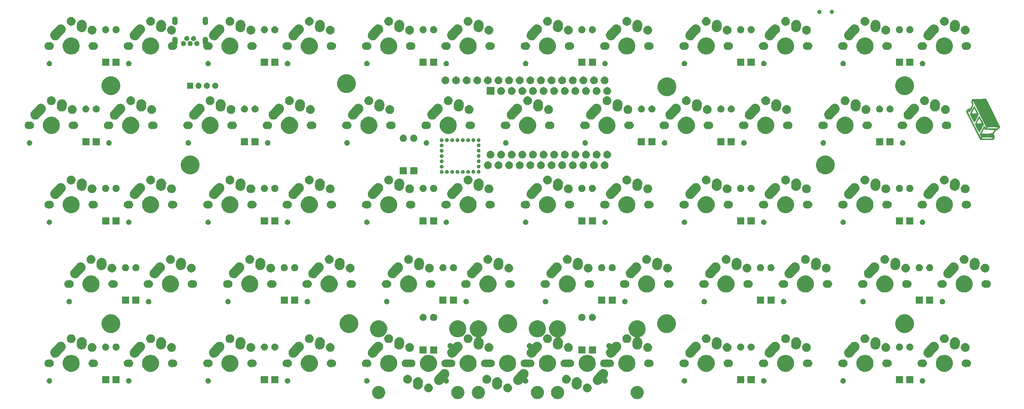
<source format=gbr>
G04 #@! TF.GenerationSoftware,KiCad,Pcbnew,(5.1.5-0-10_14)*
G04 #@! TF.CreationDate,2020-04-26T12:32:38-07:00*
G04 #@! TF.ProjectId,BRZ60_BLE_0.1,42525a36-305f-4424-9c45-5f302e312e6b,rev?*
G04 #@! TF.SameCoordinates,Original*
G04 #@! TF.FileFunction,Soldermask,Top*
G04 #@! TF.FilePolarity,Negative*
%FSLAX46Y46*%
G04 Gerber Fmt 4.6, Leading zero omitted, Abs format (unit mm)*
G04 Created by KiCad (PCBNEW (5.1.5-0-10_14)) date 2020-04-26 12:32:38*
%MOMM*%
%LPD*%
G04 APERTURE LIST*
%ADD10C,0.010000*%
%ADD11C,0.100000*%
G04 APERTURE END LIST*
D10*
G36*
X306898129Y-58119834D02*
G01*
X307084579Y-57758524D01*
X307251160Y-57460153D01*
X307380769Y-57253695D01*
X307456306Y-57168126D01*
X307460304Y-57167334D01*
X307529354Y-57238917D01*
X307654228Y-57434350D01*
X307817823Y-57724656D01*
X308003036Y-58080861D01*
X308022508Y-58119834D01*
X308496609Y-59072334D01*
X308022537Y-60024834D01*
X307836087Y-60386143D01*
X307669506Y-60684515D01*
X307539896Y-60890973D01*
X307464360Y-60976541D01*
X307460361Y-60977334D01*
X307460333Y-60977305D01*
X307460333Y-58945334D01*
X307763882Y-58940321D01*
X307988421Y-58927062D01*
X308092566Y-58908224D01*
X308095333Y-58904401D01*
X308060290Y-58814892D01*
X307966919Y-58611983D01*
X307832863Y-58333611D01*
X307779672Y-58225529D01*
X307464011Y-57587590D01*
X307148862Y-58202962D01*
X307002117Y-58495861D01*
X306890657Y-58730405D01*
X306833329Y-58866524D01*
X306829523Y-58881834D01*
X306905163Y-58912167D01*
X307109082Y-58934615D01*
X307400269Y-58945050D01*
X307460333Y-58945334D01*
X307460333Y-60977305D01*
X307391312Y-60905751D01*
X307266438Y-60710318D01*
X307102843Y-60420011D01*
X306917629Y-60063807D01*
X306898158Y-60024834D01*
X306424056Y-59072334D01*
X306898129Y-58119834D01*
G37*
X306898129Y-58119834D02*
X307084579Y-57758524D01*
X307251160Y-57460153D01*
X307380769Y-57253695D01*
X307456306Y-57168126D01*
X307460304Y-57167334D01*
X307529354Y-57238917D01*
X307654228Y-57434350D01*
X307817823Y-57724656D01*
X308003036Y-58080861D01*
X308022508Y-58119834D01*
X308496609Y-59072334D01*
X308022537Y-60024834D01*
X307836087Y-60386143D01*
X307669506Y-60684515D01*
X307539896Y-60890973D01*
X307464360Y-60976541D01*
X307460361Y-60977334D01*
X307460333Y-60977305D01*
X307460333Y-58945334D01*
X307763882Y-58940321D01*
X307988421Y-58927062D01*
X308092566Y-58908224D01*
X308095333Y-58904401D01*
X308060290Y-58814892D01*
X307966919Y-58611983D01*
X307832863Y-58333611D01*
X307779672Y-58225529D01*
X307464011Y-57587590D01*
X307148862Y-58202962D01*
X307002117Y-58495861D01*
X306890657Y-58730405D01*
X306833329Y-58866524D01*
X306829523Y-58881834D01*
X306905163Y-58912167D01*
X307109082Y-58934615D01*
X307400269Y-58945050D01*
X307460333Y-58945334D01*
X307460333Y-60977305D01*
X307391312Y-60905751D01*
X307266438Y-60710318D01*
X307102843Y-60420011D01*
X306917629Y-60063807D01*
X306898158Y-60024834D01*
X306424056Y-59072334D01*
X306898129Y-58119834D01*
G36*
X307708373Y-61309168D02*
G01*
X307805341Y-61074268D01*
X307944676Y-60773969D01*
X308108151Y-60443940D01*
X308277537Y-60119849D01*
X308434607Y-59837366D01*
X308561133Y-59632159D01*
X308638888Y-59539898D01*
X308645505Y-59538000D01*
X308703896Y-59608043D01*
X308819552Y-59795315D01*
X308974123Y-60065532D01*
X309149259Y-60384412D01*
X309326609Y-60717671D01*
X309487823Y-61031024D01*
X309614552Y-61290190D01*
X309688445Y-61460884D01*
X309699638Y-61507434D01*
X309661940Y-61586186D01*
X309562431Y-61785889D01*
X309416127Y-62076589D01*
X309238043Y-62428334D01*
X309233221Y-62437834D01*
X309045983Y-62790143D01*
X308876513Y-63078983D01*
X308743296Y-63274786D01*
X308664814Y-63347987D01*
X308664218Y-63348000D01*
X308645666Y-63330041D01*
X308645666Y-61316000D01*
X308949215Y-61310988D01*
X309173754Y-61297729D01*
X309277899Y-61278891D01*
X309280666Y-61275068D01*
X309245623Y-61185559D01*
X309152253Y-60982649D01*
X309018196Y-60704278D01*
X308965005Y-60596196D01*
X308649345Y-59958257D01*
X308334196Y-60573629D01*
X308187451Y-60866527D01*
X308075990Y-61101072D01*
X308018662Y-61237191D01*
X308014856Y-61252500D01*
X308090496Y-61282834D01*
X308294415Y-61305282D01*
X308585602Y-61315716D01*
X308645666Y-61316000D01*
X308645666Y-63330041D01*
X308590722Y-63276850D01*
X308465722Y-63087132D01*
X308307760Y-62814445D01*
X308135376Y-62494388D01*
X307967114Y-62162560D01*
X307821514Y-61854559D01*
X307717118Y-61605984D01*
X307672467Y-61452435D01*
X307672000Y-61443000D01*
X307708373Y-61309168D01*
G37*
X307708373Y-61309168D02*
X307805341Y-61074268D01*
X307944676Y-60773969D01*
X308108151Y-60443940D01*
X308277537Y-60119849D01*
X308434607Y-59837366D01*
X308561133Y-59632159D01*
X308638888Y-59539898D01*
X308645505Y-59538000D01*
X308703896Y-59608043D01*
X308819552Y-59795315D01*
X308974123Y-60065532D01*
X309149259Y-60384412D01*
X309326609Y-60717671D01*
X309487823Y-61031024D01*
X309614552Y-61290190D01*
X309688445Y-61460884D01*
X309699638Y-61507434D01*
X309661940Y-61586186D01*
X309562431Y-61785889D01*
X309416127Y-62076589D01*
X309238043Y-62428334D01*
X309233221Y-62437834D01*
X309045983Y-62790143D01*
X308876513Y-63078983D01*
X308743296Y-63274786D01*
X308664814Y-63347987D01*
X308664218Y-63348000D01*
X308645666Y-63330041D01*
X308645666Y-61316000D01*
X308949215Y-61310988D01*
X309173754Y-61297729D01*
X309277899Y-61278891D01*
X309280666Y-61275068D01*
X309245623Y-61185559D01*
X309152253Y-60982649D01*
X309018196Y-60704278D01*
X308965005Y-60596196D01*
X308649345Y-59958257D01*
X308334196Y-60573629D01*
X308187451Y-60866527D01*
X308075990Y-61101072D01*
X308018662Y-61237191D01*
X308014856Y-61252500D01*
X308090496Y-61282834D01*
X308294415Y-61305282D01*
X308585602Y-61315716D01*
X308645666Y-61316000D01*
X308645666Y-63330041D01*
X308590722Y-63276850D01*
X308465722Y-63087132D01*
X308307760Y-62814445D01*
X308135376Y-62494388D01*
X307967114Y-62162560D01*
X307821514Y-61854559D01*
X307717118Y-61605984D01*
X307672467Y-61452435D01*
X307672000Y-61443000D01*
X307708373Y-61309168D01*
G36*
X305700882Y-58123268D02*
G01*
X305850198Y-57907656D01*
X306013829Y-57805978D01*
X306186557Y-57775973D01*
X306355767Y-57748215D01*
X306479092Y-57676502D01*
X306594063Y-57524737D01*
X306738210Y-57256827D01*
X306749436Y-57234627D01*
X307009400Y-56719643D01*
X306860506Y-56389455D01*
X306771986Y-56172679D01*
X306760591Y-56022675D01*
X306830376Y-55853458D01*
X306890867Y-55745467D01*
X307070122Y-55431667D01*
X308662227Y-55408872D01*
X310254333Y-55386077D01*
X311926500Y-58732320D01*
X312274156Y-59428652D01*
X312597187Y-60076862D01*
X312887977Y-60661577D01*
X313138906Y-61167424D01*
X313342358Y-61579031D01*
X313490715Y-61881024D01*
X313576361Y-62058030D01*
X313594918Y-62099448D01*
X313553521Y-62177873D01*
X313453832Y-62350435D01*
X313404418Y-62433930D01*
X313246923Y-62648479D01*
X313072714Y-62747856D01*
X312921333Y-62772596D01*
X312752520Y-62801592D01*
X312626439Y-62878286D01*
X312504496Y-63038775D01*
X312359063Y-63298467D01*
X312219344Y-63568944D01*
X312150753Y-63748252D01*
X312144711Y-63894620D01*
X312192638Y-64066279D01*
X312230621Y-64170245D01*
X312309704Y-64408201D01*
X312320273Y-64571545D01*
X312258685Y-64742082D01*
X312200141Y-64854778D01*
X312032167Y-65168334D01*
X310491400Y-65190901D01*
X310491400Y-64956667D01*
X311042910Y-64951870D01*
X311446025Y-64935095D01*
X311721474Y-64902769D01*
X311889987Y-64851318D01*
X311972293Y-64777167D01*
X311990000Y-64698290D01*
X311910229Y-64675509D01*
X311690266Y-64649054D01*
X311359139Y-64621517D01*
X310945873Y-64595495D01*
X310701436Y-64583110D01*
X310204277Y-64561582D01*
X309849143Y-64551889D01*
X309609028Y-64555739D01*
X309456929Y-64574837D01*
X309365839Y-64610890D01*
X309308754Y-64665606D01*
X309304436Y-64671403D01*
X309301046Y-64677137D01*
X309301046Y-63728677D01*
X309530124Y-63728046D01*
X309869545Y-63722670D01*
X310289860Y-63712957D01*
X310559196Y-63705495D01*
X311880060Y-63666757D01*
X312092955Y-63232212D01*
X312305851Y-62797667D01*
X311725965Y-62785584D01*
X311725965Y-62501334D01*
X312246260Y-62499415D01*
X312621533Y-62490570D01*
X312876077Y-62470165D01*
X313034188Y-62433565D01*
X313120160Y-62376138D01*
X313158289Y-62293249D01*
X313168649Y-62226167D01*
X313091170Y-62204394D01*
X312872994Y-62185839D01*
X312542746Y-62171898D01*
X312129053Y-62163965D01*
X311865978Y-62162667D01*
X311366547Y-62164042D01*
X311009873Y-62170310D01*
X310769387Y-62184684D01*
X310618521Y-62210378D01*
X310530708Y-62250605D01*
X310479379Y-62308579D01*
X310466000Y-62332000D01*
X310437896Y-62395308D01*
X310447332Y-62440475D01*
X310517084Y-62470563D01*
X310669926Y-62488631D01*
X310928633Y-62497740D01*
X311315982Y-62500953D01*
X311725965Y-62501334D01*
X311725965Y-62785584D01*
X311175965Y-62774122D01*
X310717252Y-62762882D01*
X310398719Y-62748329D01*
X310191218Y-62725549D01*
X310065601Y-62689626D01*
X309992723Y-62635647D01*
X309947858Y-62567050D01*
X309895245Y-62490494D01*
X309839674Y-62488947D01*
X309762477Y-62583083D01*
X309644990Y-62793575D01*
X309517413Y-63043801D01*
X309371769Y-63340993D01*
X309265072Y-63573713D01*
X309213228Y-63706557D01*
X309211761Y-63724156D01*
X309301046Y-63728677D01*
X309301046Y-64677137D01*
X309216556Y-64820070D01*
X309196000Y-64888183D01*
X309275831Y-64911796D01*
X309496008Y-64931887D01*
X309827554Y-64946926D01*
X310241494Y-64955379D01*
X310491400Y-64956667D01*
X310491400Y-65190901D01*
X310465916Y-65191275D01*
X309033438Y-65212256D01*
X309033438Y-64601897D01*
X309036381Y-64597634D01*
X309055426Y-64400182D01*
X308967997Y-64153834D01*
X308822270Y-63848240D01*
X309305003Y-62878454D01*
X309491735Y-62513918D01*
X309656472Y-62211934D01*
X309782843Y-62001148D01*
X309854474Y-61910206D01*
X309859278Y-61908667D01*
X309941543Y-61977289D01*
X310034893Y-62137085D01*
X310118513Y-62283256D01*
X310184793Y-62284368D01*
X310216520Y-62242918D01*
X310284126Y-62126326D01*
X310295370Y-62098710D01*
X310259089Y-62020850D01*
X310154981Y-61807638D01*
X309991012Y-61475147D01*
X309775150Y-61039447D01*
X309515363Y-60516610D01*
X309219618Y-59922708D01*
X308895884Y-59273810D01*
X308763297Y-59008376D01*
X308429497Y-58341191D01*
X308118910Y-57722025D01*
X307839732Y-57167099D01*
X307600161Y-56692632D01*
X307408392Y-56314844D01*
X307272623Y-56049954D01*
X307201049Y-55914181D01*
X307192360Y-55899786D01*
X307124180Y-55923795D01*
X307080912Y-55979446D01*
X307063238Y-56155086D01*
X307127849Y-56332623D01*
X307201047Y-56492089D01*
X307231914Y-56638021D01*
X307212822Y-56804422D01*
X307136147Y-57025294D01*
X306994262Y-57334639D01*
X306827849Y-57670320D01*
X306591184Y-58123252D01*
X306410695Y-58424820D01*
X306281522Y-58581610D01*
X306198807Y-58600209D01*
X306172787Y-58558157D01*
X306105363Y-58423367D01*
X306061956Y-58352667D01*
X305981352Y-58269868D01*
X305905858Y-58338848D01*
X305901109Y-58346161D01*
X305906400Y-58431666D01*
X305970399Y-58621669D01*
X306096421Y-58923409D01*
X306287780Y-59344125D01*
X306547790Y-59891055D01*
X306879764Y-60571438D01*
X307287017Y-61392513D01*
X307391294Y-61601247D01*
X307797107Y-62409326D01*
X308135015Y-63074373D01*
X308410321Y-63606047D01*
X308628330Y-64014008D01*
X308794342Y-64307915D01*
X308913663Y-64497425D01*
X308991593Y-64592200D01*
X309033438Y-64601897D01*
X309033438Y-65212256D01*
X308899666Y-65214216D01*
X307208895Y-61829209D01*
X305518124Y-58444203D01*
X305700882Y-58123268D01*
G37*
X305700882Y-58123268D02*
X305850198Y-57907656D01*
X306013829Y-57805978D01*
X306186557Y-57775973D01*
X306355767Y-57748215D01*
X306479092Y-57676502D01*
X306594063Y-57524737D01*
X306738210Y-57256827D01*
X306749436Y-57234627D01*
X307009400Y-56719643D01*
X306860506Y-56389455D01*
X306771986Y-56172679D01*
X306760591Y-56022675D01*
X306830376Y-55853458D01*
X306890867Y-55745467D01*
X307070122Y-55431667D01*
X308662227Y-55408872D01*
X310254333Y-55386077D01*
X311926500Y-58732320D01*
X312274156Y-59428652D01*
X312597187Y-60076862D01*
X312887977Y-60661577D01*
X313138906Y-61167424D01*
X313342358Y-61579031D01*
X313490715Y-61881024D01*
X313576361Y-62058030D01*
X313594918Y-62099448D01*
X313553521Y-62177873D01*
X313453832Y-62350435D01*
X313404418Y-62433930D01*
X313246923Y-62648479D01*
X313072714Y-62747856D01*
X312921333Y-62772596D01*
X312752520Y-62801592D01*
X312626439Y-62878286D01*
X312504496Y-63038775D01*
X312359063Y-63298467D01*
X312219344Y-63568944D01*
X312150753Y-63748252D01*
X312144711Y-63894620D01*
X312192638Y-64066279D01*
X312230621Y-64170245D01*
X312309704Y-64408201D01*
X312320273Y-64571545D01*
X312258685Y-64742082D01*
X312200141Y-64854778D01*
X312032167Y-65168334D01*
X310491400Y-65190901D01*
X310491400Y-64956667D01*
X311042910Y-64951870D01*
X311446025Y-64935095D01*
X311721474Y-64902769D01*
X311889987Y-64851318D01*
X311972293Y-64777167D01*
X311990000Y-64698290D01*
X311910229Y-64675509D01*
X311690266Y-64649054D01*
X311359139Y-64621517D01*
X310945873Y-64595495D01*
X310701436Y-64583110D01*
X310204277Y-64561582D01*
X309849143Y-64551889D01*
X309609028Y-64555739D01*
X309456929Y-64574837D01*
X309365839Y-64610890D01*
X309308754Y-64665606D01*
X309304436Y-64671403D01*
X309301046Y-64677137D01*
X309301046Y-63728677D01*
X309530124Y-63728046D01*
X309869545Y-63722670D01*
X310289860Y-63712957D01*
X310559196Y-63705495D01*
X311880060Y-63666757D01*
X312092955Y-63232212D01*
X312305851Y-62797667D01*
X311725965Y-62785584D01*
X311725965Y-62501334D01*
X312246260Y-62499415D01*
X312621533Y-62490570D01*
X312876077Y-62470165D01*
X313034188Y-62433565D01*
X313120160Y-62376138D01*
X313158289Y-62293249D01*
X313168649Y-62226167D01*
X313091170Y-62204394D01*
X312872994Y-62185839D01*
X312542746Y-62171898D01*
X312129053Y-62163965D01*
X311865978Y-62162667D01*
X311366547Y-62164042D01*
X311009873Y-62170310D01*
X310769387Y-62184684D01*
X310618521Y-62210378D01*
X310530708Y-62250605D01*
X310479379Y-62308579D01*
X310466000Y-62332000D01*
X310437896Y-62395308D01*
X310447332Y-62440475D01*
X310517084Y-62470563D01*
X310669926Y-62488631D01*
X310928633Y-62497740D01*
X311315982Y-62500953D01*
X311725965Y-62501334D01*
X311725965Y-62785584D01*
X311175965Y-62774122D01*
X310717252Y-62762882D01*
X310398719Y-62748329D01*
X310191218Y-62725549D01*
X310065601Y-62689626D01*
X309992723Y-62635647D01*
X309947858Y-62567050D01*
X309895245Y-62490494D01*
X309839674Y-62488947D01*
X309762477Y-62583083D01*
X309644990Y-62793575D01*
X309517413Y-63043801D01*
X309371769Y-63340993D01*
X309265072Y-63573713D01*
X309213228Y-63706557D01*
X309211761Y-63724156D01*
X309301046Y-63728677D01*
X309301046Y-64677137D01*
X309216556Y-64820070D01*
X309196000Y-64888183D01*
X309275831Y-64911796D01*
X309496008Y-64931887D01*
X309827554Y-64946926D01*
X310241494Y-64955379D01*
X310491400Y-64956667D01*
X310491400Y-65190901D01*
X310465916Y-65191275D01*
X309033438Y-65212256D01*
X309033438Y-64601897D01*
X309036381Y-64597634D01*
X309055426Y-64400182D01*
X308967997Y-64153834D01*
X308822270Y-63848240D01*
X309305003Y-62878454D01*
X309491735Y-62513918D01*
X309656472Y-62211934D01*
X309782843Y-62001148D01*
X309854474Y-61910206D01*
X309859278Y-61908667D01*
X309941543Y-61977289D01*
X310034893Y-62137085D01*
X310118513Y-62283256D01*
X310184793Y-62284368D01*
X310216520Y-62242918D01*
X310284126Y-62126326D01*
X310295370Y-62098710D01*
X310259089Y-62020850D01*
X310154981Y-61807638D01*
X309991012Y-61475147D01*
X309775150Y-61039447D01*
X309515363Y-60516610D01*
X309219618Y-59922708D01*
X308895884Y-59273810D01*
X308763297Y-59008376D01*
X308429497Y-58341191D01*
X308118910Y-57722025D01*
X307839732Y-57167099D01*
X307600161Y-56692632D01*
X307408392Y-56314844D01*
X307272623Y-56049954D01*
X307201049Y-55914181D01*
X307192360Y-55899786D01*
X307124180Y-55923795D01*
X307080912Y-55979446D01*
X307063238Y-56155086D01*
X307127849Y-56332623D01*
X307201047Y-56492089D01*
X307231914Y-56638021D01*
X307212822Y-56804422D01*
X307136147Y-57025294D01*
X306994262Y-57334639D01*
X306827849Y-57670320D01*
X306591184Y-58123252D01*
X306410695Y-58424820D01*
X306281522Y-58581610D01*
X306198807Y-58600209D01*
X306172787Y-58558157D01*
X306105363Y-58423367D01*
X306061956Y-58352667D01*
X305981352Y-58269868D01*
X305905858Y-58338848D01*
X305901109Y-58346161D01*
X305906400Y-58431666D01*
X305970399Y-58621669D01*
X306096421Y-58923409D01*
X306287780Y-59344125D01*
X306547790Y-59891055D01*
X306879764Y-60571438D01*
X307287017Y-61392513D01*
X307391294Y-61601247D01*
X307797107Y-62409326D01*
X308135015Y-63074373D01*
X308410321Y-63606047D01*
X308628330Y-64014008D01*
X308794342Y-64307915D01*
X308913663Y-64497425D01*
X308991593Y-64592200D01*
X309033438Y-64601897D01*
X309033438Y-65212256D01*
X308899666Y-65214216D01*
X307208895Y-61829209D01*
X305518124Y-58444203D01*
X305700882Y-58123268D01*
D11*
G36*
X227008601Y-124173024D02*
G01*
X227247411Y-124220526D01*
X227314907Y-124248484D01*
X227534041Y-124339252D01*
X227598663Y-124382431D01*
X227792004Y-124511617D01*
X228011383Y-124730996D01*
X228094203Y-124854946D01*
X228183748Y-124988959D01*
X228302474Y-125275590D01*
X228363000Y-125579875D01*
X228363000Y-125890125D01*
X228302474Y-126194410D01*
X228183748Y-126481041D01*
X228183747Y-126481042D01*
X228011383Y-126739004D01*
X227792004Y-126958383D01*
X227619639Y-127073553D01*
X227534041Y-127130748D01*
X227366137Y-127200296D01*
X227247411Y-127249474D01*
X226943125Y-127310000D01*
X226632875Y-127310000D01*
X226328589Y-127249474D01*
X226209863Y-127200296D01*
X226041959Y-127130748D01*
X225956361Y-127073553D01*
X225783996Y-126958383D01*
X225564617Y-126739004D01*
X225392253Y-126481042D01*
X225392252Y-126481041D01*
X225273526Y-126194410D01*
X225213000Y-125890125D01*
X225213000Y-125579875D01*
X225273526Y-125275590D01*
X225392252Y-124988959D01*
X225481797Y-124854946D01*
X225564617Y-124730996D01*
X225783996Y-124511617D01*
X225977337Y-124382431D01*
X226041959Y-124339252D01*
X226261093Y-124248484D01*
X226328589Y-124220526D01*
X226567399Y-124173024D01*
X226632875Y-124160000D01*
X226943125Y-124160000D01*
X227008601Y-124173024D01*
G37*
G36*
X207958601Y-124173024D02*
G01*
X208197411Y-124220526D01*
X208264907Y-124248484D01*
X208484041Y-124339252D01*
X208548663Y-124382431D01*
X208742004Y-124511617D01*
X208961383Y-124730996D01*
X209044203Y-124854946D01*
X209133748Y-124988959D01*
X209252474Y-125275590D01*
X209313000Y-125579875D01*
X209313000Y-125890125D01*
X209252474Y-126194410D01*
X209133748Y-126481041D01*
X209133747Y-126481042D01*
X208961383Y-126739004D01*
X208742004Y-126958383D01*
X208569639Y-127073553D01*
X208484041Y-127130748D01*
X208316137Y-127200296D01*
X208197411Y-127249474D01*
X207893125Y-127310000D01*
X207582875Y-127310000D01*
X207278589Y-127249474D01*
X207159863Y-127200296D01*
X206991959Y-127130748D01*
X206906361Y-127073553D01*
X206733996Y-126958383D01*
X206514617Y-126739004D01*
X206342253Y-126481042D01*
X206342252Y-126481041D01*
X206223526Y-126194410D01*
X206163000Y-125890125D01*
X206163000Y-125579875D01*
X206223526Y-125275590D01*
X206342252Y-124988959D01*
X206431797Y-124854946D01*
X206514617Y-124730996D01*
X206733996Y-124511617D01*
X206927337Y-124382431D01*
X206991959Y-124339252D01*
X207211093Y-124248484D01*
X207278589Y-124220526D01*
X207517399Y-124173024D01*
X207582875Y-124160000D01*
X207893125Y-124160000D01*
X207958601Y-124173024D01*
G37*
G36*
X203132601Y-124173024D02*
G01*
X203371411Y-124220526D01*
X203438907Y-124248484D01*
X203658041Y-124339252D01*
X203722663Y-124382431D01*
X203916004Y-124511617D01*
X204135383Y-124730996D01*
X204218203Y-124854946D01*
X204307748Y-124988959D01*
X204426474Y-125275590D01*
X204487000Y-125579875D01*
X204487000Y-125890125D01*
X204426474Y-126194410D01*
X204307748Y-126481041D01*
X204307747Y-126481042D01*
X204135383Y-126739004D01*
X203916004Y-126958383D01*
X203743639Y-127073553D01*
X203658041Y-127130748D01*
X203490137Y-127200296D01*
X203371411Y-127249474D01*
X203067125Y-127310000D01*
X202756875Y-127310000D01*
X202452589Y-127249474D01*
X202333863Y-127200296D01*
X202165959Y-127130748D01*
X202080361Y-127073553D01*
X201907996Y-126958383D01*
X201688617Y-126739004D01*
X201516253Y-126481042D01*
X201516252Y-126481041D01*
X201397526Y-126194410D01*
X201337000Y-125890125D01*
X201337000Y-125579875D01*
X201397526Y-125275590D01*
X201516252Y-124988959D01*
X201605797Y-124854946D01*
X201688617Y-124730996D01*
X201907996Y-124511617D01*
X202101337Y-124382431D01*
X202165959Y-124339252D01*
X202385093Y-124248484D01*
X202452589Y-124220526D01*
X202691399Y-124173024D01*
X202756875Y-124160000D01*
X203067125Y-124160000D01*
X203132601Y-124173024D01*
G37*
G36*
X189008601Y-124173024D02*
G01*
X189247411Y-124220526D01*
X189314907Y-124248484D01*
X189534041Y-124339252D01*
X189598663Y-124382431D01*
X189792004Y-124511617D01*
X190011383Y-124730996D01*
X190094203Y-124854946D01*
X190183748Y-124988959D01*
X190302474Y-125275590D01*
X190363000Y-125579875D01*
X190363000Y-125890125D01*
X190302474Y-126194410D01*
X190183748Y-126481041D01*
X190183747Y-126481042D01*
X190011383Y-126739004D01*
X189792004Y-126958383D01*
X189619639Y-127073553D01*
X189534041Y-127130748D01*
X189366137Y-127200296D01*
X189247411Y-127249474D01*
X188943125Y-127310000D01*
X188632875Y-127310000D01*
X188328589Y-127249474D01*
X188209863Y-127200296D01*
X188041959Y-127130748D01*
X187956361Y-127073553D01*
X187783996Y-126958383D01*
X187564617Y-126739004D01*
X187392253Y-126481042D01*
X187392252Y-126481041D01*
X187273526Y-126194410D01*
X187213000Y-125890125D01*
X187213000Y-125579875D01*
X187273526Y-125275590D01*
X187392252Y-124988959D01*
X187481797Y-124854946D01*
X187564617Y-124730996D01*
X187783996Y-124511617D01*
X187977337Y-124382431D01*
X188041959Y-124339252D01*
X188261093Y-124248484D01*
X188328589Y-124220526D01*
X188567399Y-124173024D01*
X188632875Y-124160000D01*
X188943125Y-124160000D01*
X189008601Y-124173024D01*
G37*
G36*
X184082601Y-124173024D02*
G01*
X184321411Y-124220526D01*
X184388907Y-124248484D01*
X184608041Y-124339252D01*
X184672663Y-124382431D01*
X184866004Y-124511617D01*
X185085383Y-124730996D01*
X185168203Y-124854946D01*
X185257748Y-124988959D01*
X185376474Y-125275590D01*
X185437000Y-125579875D01*
X185437000Y-125890125D01*
X185376474Y-126194410D01*
X185257748Y-126481041D01*
X185257747Y-126481042D01*
X185085383Y-126739004D01*
X184866004Y-126958383D01*
X184693639Y-127073553D01*
X184608041Y-127130748D01*
X184440137Y-127200296D01*
X184321411Y-127249474D01*
X184017125Y-127310000D01*
X183706875Y-127310000D01*
X183402589Y-127249474D01*
X183283863Y-127200296D01*
X183115959Y-127130748D01*
X183030361Y-127073553D01*
X182857996Y-126958383D01*
X182638617Y-126739004D01*
X182466253Y-126481042D01*
X182466252Y-126481041D01*
X182347526Y-126194410D01*
X182287000Y-125890125D01*
X182287000Y-125579875D01*
X182347526Y-125275590D01*
X182466252Y-124988959D01*
X182555797Y-124854946D01*
X182638617Y-124730996D01*
X182857996Y-124511617D01*
X183051337Y-124382431D01*
X183115959Y-124339252D01*
X183335093Y-124248484D01*
X183402589Y-124220526D01*
X183641399Y-124173024D01*
X183706875Y-124160000D01*
X184017125Y-124160000D01*
X184082601Y-124173024D01*
G37*
G36*
X165132601Y-124173024D02*
G01*
X165371411Y-124220526D01*
X165438907Y-124248484D01*
X165658041Y-124339252D01*
X165722663Y-124382431D01*
X165916004Y-124511617D01*
X166135383Y-124730996D01*
X166218203Y-124854946D01*
X166307748Y-124988959D01*
X166426474Y-125275590D01*
X166487000Y-125579875D01*
X166487000Y-125890125D01*
X166426474Y-126194410D01*
X166307748Y-126481041D01*
X166307747Y-126481042D01*
X166135383Y-126739004D01*
X165916004Y-126958383D01*
X165743639Y-127073553D01*
X165658041Y-127130748D01*
X165490137Y-127200296D01*
X165371411Y-127249474D01*
X165067125Y-127310000D01*
X164756875Y-127310000D01*
X164452589Y-127249474D01*
X164333863Y-127200296D01*
X164165959Y-127130748D01*
X164080361Y-127073553D01*
X163907996Y-126958383D01*
X163688617Y-126739004D01*
X163516253Y-126481042D01*
X163516252Y-126481041D01*
X163397526Y-126194410D01*
X163337000Y-125890125D01*
X163337000Y-125579875D01*
X163397526Y-125275590D01*
X163516252Y-124988959D01*
X163605797Y-124854946D01*
X163688617Y-124730996D01*
X163907996Y-124511617D01*
X164101337Y-124382431D01*
X164165959Y-124339252D01*
X164385093Y-124248484D01*
X164452589Y-124220526D01*
X164691399Y-124173024D01*
X164756875Y-124160000D01*
X165067125Y-124160000D01*
X165132601Y-124173024D01*
G37*
G36*
X196106564Y-123639389D02*
G01*
X196287111Y-123714174D01*
X196297835Y-123718616D01*
X196469973Y-123833635D01*
X196616365Y-123980027D01*
X196722495Y-124138861D01*
X196731385Y-124152167D01*
X196810611Y-124343436D01*
X196851000Y-124546484D01*
X196851000Y-124753516D01*
X196810611Y-124956564D01*
X196731385Y-125147833D01*
X196731384Y-125147835D01*
X196616365Y-125319973D01*
X196469973Y-125466365D01*
X196297835Y-125581384D01*
X196297834Y-125581385D01*
X196297833Y-125581385D01*
X196106564Y-125660611D01*
X195903516Y-125701000D01*
X195696484Y-125701000D01*
X195493436Y-125660611D01*
X195302167Y-125581385D01*
X195302166Y-125581385D01*
X195302165Y-125581384D01*
X195130027Y-125466365D01*
X194983635Y-125319973D01*
X194868616Y-125147835D01*
X194868615Y-125147833D01*
X194789389Y-124956564D01*
X194749000Y-124753516D01*
X194749000Y-124546484D01*
X194789389Y-124343436D01*
X194868615Y-124152167D01*
X194877506Y-124138861D01*
X194983635Y-123980027D01*
X195130027Y-123833635D01*
X195302165Y-123718616D01*
X195312889Y-123714174D01*
X195493436Y-123639389D01*
X195696484Y-123599000D01*
X195903516Y-123599000D01*
X196106564Y-123639389D01*
G37*
G36*
X177156564Y-123639389D02*
G01*
X177337111Y-123714174D01*
X177347835Y-123718616D01*
X177519973Y-123833635D01*
X177666365Y-123980027D01*
X177772495Y-124138861D01*
X177781385Y-124152167D01*
X177860611Y-124343436D01*
X177901000Y-124546484D01*
X177901000Y-124753516D01*
X177860611Y-124956564D01*
X177781385Y-125147833D01*
X177781384Y-125147835D01*
X177666365Y-125319973D01*
X177519973Y-125466365D01*
X177347835Y-125581384D01*
X177347834Y-125581385D01*
X177347833Y-125581385D01*
X177156564Y-125660611D01*
X176953516Y-125701000D01*
X176746484Y-125701000D01*
X176543436Y-125660611D01*
X176352167Y-125581385D01*
X176352166Y-125581385D01*
X176352165Y-125581384D01*
X176180027Y-125466365D01*
X176033635Y-125319973D01*
X175918616Y-125147835D01*
X175918615Y-125147833D01*
X175839389Y-124956564D01*
X175799000Y-124753516D01*
X175799000Y-124546484D01*
X175839389Y-124343436D01*
X175918615Y-124152167D01*
X175927506Y-124138861D01*
X176033635Y-123980027D01*
X176180027Y-123833635D01*
X176352165Y-123718616D01*
X176362889Y-123714174D01*
X176543436Y-123639389D01*
X176746484Y-123599000D01*
X176953516Y-123599000D01*
X177156564Y-123639389D01*
G37*
G36*
X215156564Y-123639389D02*
G01*
X215337111Y-123714174D01*
X215347835Y-123718616D01*
X215519973Y-123833635D01*
X215666365Y-123980027D01*
X215772495Y-124138861D01*
X215781385Y-124152167D01*
X215860611Y-124343436D01*
X215901000Y-124546484D01*
X215901000Y-124753516D01*
X215860611Y-124956564D01*
X215781385Y-125147833D01*
X215781384Y-125147835D01*
X215666365Y-125319973D01*
X215519973Y-125466365D01*
X215347835Y-125581384D01*
X215347834Y-125581385D01*
X215347833Y-125581385D01*
X215156564Y-125660611D01*
X214953516Y-125701000D01*
X214746484Y-125701000D01*
X214543436Y-125660611D01*
X214352167Y-125581385D01*
X214352166Y-125581385D01*
X214352165Y-125581384D01*
X214180027Y-125466365D01*
X214033635Y-125319973D01*
X213918616Y-125147835D01*
X213918615Y-125147833D01*
X213839389Y-124956564D01*
X213799000Y-124753516D01*
X213799000Y-124546484D01*
X213839389Y-124343436D01*
X213918615Y-124152167D01*
X213927506Y-124138861D01*
X214033635Y-123980027D01*
X214180027Y-123833635D01*
X214352165Y-123718616D01*
X214362889Y-123714174D01*
X214543436Y-123639389D01*
X214746484Y-123599000D01*
X214953516Y-123599000D01*
X215156564Y-123639389D01*
G37*
G36*
X193608829Y-122109380D02*
G01*
X193608831Y-122109381D01*
X193608833Y-122109381D01*
X193709555Y-122147592D01*
X193825419Y-122191547D01*
X194021818Y-122314389D01*
X194190477Y-122473186D01*
X194324915Y-122661836D01*
X194419967Y-122873089D01*
X194419968Y-122873093D01*
X194471980Y-123098825D01*
X194474235Y-123173727D01*
X194477206Y-123272348D01*
X194436288Y-123872554D01*
X194436000Y-123881032D01*
X194436000Y-123945826D01*
X194420167Y-124025423D01*
X194419515Y-124028982D01*
X194401078Y-124138861D01*
X194401077Y-124138865D01*
X194397466Y-124148383D01*
X194391743Y-124168323D01*
X194390807Y-124173027D01*
X194359511Y-124248583D01*
X194358183Y-124251931D01*
X194318911Y-124355451D01*
X194313571Y-124363988D01*
X194304074Y-124382419D01*
X194302158Y-124387045D01*
X194302156Y-124387048D01*
X194256131Y-124455929D01*
X194254118Y-124459041D01*
X194196069Y-124551850D01*
X194189316Y-124559023D01*
X194176407Y-124575245D01*
X194173461Y-124579654D01*
X194113704Y-124639411D01*
X194111115Y-124642080D01*
X194037272Y-124720509D01*
X194029519Y-124726034D01*
X194013674Y-124739441D01*
X194009654Y-124743461D01*
X193963175Y-124774516D01*
X193937637Y-124791580D01*
X193934604Y-124793674D01*
X193848623Y-124854947D01*
X193840292Y-124858696D01*
X193822145Y-124868750D01*
X193817047Y-124872157D01*
X193817046Y-124872158D01*
X193817045Y-124872158D01*
X193734698Y-124906267D01*
X193731366Y-124907706D01*
X193637370Y-124949999D01*
X193628916Y-124951947D01*
X193609162Y-124958266D01*
X193603027Y-124960807D01*
X193512967Y-124978721D01*
X193509287Y-124979511D01*
X193411633Y-125002011D01*
X193403478Y-125002257D01*
X193382856Y-125004602D01*
X193375826Y-125006000D01*
X193281060Y-125006000D01*
X193277303Y-125006057D01*
X193180087Y-125008985D01*
X193172559Y-125007722D01*
X193151888Y-125006000D01*
X193144174Y-125006000D01*
X193048267Y-124986923D01*
X193044669Y-124986263D01*
X192951629Y-124970652D01*
X192945007Y-124968140D01*
X192925064Y-124962416D01*
X192916973Y-124960807D01*
X192823889Y-124922250D01*
X192820522Y-124920914D01*
X192735039Y-124888485D01*
X192735034Y-124888483D01*
X192729485Y-124885012D01*
X192711044Y-124875509D01*
X192702955Y-124872158D01*
X192616869Y-124814637D01*
X192613800Y-124812654D01*
X192538640Y-124765643D01*
X192534230Y-124761491D01*
X192518001Y-124748576D01*
X192510346Y-124743461D01*
X192435416Y-124668531D01*
X192432743Y-124665938D01*
X192369981Y-124606846D01*
X192366727Y-124602280D01*
X192353321Y-124586436D01*
X192346539Y-124579654D01*
X192286504Y-124489805D01*
X192284366Y-124486707D01*
X192235543Y-124418197D01*
X192233393Y-124413418D01*
X192223343Y-124395278D01*
X192217842Y-124387045D01*
X192175846Y-124285657D01*
X192174362Y-124282222D01*
X192160757Y-124251984D01*
X192140491Y-124206944D01*
X192139379Y-124202118D01*
X192133058Y-124182357D01*
X192129193Y-124173026D01*
X192107561Y-124064275D01*
X192106775Y-124060614D01*
X192088478Y-123981206D01*
X192088335Y-123976454D01*
X192085991Y-123955835D01*
X192084000Y-123945825D01*
X192084000Y-123834359D01*
X192083944Y-123830653D01*
X192083252Y-123807685D01*
X192083712Y-123800934D01*
X192084000Y-123792468D01*
X192084000Y-123714172D01*
X192090995Y-123679004D01*
X192093107Y-123663131D01*
X192130653Y-123112379D01*
X192159380Y-122941171D01*
X192241546Y-122724581D01*
X192364389Y-122528182D01*
X192523186Y-122359523D01*
X192711835Y-122225085D01*
X192923088Y-122130033D01*
X193148825Y-122078020D01*
X193271787Y-122074317D01*
X193380371Y-122071047D01*
X193608829Y-122109380D01*
G37*
G36*
X174658829Y-122109380D02*
G01*
X174658831Y-122109381D01*
X174658833Y-122109381D01*
X174759555Y-122147592D01*
X174875419Y-122191547D01*
X175071818Y-122314389D01*
X175240477Y-122473186D01*
X175374915Y-122661836D01*
X175469967Y-122873089D01*
X175469968Y-122873093D01*
X175521980Y-123098825D01*
X175524235Y-123173727D01*
X175527206Y-123272348D01*
X175486288Y-123872554D01*
X175486000Y-123881032D01*
X175486000Y-123945826D01*
X175470167Y-124025423D01*
X175469515Y-124028982D01*
X175451078Y-124138861D01*
X175451077Y-124138865D01*
X175447466Y-124148383D01*
X175441743Y-124168323D01*
X175440807Y-124173027D01*
X175409511Y-124248583D01*
X175408183Y-124251931D01*
X175368911Y-124355451D01*
X175363571Y-124363988D01*
X175354074Y-124382419D01*
X175352158Y-124387045D01*
X175352156Y-124387048D01*
X175306131Y-124455929D01*
X175304118Y-124459041D01*
X175246069Y-124551850D01*
X175239316Y-124559023D01*
X175226407Y-124575245D01*
X175223461Y-124579654D01*
X175163704Y-124639411D01*
X175161115Y-124642080D01*
X175087272Y-124720509D01*
X175079519Y-124726034D01*
X175063674Y-124739441D01*
X175059654Y-124743461D01*
X175013175Y-124774516D01*
X174987637Y-124791580D01*
X174984604Y-124793674D01*
X174898623Y-124854947D01*
X174890292Y-124858696D01*
X174872145Y-124868750D01*
X174867047Y-124872157D01*
X174867046Y-124872158D01*
X174867045Y-124872158D01*
X174784698Y-124906267D01*
X174781366Y-124907706D01*
X174687370Y-124949999D01*
X174678916Y-124951947D01*
X174659162Y-124958266D01*
X174653027Y-124960807D01*
X174562967Y-124978721D01*
X174559287Y-124979511D01*
X174461633Y-125002011D01*
X174453478Y-125002257D01*
X174432856Y-125004602D01*
X174425826Y-125006000D01*
X174331060Y-125006000D01*
X174327303Y-125006057D01*
X174230087Y-125008985D01*
X174222559Y-125007722D01*
X174201888Y-125006000D01*
X174194174Y-125006000D01*
X174098267Y-124986923D01*
X174094669Y-124986263D01*
X174001629Y-124970652D01*
X173995007Y-124968140D01*
X173975064Y-124962416D01*
X173966973Y-124960807D01*
X173873889Y-124922250D01*
X173870522Y-124920914D01*
X173785039Y-124888485D01*
X173785034Y-124888483D01*
X173779485Y-124885012D01*
X173761044Y-124875509D01*
X173752955Y-124872158D01*
X173666869Y-124814637D01*
X173663800Y-124812654D01*
X173588640Y-124765643D01*
X173584230Y-124761491D01*
X173568001Y-124748576D01*
X173560346Y-124743461D01*
X173485416Y-124668531D01*
X173482743Y-124665938D01*
X173419981Y-124606846D01*
X173416727Y-124602280D01*
X173403321Y-124586436D01*
X173396539Y-124579654D01*
X173336504Y-124489805D01*
X173334366Y-124486707D01*
X173285543Y-124418197D01*
X173283393Y-124413418D01*
X173273343Y-124395278D01*
X173267842Y-124387045D01*
X173225846Y-124285657D01*
X173224362Y-124282222D01*
X173210757Y-124251984D01*
X173190491Y-124206944D01*
X173189379Y-124202118D01*
X173183058Y-124182357D01*
X173179193Y-124173026D01*
X173157561Y-124064275D01*
X173156775Y-124060614D01*
X173138478Y-123981206D01*
X173138335Y-123976454D01*
X173135991Y-123955835D01*
X173134000Y-123945825D01*
X173134000Y-123834359D01*
X173133944Y-123830653D01*
X173133252Y-123807685D01*
X173133712Y-123800934D01*
X173134000Y-123792468D01*
X173134000Y-123714172D01*
X173140995Y-123679004D01*
X173143107Y-123663131D01*
X173180653Y-123112379D01*
X173209380Y-122941171D01*
X173291546Y-122724581D01*
X173414389Y-122528182D01*
X173573186Y-122359523D01*
X173761835Y-122225085D01*
X173973088Y-122130033D01*
X174198825Y-122078020D01*
X174321787Y-122074317D01*
X174430371Y-122071047D01*
X174658829Y-122109380D01*
G37*
G36*
X212658829Y-122109380D02*
G01*
X212658831Y-122109381D01*
X212658833Y-122109381D01*
X212759555Y-122147592D01*
X212875419Y-122191547D01*
X213071818Y-122314389D01*
X213240477Y-122473186D01*
X213374915Y-122661836D01*
X213469967Y-122873089D01*
X213469968Y-122873093D01*
X213521980Y-123098825D01*
X213524235Y-123173727D01*
X213527206Y-123272348D01*
X213486288Y-123872554D01*
X213486000Y-123881032D01*
X213486000Y-123945826D01*
X213470167Y-124025423D01*
X213469515Y-124028982D01*
X213451078Y-124138861D01*
X213451077Y-124138865D01*
X213447466Y-124148383D01*
X213441743Y-124168323D01*
X213440807Y-124173027D01*
X213409511Y-124248583D01*
X213408183Y-124251931D01*
X213368911Y-124355451D01*
X213363571Y-124363988D01*
X213354074Y-124382419D01*
X213352158Y-124387045D01*
X213352156Y-124387048D01*
X213306131Y-124455929D01*
X213304118Y-124459041D01*
X213246069Y-124551850D01*
X213239316Y-124559023D01*
X213226407Y-124575245D01*
X213223461Y-124579654D01*
X213163704Y-124639411D01*
X213161115Y-124642080D01*
X213087272Y-124720509D01*
X213079519Y-124726034D01*
X213063674Y-124739441D01*
X213059654Y-124743461D01*
X213013175Y-124774516D01*
X212987637Y-124791580D01*
X212984604Y-124793674D01*
X212898623Y-124854947D01*
X212890292Y-124858696D01*
X212872145Y-124868750D01*
X212867047Y-124872157D01*
X212867046Y-124872158D01*
X212867045Y-124872158D01*
X212784698Y-124906267D01*
X212781366Y-124907706D01*
X212687370Y-124949999D01*
X212678916Y-124951947D01*
X212659162Y-124958266D01*
X212653027Y-124960807D01*
X212562967Y-124978721D01*
X212559287Y-124979511D01*
X212461633Y-125002011D01*
X212453478Y-125002257D01*
X212432856Y-125004602D01*
X212425826Y-125006000D01*
X212331060Y-125006000D01*
X212327303Y-125006057D01*
X212230087Y-125008985D01*
X212222559Y-125007722D01*
X212201888Y-125006000D01*
X212194174Y-125006000D01*
X212098267Y-124986923D01*
X212094669Y-124986263D01*
X212001629Y-124970652D01*
X211995007Y-124968140D01*
X211975064Y-124962416D01*
X211966973Y-124960807D01*
X211873889Y-124922250D01*
X211870522Y-124920914D01*
X211785039Y-124888485D01*
X211785034Y-124888483D01*
X211779485Y-124885012D01*
X211761044Y-124875509D01*
X211752955Y-124872158D01*
X211666869Y-124814637D01*
X211663800Y-124812654D01*
X211588640Y-124765643D01*
X211584230Y-124761491D01*
X211568001Y-124748576D01*
X211560346Y-124743461D01*
X211485416Y-124668531D01*
X211482743Y-124665938D01*
X211419981Y-124606846D01*
X211416727Y-124602280D01*
X211403321Y-124586436D01*
X211396539Y-124579654D01*
X211336504Y-124489805D01*
X211334366Y-124486707D01*
X211285543Y-124418197D01*
X211283393Y-124413418D01*
X211273343Y-124395278D01*
X211267842Y-124387045D01*
X211225846Y-124285657D01*
X211224362Y-124282222D01*
X211210757Y-124251984D01*
X211190491Y-124206944D01*
X211189379Y-124202118D01*
X211183058Y-124182357D01*
X211179193Y-124173026D01*
X211157561Y-124064275D01*
X211156775Y-124060614D01*
X211138478Y-123981206D01*
X211138335Y-123976454D01*
X211135991Y-123955835D01*
X211134000Y-123945825D01*
X211134000Y-123834359D01*
X211133944Y-123830653D01*
X211133252Y-123807685D01*
X211133712Y-123800934D01*
X211134000Y-123792468D01*
X211134000Y-123714172D01*
X211140995Y-123679004D01*
X211143107Y-123663131D01*
X211180653Y-123112379D01*
X211209380Y-122941171D01*
X211291546Y-122724581D01*
X211414389Y-122528182D01*
X211573186Y-122359523D01*
X211761835Y-122225085D01*
X211973088Y-122130033D01*
X212198825Y-122078020D01*
X212321787Y-122074317D01*
X212430371Y-122071047D01*
X212658829Y-122109380D01*
G37*
G36*
X218827522Y-120120245D02*
G01*
X219052511Y-120175404D01*
X219157279Y-120224314D01*
X219262420Y-120273398D01*
X219350958Y-120338377D01*
X219449171Y-120410455D01*
X219605597Y-120581315D01*
X219725686Y-120779409D01*
X219804821Y-120997125D01*
X219804821Y-120997126D01*
X219839960Y-121226092D01*
X219839960Y-121226096D01*
X219829755Y-121457522D01*
X219774596Y-121682512D01*
X219720214Y-121799001D01*
X219676604Y-121892418D01*
X219642969Y-121938247D01*
X219573891Y-122032372D01*
X219573885Y-122032379D01*
X219573884Y-122032380D01*
X219417009Y-122207220D01*
X219402511Y-122226974D01*
X219392145Y-122249178D01*
X219386310Y-122272977D01*
X219385231Y-122297458D01*
X219388948Y-122321678D01*
X219397319Y-122344708D01*
X219410022Y-122365663D01*
X219426569Y-122383736D01*
X219440601Y-122394631D01*
X219514988Y-122444335D01*
X219605666Y-122535013D01*
X219671923Y-122634173D01*
X219676911Y-122641639D01*
X219725984Y-122760111D01*
X219745170Y-122856565D01*
X219751001Y-122885883D01*
X219751001Y-123014119D01*
X219725984Y-123139891D01*
X219676910Y-123258365D01*
X219605666Y-123364989D01*
X219514989Y-123455666D01*
X219408365Y-123526910D01*
X219408364Y-123526911D01*
X219408363Y-123526911D01*
X219289891Y-123575984D01*
X219164120Y-123601001D01*
X219035882Y-123601001D01*
X218910111Y-123575984D01*
X218791639Y-123526911D01*
X218791638Y-123526911D01*
X218791637Y-123526910D01*
X218685013Y-123455666D01*
X218594334Y-123364987D01*
X218591529Y-123360789D01*
X218575984Y-123341848D01*
X218557042Y-123326303D01*
X218535431Y-123314752D01*
X218511982Y-123307639D01*
X218487596Y-123305237D01*
X218463210Y-123307639D01*
X218439761Y-123314752D01*
X218418150Y-123326304D01*
X218394562Y-123346755D01*
X218296842Y-123455666D01*
X218287164Y-123466452D01*
X218276273Y-123480479D01*
X218263459Y-123499656D01*
X218206599Y-123556516D01*
X218201952Y-123561423D01*
X218186739Y-123578378D01*
X218165056Y-123598230D01*
X218161117Y-123601998D01*
X218099655Y-123663460D01*
X218085931Y-123672630D01*
X218070976Y-123684362D01*
X218058695Y-123695605D01*
X217983918Y-123740937D01*
X217979350Y-123743845D01*
X217907045Y-123792158D01*
X217891776Y-123798483D01*
X217874851Y-123807055D01*
X217860601Y-123815694D01*
X217778434Y-123845559D01*
X217773392Y-123847519D01*
X217693027Y-123880807D01*
X217676822Y-123884030D01*
X217658527Y-123889142D01*
X217642885Y-123894828D01*
X217556547Y-123908078D01*
X217551130Y-123909032D01*
X217465827Y-123926000D01*
X217449305Y-123926000D01*
X217430343Y-123927447D01*
X217413918Y-123929968D01*
X217413914Y-123929968D01*
X217326654Y-123926120D01*
X217321186Y-123926000D01*
X217234173Y-123926000D01*
X217217955Y-123922774D01*
X217199095Y-123920495D01*
X217182489Y-123919763D01*
X217097679Y-123898971D01*
X217092386Y-123897797D01*
X217023171Y-123884029D01*
X217006972Y-123880807D01*
X216991679Y-123874472D01*
X216973620Y-123868556D01*
X216957499Y-123864604D01*
X216878440Y-123827696D01*
X216873469Y-123825508D01*
X216792955Y-123792158D01*
X216779171Y-123782948D01*
X216762615Y-123773625D01*
X216747594Y-123766612D01*
X216677331Y-123715046D01*
X216672832Y-123711894D01*
X216600346Y-123663461D01*
X216588616Y-123651731D01*
X216574185Y-123639347D01*
X216560843Y-123629555D01*
X216560840Y-123629553D01*
X216502021Y-123565307D01*
X216498236Y-123561351D01*
X216436541Y-123499656D01*
X216427314Y-123485847D01*
X216415586Y-123470897D01*
X216404413Y-123458693D01*
X216359273Y-123384232D01*
X216356359Y-123379656D01*
X216307842Y-123307045D01*
X216301478Y-123291682D01*
X216292900Y-123274745D01*
X216284324Y-123260599D01*
X216254591Y-123178797D01*
X216252637Y-123173767D01*
X216219193Y-123093027D01*
X216215947Y-123076709D01*
X216210833Y-123058408D01*
X216205190Y-123042883D01*
X216192003Y-122956957D01*
X216191048Y-122951533D01*
X216174000Y-122865827D01*
X216174000Y-122849186D01*
X216172553Y-122830224D01*
X216170050Y-122813916D01*
X216171200Y-122787842D01*
X216173880Y-122727060D01*
X216174000Y-122721592D01*
X216174000Y-122634173D01*
X216177249Y-122617839D01*
X216179528Y-122598980D01*
X216180255Y-122582487D01*
X216200956Y-122498050D01*
X216202131Y-122492752D01*
X216219193Y-122406973D01*
X216225576Y-122391564D01*
X216231487Y-122373516D01*
X216235414Y-122357497D01*
X216272173Y-122278757D01*
X216274354Y-122273801D01*
X216307842Y-122192955D01*
X216317106Y-122179091D01*
X216326434Y-122162527D01*
X216333405Y-122147594D01*
X216346293Y-122130033D01*
X216384801Y-122077563D01*
X216387940Y-122073080D01*
X216436539Y-122000346D01*
X216493728Y-121943157D01*
X216498378Y-121938247D01*
X217823261Y-120461640D01*
X217823267Y-120461635D01*
X217823271Y-120461630D01*
X217951314Y-120344403D01*
X218149408Y-120224314D01*
X218367124Y-120145179D01*
X218443448Y-120133466D01*
X218596091Y-120110040D01*
X218596095Y-120110040D01*
X218827522Y-120120245D01*
G37*
G36*
X180827522Y-120120245D02*
G01*
X181052511Y-120175404D01*
X181157279Y-120224314D01*
X181262420Y-120273398D01*
X181350958Y-120338377D01*
X181449171Y-120410455D01*
X181605597Y-120581315D01*
X181725686Y-120779409D01*
X181804821Y-120997125D01*
X181804821Y-120997126D01*
X181839960Y-121226092D01*
X181839960Y-121226096D01*
X181829755Y-121457522D01*
X181774596Y-121682512D01*
X181720214Y-121799001D01*
X181676604Y-121892418D01*
X181642969Y-121938247D01*
X181573891Y-122032372D01*
X181573885Y-122032379D01*
X181573884Y-122032380D01*
X181417009Y-122207220D01*
X181402511Y-122226974D01*
X181392145Y-122249178D01*
X181386310Y-122272977D01*
X181385231Y-122297458D01*
X181388948Y-122321678D01*
X181397319Y-122344708D01*
X181410022Y-122365663D01*
X181426569Y-122383736D01*
X181440601Y-122394631D01*
X181514988Y-122444335D01*
X181605666Y-122535013D01*
X181671923Y-122634173D01*
X181676911Y-122641639D01*
X181725984Y-122760111D01*
X181745170Y-122856565D01*
X181751001Y-122885883D01*
X181751001Y-123014119D01*
X181725984Y-123139891D01*
X181676910Y-123258365D01*
X181605666Y-123364989D01*
X181514989Y-123455666D01*
X181408365Y-123526910D01*
X181408364Y-123526911D01*
X181408363Y-123526911D01*
X181289891Y-123575984D01*
X181164120Y-123601001D01*
X181035882Y-123601001D01*
X180910111Y-123575984D01*
X180791639Y-123526911D01*
X180791638Y-123526911D01*
X180791637Y-123526910D01*
X180685013Y-123455666D01*
X180594334Y-123364987D01*
X180591529Y-123360789D01*
X180575984Y-123341848D01*
X180557042Y-123326303D01*
X180535431Y-123314752D01*
X180511982Y-123307639D01*
X180487596Y-123305237D01*
X180463210Y-123307639D01*
X180439761Y-123314752D01*
X180418150Y-123326304D01*
X180394562Y-123346755D01*
X180296842Y-123455666D01*
X180287164Y-123466452D01*
X180276273Y-123480479D01*
X180263459Y-123499656D01*
X180206599Y-123556516D01*
X180201952Y-123561423D01*
X180186739Y-123578378D01*
X180165056Y-123598230D01*
X180161117Y-123601998D01*
X180099655Y-123663460D01*
X180085931Y-123672630D01*
X180070976Y-123684362D01*
X180058695Y-123695605D01*
X179983918Y-123740937D01*
X179979350Y-123743845D01*
X179907045Y-123792158D01*
X179891776Y-123798483D01*
X179874851Y-123807055D01*
X179860601Y-123815694D01*
X179778434Y-123845559D01*
X179773392Y-123847519D01*
X179693027Y-123880807D01*
X179676822Y-123884030D01*
X179658527Y-123889142D01*
X179642885Y-123894828D01*
X179556547Y-123908078D01*
X179551130Y-123909032D01*
X179465827Y-123926000D01*
X179449305Y-123926000D01*
X179430343Y-123927447D01*
X179413918Y-123929968D01*
X179413914Y-123929968D01*
X179326654Y-123926120D01*
X179321186Y-123926000D01*
X179234173Y-123926000D01*
X179217955Y-123922774D01*
X179199095Y-123920495D01*
X179182489Y-123919763D01*
X179097679Y-123898971D01*
X179092386Y-123897797D01*
X179023171Y-123884029D01*
X179006972Y-123880807D01*
X178991679Y-123874472D01*
X178973620Y-123868556D01*
X178957499Y-123864604D01*
X178878440Y-123827696D01*
X178873469Y-123825508D01*
X178792955Y-123792158D01*
X178779171Y-123782948D01*
X178762615Y-123773625D01*
X178747594Y-123766612D01*
X178677331Y-123715046D01*
X178672832Y-123711894D01*
X178600346Y-123663461D01*
X178588616Y-123651731D01*
X178574185Y-123639347D01*
X178560843Y-123629555D01*
X178560840Y-123629553D01*
X178502021Y-123565307D01*
X178498236Y-123561351D01*
X178436541Y-123499656D01*
X178427314Y-123485847D01*
X178415586Y-123470897D01*
X178404413Y-123458693D01*
X178359273Y-123384232D01*
X178356359Y-123379656D01*
X178307842Y-123307045D01*
X178301478Y-123291682D01*
X178292900Y-123274745D01*
X178284324Y-123260599D01*
X178254591Y-123178797D01*
X178252637Y-123173767D01*
X178219193Y-123093027D01*
X178215947Y-123076709D01*
X178210833Y-123058408D01*
X178205190Y-123042883D01*
X178192003Y-122956957D01*
X178191048Y-122951533D01*
X178174000Y-122865827D01*
X178174000Y-122849186D01*
X178172553Y-122830224D01*
X178170050Y-122813916D01*
X178171200Y-122787842D01*
X178173880Y-122727060D01*
X178174000Y-122721592D01*
X178174000Y-122634173D01*
X178177249Y-122617839D01*
X178179528Y-122598980D01*
X178180255Y-122582487D01*
X178200956Y-122498050D01*
X178202131Y-122492752D01*
X178219193Y-122406973D01*
X178225576Y-122391564D01*
X178231487Y-122373516D01*
X178235414Y-122357497D01*
X178272173Y-122278757D01*
X178274354Y-122273801D01*
X178307842Y-122192955D01*
X178317106Y-122179091D01*
X178326434Y-122162527D01*
X178333405Y-122147594D01*
X178346293Y-122130033D01*
X178384801Y-122077563D01*
X178387940Y-122073080D01*
X178436539Y-122000346D01*
X178493728Y-121943157D01*
X178498378Y-121938247D01*
X179823261Y-120461640D01*
X179823267Y-120461635D01*
X179823271Y-120461630D01*
X179951314Y-120344403D01*
X180149408Y-120224314D01*
X180367124Y-120145179D01*
X180443448Y-120133466D01*
X180596091Y-120110040D01*
X180596095Y-120110040D01*
X180827522Y-120120245D01*
G37*
G36*
X199777522Y-120120245D02*
G01*
X200002511Y-120175404D01*
X200107279Y-120224314D01*
X200212420Y-120273398D01*
X200300958Y-120338377D01*
X200399171Y-120410455D01*
X200555597Y-120581315D01*
X200675686Y-120779409D01*
X200754821Y-120997125D01*
X200754821Y-120997126D01*
X200789960Y-121226092D01*
X200789960Y-121226096D01*
X200779755Y-121457522D01*
X200724596Y-121682512D01*
X200670214Y-121799001D01*
X200626604Y-121892418D01*
X200592969Y-121938247D01*
X200523891Y-122032372D01*
X200523885Y-122032379D01*
X200523884Y-122032380D01*
X200385749Y-122186334D01*
X200371251Y-122206088D01*
X200360885Y-122228292D01*
X200355050Y-122252092D01*
X200353971Y-122276572D01*
X200357688Y-122300792D01*
X200366059Y-122323822D01*
X200378762Y-122344777D01*
X200395309Y-122362850D01*
X200409342Y-122373745D01*
X200514987Y-122444334D01*
X200605666Y-122535013D01*
X200671923Y-122634173D01*
X200676911Y-122641639D01*
X200725984Y-122760111D01*
X200745170Y-122856565D01*
X200751001Y-122885883D01*
X200751001Y-123014119D01*
X200725984Y-123139891D01*
X200676910Y-123258365D01*
X200605666Y-123364989D01*
X200514989Y-123455666D01*
X200408365Y-123526910D01*
X200408364Y-123526911D01*
X200408363Y-123526911D01*
X200289891Y-123575984D01*
X200164120Y-123601001D01*
X200035882Y-123601001D01*
X199910111Y-123575984D01*
X199791639Y-123526911D01*
X199791638Y-123526911D01*
X199791637Y-123526910D01*
X199685013Y-123455666D01*
X199594334Y-123364987D01*
X199570189Y-123328851D01*
X199554644Y-123309909D01*
X199535702Y-123294364D01*
X199514092Y-123282812D01*
X199490643Y-123275699D01*
X199466257Y-123273297D01*
X199441871Y-123275699D01*
X199418422Y-123282812D01*
X199396811Y-123294363D01*
X199373222Y-123314814D01*
X199237155Y-123466462D01*
X199226273Y-123480479D01*
X199213459Y-123499656D01*
X199156599Y-123556516D01*
X199151952Y-123561423D01*
X199136739Y-123578378D01*
X199115056Y-123598230D01*
X199111117Y-123601998D01*
X199049655Y-123663460D01*
X199035931Y-123672630D01*
X199020976Y-123684362D01*
X199008695Y-123695605D01*
X198933918Y-123740937D01*
X198929350Y-123743845D01*
X198857045Y-123792158D01*
X198841776Y-123798483D01*
X198824851Y-123807055D01*
X198810601Y-123815694D01*
X198728434Y-123845559D01*
X198723392Y-123847519D01*
X198643027Y-123880807D01*
X198626822Y-123884030D01*
X198608527Y-123889142D01*
X198592885Y-123894828D01*
X198506547Y-123908078D01*
X198501130Y-123909032D01*
X198415827Y-123926000D01*
X198399305Y-123926000D01*
X198380343Y-123927447D01*
X198363918Y-123929968D01*
X198363914Y-123929968D01*
X198276654Y-123926120D01*
X198271186Y-123926000D01*
X198184173Y-123926000D01*
X198167955Y-123922774D01*
X198149095Y-123920495D01*
X198132489Y-123919763D01*
X198047679Y-123898971D01*
X198042386Y-123897797D01*
X197973171Y-123884029D01*
X197956972Y-123880807D01*
X197941679Y-123874472D01*
X197923620Y-123868556D01*
X197907499Y-123864604D01*
X197828440Y-123827696D01*
X197823469Y-123825508D01*
X197742955Y-123792158D01*
X197729171Y-123782948D01*
X197712615Y-123773625D01*
X197697594Y-123766612D01*
X197627331Y-123715046D01*
X197622832Y-123711894D01*
X197550346Y-123663461D01*
X197538616Y-123651731D01*
X197524185Y-123639347D01*
X197510843Y-123629555D01*
X197510840Y-123629553D01*
X197452021Y-123565307D01*
X197448236Y-123561351D01*
X197386541Y-123499656D01*
X197377314Y-123485847D01*
X197365586Y-123470897D01*
X197354413Y-123458693D01*
X197309273Y-123384232D01*
X197306359Y-123379656D01*
X197257842Y-123307045D01*
X197251478Y-123291682D01*
X197242900Y-123274745D01*
X197234324Y-123260599D01*
X197204591Y-123178797D01*
X197202637Y-123173767D01*
X197169193Y-123093027D01*
X197165947Y-123076709D01*
X197160833Y-123058408D01*
X197155190Y-123042883D01*
X197142003Y-122956957D01*
X197141048Y-122951533D01*
X197124000Y-122865827D01*
X197124000Y-122849186D01*
X197122553Y-122830224D01*
X197120050Y-122813916D01*
X197121200Y-122787842D01*
X197123880Y-122727060D01*
X197124000Y-122721592D01*
X197124000Y-122634173D01*
X197127249Y-122617839D01*
X197129528Y-122598980D01*
X197130255Y-122582487D01*
X197150956Y-122498050D01*
X197152131Y-122492752D01*
X197169193Y-122406973D01*
X197175576Y-122391564D01*
X197181487Y-122373516D01*
X197185414Y-122357497D01*
X197222173Y-122278757D01*
X197224354Y-122273801D01*
X197257842Y-122192955D01*
X197267106Y-122179091D01*
X197276434Y-122162527D01*
X197283405Y-122147594D01*
X197296293Y-122130033D01*
X197334801Y-122077563D01*
X197337940Y-122073080D01*
X197386539Y-122000346D01*
X197443728Y-121943157D01*
X197448378Y-121938247D01*
X198773261Y-120461640D01*
X198773267Y-120461635D01*
X198773271Y-120461630D01*
X198901314Y-120344403D01*
X199099408Y-120224314D01*
X199317124Y-120145179D01*
X199393448Y-120133466D01*
X199546091Y-120110040D01*
X199546095Y-120110040D01*
X199777522Y-120120245D01*
G37*
G36*
X86289891Y-122324018D02*
G01*
X86375610Y-122359524D01*
X86408365Y-122373092D01*
X86514989Y-122444336D01*
X86605666Y-122535013D01*
X86671923Y-122634173D01*
X86676911Y-122641639D01*
X86725984Y-122760111D01*
X86745170Y-122856565D01*
X86751001Y-122885883D01*
X86751001Y-123014119D01*
X86725984Y-123139891D01*
X86676910Y-123258365D01*
X86605666Y-123364989D01*
X86514989Y-123455666D01*
X86408365Y-123526910D01*
X86408364Y-123526911D01*
X86408363Y-123526911D01*
X86289891Y-123575984D01*
X86164120Y-123601001D01*
X86035882Y-123601001D01*
X85910111Y-123575984D01*
X85791639Y-123526911D01*
X85791638Y-123526911D01*
X85791637Y-123526910D01*
X85685013Y-123455666D01*
X85594336Y-123364989D01*
X85523092Y-123258365D01*
X85474018Y-123139891D01*
X85449001Y-123014119D01*
X85449001Y-122885883D01*
X85454833Y-122856565D01*
X85474018Y-122760111D01*
X85523091Y-122641639D01*
X85528080Y-122634173D01*
X85594336Y-122535013D01*
X85685013Y-122444336D01*
X85791637Y-122373092D01*
X85824393Y-122359524D01*
X85910111Y-122324018D01*
X86035882Y-122299001D01*
X86164120Y-122299001D01*
X86289891Y-122324018D01*
G37*
G36*
X105289891Y-122324018D02*
G01*
X105375610Y-122359524D01*
X105408365Y-122373092D01*
X105514989Y-122444336D01*
X105605666Y-122535013D01*
X105671923Y-122634173D01*
X105676911Y-122641639D01*
X105725984Y-122760111D01*
X105745170Y-122856565D01*
X105751001Y-122885883D01*
X105751001Y-123014119D01*
X105725984Y-123139891D01*
X105676910Y-123258365D01*
X105605666Y-123364989D01*
X105514989Y-123455666D01*
X105408365Y-123526910D01*
X105408364Y-123526911D01*
X105408363Y-123526911D01*
X105289891Y-123575984D01*
X105164120Y-123601001D01*
X105035882Y-123601001D01*
X104910111Y-123575984D01*
X104791639Y-123526911D01*
X104791638Y-123526911D01*
X104791637Y-123526910D01*
X104685013Y-123455666D01*
X104594336Y-123364989D01*
X104523092Y-123258365D01*
X104474018Y-123139891D01*
X104449001Y-123014119D01*
X104449001Y-122885883D01*
X104454833Y-122856565D01*
X104474018Y-122760111D01*
X104523091Y-122641639D01*
X104528080Y-122634173D01*
X104594336Y-122535013D01*
X104685013Y-122444336D01*
X104791637Y-122373092D01*
X104824393Y-122359524D01*
X104910111Y-122324018D01*
X105035882Y-122299001D01*
X105164120Y-122299001D01*
X105289891Y-122324018D01*
G37*
G36*
X124289891Y-122324018D02*
G01*
X124375610Y-122359524D01*
X124408365Y-122373092D01*
X124514989Y-122444336D01*
X124605666Y-122535013D01*
X124671923Y-122634173D01*
X124676911Y-122641639D01*
X124725984Y-122760111D01*
X124745170Y-122856565D01*
X124751001Y-122885883D01*
X124751001Y-123014119D01*
X124725984Y-123139891D01*
X124676910Y-123258365D01*
X124605666Y-123364989D01*
X124514989Y-123455666D01*
X124408365Y-123526910D01*
X124408364Y-123526911D01*
X124408363Y-123526911D01*
X124289891Y-123575984D01*
X124164120Y-123601001D01*
X124035882Y-123601001D01*
X123910111Y-123575984D01*
X123791639Y-123526911D01*
X123791638Y-123526911D01*
X123791637Y-123526910D01*
X123685013Y-123455666D01*
X123594336Y-123364989D01*
X123523092Y-123258365D01*
X123474018Y-123139891D01*
X123449001Y-123014119D01*
X123449001Y-122885883D01*
X123454833Y-122856565D01*
X123474018Y-122760111D01*
X123523091Y-122641639D01*
X123528080Y-122634173D01*
X123594336Y-122535013D01*
X123685013Y-122444336D01*
X123791637Y-122373092D01*
X123824393Y-122359524D01*
X123910111Y-122324018D01*
X124035882Y-122299001D01*
X124164120Y-122299001D01*
X124289891Y-122324018D01*
G37*
G36*
X143289891Y-122324018D02*
G01*
X143375610Y-122359524D01*
X143408365Y-122373092D01*
X143514989Y-122444336D01*
X143605666Y-122535013D01*
X143671923Y-122634173D01*
X143676911Y-122641639D01*
X143725984Y-122760111D01*
X143745170Y-122856565D01*
X143751001Y-122885883D01*
X143751001Y-123014119D01*
X143725984Y-123139891D01*
X143676910Y-123258365D01*
X143605666Y-123364989D01*
X143514989Y-123455666D01*
X143408365Y-123526910D01*
X143408364Y-123526911D01*
X143408363Y-123526911D01*
X143289891Y-123575984D01*
X143164120Y-123601001D01*
X143035882Y-123601001D01*
X142910111Y-123575984D01*
X142791639Y-123526911D01*
X142791638Y-123526911D01*
X142791637Y-123526910D01*
X142685013Y-123455666D01*
X142594336Y-123364989D01*
X142523092Y-123258365D01*
X142474018Y-123139891D01*
X142449001Y-123014119D01*
X142449001Y-122885883D01*
X142454833Y-122856565D01*
X142474018Y-122760111D01*
X142523091Y-122641639D01*
X142528080Y-122634173D01*
X142594336Y-122535013D01*
X142685013Y-122444336D01*
X142791637Y-122373092D01*
X142824393Y-122359524D01*
X142910111Y-122324018D01*
X143035882Y-122299001D01*
X143164120Y-122299001D01*
X143289891Y-122324018D01*
G37*
G36*
X162289891Y-122324018D02*
G01*
X162375610Y-122359524D01*
X162408365Y-122373092D01*
X162514989Y-122444336D01*
X162605666Y-122535013D01*
X162671923Y-122634173D01*
X162676911Y-122641639D01*
X162725984Y-122760111D01*
X162745170Y-122856565D01*
X162751001Y-122885883D01*
X162751001Y-123014119D01*
X162725984Y-123139891D01*
X162676910Y-123258365D01*
X162605666Y-123364989D01*
X162514989Y-123455666D01*
X162408365Y-123526910D01*
X162408364Y-123526911D01*
X162408363Y-123526911D01*
X162289891Y-123575984D01*
X162164120Y-123601001D01*
X162035882Y-123601001D01*
X161910111Y-123575984D01*
X161791639Y-123526911D01*
X161791638Y-123526911D01*
X161791637Y-123526910D01*
X161685013Y-123455666D01*
X161594336Y-123364989D01*
X161523092Y-123258365D01*
X161474018Y-123139891D01*
X161449001Y-123014119D01*
X161449001Y-122885883D01*
X161454833Y-122856565D01*
X161474018Y-122760111D01*
X161523091Y-122641639D01*
X161528080Y-122634173D01*
X161594336Y-122535013D01*
X161685013Y-122444336D01*
X161791637Y-122373092D01*
X161824393Y-122359524D01*
X161910111Y-122324018D01*
X162035882Y-122299001D01*
X162164120Y-122299001D01*
X162289891Y-122324018D01*
G37*
G36*
X238289891Y-122324018D02*
G01*
X238375610Y-122359524D01*
X238408365Y-122373092D01*
X238514989Y-122444336D01*
X238605666Y-122535013D01*
X238671923Y-122634173D01*
X238676911Y-122641639D01*
X238725984Y-122760111D01*
X238745170Y-122856565D01*
X238751001Y-122885883D01*
X238751001Y-123014119D01*
X238725984Y-123139891D01*
X238676910Y-123258365D01*
X238605666Y-123364989D01*
X238514989Y-123455666D01*
X238408365Y-123526910D01*
X238408364Y-123526911D01*
X238408363Y-123526911D01*
X238289891Y-123575984D01*
X238164120Y-123601001D01*
X238035882Y-123601001D01*
X237910111Y-123575984D01*
X237791639Y-123526911D01*
X237791638Y-123526911D01*
X237791637Y-123526910D01*
X237685013Y-123455666D01*
X237594336Y-123364989D01*
X237523092Y-123258365D01*
X237474018Y-123139891D01*
X237449001Y-123014119D01*
X237449001Y-122885883D01*
X237454833Y-122856565D01*
X237474018Y-122760111D01*
X237523091Y-122641639D01*
X237528080Y-122634173D01*
X237594336Y-122535013D01*
X237685013Y-122444336D01*
X237791637Y-122373092D01*
X237824393Y-122359524D01*
X237910111Y-122324018D01*
X238035882Y-122299001D01*
X238164120Y-122299001D01*
X238289891Y-122324018D01*
G37*
G36*
X257289891Y-122324018D02*
G01*
X257375610Y-122359524D01*
X257408365Y-122373092D01*
X257514989Y-122444336D01*
X257605666Y-122535013D01*
X257671923Y-122634173D01*
X257676911Y-122641639D01*
X257725984Y-122760111D01*
X257745170Y-122856565D01*
X257751001Y-122885883D01*
X257751001Y-123014119D01*
X257725984Y-123139891D01*
X257676910Y-123258365D01*
X257605666Y-123364989D01*
X257514989Y-123455666D01*
X257408365Y-123526910D01*
X257408364Y-123526911D01*
X257408363Y-123526911D01*
X257289891Y-123575984D01*
X257164120Y-123601001D01*
X257035882Y-123601001D01*
X256910111Y-123575984D01*
X256791639Y-123526911D01*
X256791638Y-123526911D01*
X256791637Y-123526910D01*
X256685013Y-123455666D01*
X256594336Y-123364989D01*
X256523092Y-123258365D01*
X256474018Y-123139891D01*
X256449001Y-123014119D01*
X256449001Y-122885883D01*
X256454833Y-122856565D01*
X256474018Y-122760111D01*
X256523091Y-122641639D01*
X256528080Y-122634173D01*
X256594336Y-122535013D01*
X256685013Y-122444336D01*
X256791637Y-122373092D01*
X256824393Y-122359524D01*
X256910111Y-122324018D01*
X257035882Y-122299001D01*
X257164120Y-122299001D01*
X257289891Y-122324018D01*
G37*
G36*
X276289891Y-122324018D02*
G01*
X276375610Y-122359524D01*
X276408365Y-122373092D01*
X276514989Y-122444336D01*
X276605666Y-122535013D01*
X276671923Y-122634173D01*
X276676911Y-122641639D01*
X276725984Y-122760111D01*
X276745170Y-122856565D01*
X276751001Y-122885883D01*
X276751001Y-123014119D01*
X276725984Y-123139891D01*
X276676910Y-123258365D01*
X276605666Y-123364989D01*
X276514989Y-123455666D01*
X276408365Y-123526910D01*
X276408364Y-123526911D01*
X276408363Y-123526911D01*
X276289891Y-123575984D01*
X276164120Y-123601001D01*
X276035882Y-123601001D01*
X275910111Y-123575984D01*
X275791639Y-123526911D01*
X275791638Y-123526911D01*
X275791637Y-123526910D01*
X275685013Y-123455666D01*
X275594336Y-123364989D01*
X275523092Y-123258365D01*
X275474018Y-123139891D01*
X275449001Y-123014119D01*
X275449001Y-122885883D01*
X275454833Y-122856565D01*
X275474018Y-122760111D01*
X275523091Y-122641639D01*
X275528080Y-122634173D01*
X275594336Y-122535013D01*
X275685013Y-122444336D01*
X275791637Y-122373092D01*
X275824393Y-122359524D01*
X275910111Y-122324018D01*
X276035882Y-122299001D01*
X276164120Y-122299001D01*
X276289891Y-122324018D01*
G37*
G36*
X295289891Y-122324018D02*
G01*
X295375610Y-122359524D01*
X295408365Y-122373092D01*
X295514989Y-122444336D01*
X295605666Y-122535013D01*
X295671923Y-122634173D01*
X295676911Y-122641639D01*
X295725984Y-122760111D01*
X295745170Y-122856565D01*
X295751001Y-122885883D01*
X295751001Y-123014119D01*
X295725984Y-123139891D01*
X295676910Y-123258365D01*
X295605666Y-123364989D01*
X295514989Y-123455666D01*
X295408365Y-123526910D01*
X295408364Y-123526911D01*
X295408363Y-123526911D01*
X295289891Y-123575984D01*
X295164120Y-123601001D01*
X295035882Y-123601001D01*
X294910111Y-123575984D01*
X294791639Y-123526911D01*
X294791638Y-123526911D01*
X294791637Y-123526910D01*
X294685013Y-123455666D01*
X294594336Y-123364989D01*
X294523092Y-123258365D01*
X294474018Y-123139891D01*
X294449001Y-123014119D01*
X294449001Y-122885883D01*
X294454833Y-122856565D01*
X294474018Y-122760111D01*
X294523091Y-122641639D01*
X294528080Y-122634173D01*
X294594336Y-122535013D01*
X294685013Y-122444336D01*
X294791637Y-122373092D01*
X294824393Y-122359524D01*
X294910111Y-122324018D01*
X295035882Y-122299001D01*
X295164120Y-122299001D01*
X295289891Y-122324018D01*
G37*
G36*
X210156564Y-121539389D02*
G01*
X210347833Y-121618615D01*
X210347835Y-121618616D01*
X210519973Y-121733635D01*
X210666365Y-121880027D01*
X210768159Y-122032372D01*
X210781385Y-122052167D01*
X210860611Y-122243436D01*
X210901000Y-122446484D01*
X210901000Y-122653516D01*
X210860611Y-122856564D01*
X210819027Y-122956957D01*
X210781384Y-123047835D01*
X210666365Y-123219973D01*
X210519973Y-123366365D01*
X210347835Y-123481384D01*
X210347834Y-123481385D01*
X210347833Y-123481385D01*
X210156564Y-123560611D01*
X209953516Y-123601000D01*
X209746484Y-123601000D01*
X209543436Y-123560611D01*
X209352167Y-123481385D01*
X209352166Y-123481385D01*
X209352165Y-123481384D01*
X209180027Y-123366365D01*
X209033635Y-123219973D01*
X208918616Y-123047835D01*
X208880973Y-122956957D01*
X208839389Y-122856564D01*
X208799000Y-122653516D01*
X208799000Y-122446484D01*
X208839389Y-122243436D01*
X208918615Y-122052167D01*
X208931842Y-122032372D01*
X209033635Y-121880027D01*
X209180027Y-121733635D01*
X209352165Y-121618616D01*
X209352167Y-121618615D01*
X209543436Y-121539389D01*
X209746484Y-121499000D01*
X209953516Y-121499000D01*
X210156564Y-121539389D01*
G37*
G36*
X172156564Y-121539389D02*
G01*
X172347833Y-121618615D01*
X172347835Y-121618616D01*
X172519973Y-121733635D01*
X172666365Y-121880027D01*
X172768159Y-122032372D01*
X172781385Y-122052167D01*
X172860611Y-122243436D01*
X172901000Y-122446484D01*
X172901000Y-122653516D01*
X172860611Y-122856564D01*
X172819027Y-122956957D01*
X172781384Y-123047835D01*
X172666365Y-123219973D01*
X172519973Y-123366365D01*
X172347835Y-123481384D01*
X172347834Y-123481385D01*
X172347833Y-123481385D01*
X172156564Y-123560611D01*
X171953516Y-123601000D01*
X171746484Y-123601000D01*
X171543436Y-123560611D01*
X171352167Y-123481385D01*
X171352166Y-123481385D01*
X171352165Y-123481384D01*
X171180027Y-123366365D01*
X171033635Y-123219973D01*
X170918616Y-123047835D01*
X170880973Y-122956957D01*
X170839389Y-122856564D01*
X170799000Y-122653516D01*
X170799000Y-122446484D01*
X170839389Y-122243436D01*
X170918615Y-122052167D01*
X170931842Y-122032372D01*
X171033635Y-121880027D01*
X171180027Y-121733635D01*
X171352165Y-121618616D01*
X171352167Y-121618615D01*
X171543436Y-121539389D01*
X171746484Y-121499000D01*
X171953516Y-121499000D01*
X172156564Y-121539389D01*
G37*
G36*
X191106564Y-121539389D02*
G01*
X191297833Y-121618615D01*
X191297835Y-121618616D01*
X191469973Y-121733635D01*
X191616365Y-121880027D01*
X191718159Y-122032372D01*
X191731385Y-122052167D01*
X191810611Y-122243436D01*
X191851000Y-122446484D01*
X191851000Y-122653516D01*
X191810611Y-122856564D01*
X191769027Y-122956957D01*
X191731384Y-123047835D01*
X191616365Y-123219973D01*
X191469973Y-123366365D01*
X191297835Y-123481384D01*
X191297834Y-123481385D01*
X191297833Y-123481385D01*
X191106564Y-123560611D01*
X190903516Y-123601000D01*
X190696484Y-123601000D01*
X190493436Y-123560611D01*
X190302167Y-123481385D01*
X190302166Y-123481385D01*
X190302165Y-123481384D01*
X190130027Y-123366365D01*
X189983635Y-123219973D01*
X189868616Y-123047835D01*
X189830973Y-122956957D01*
X189789389Y-122856564D01*
X189749000Y-122653516D01*
X189749000Y-122446484D01*
X189789389Y-122243436D01*
X189868615Y-122052167D01*
X189881842Y-122032372D01*
X189983635Y-121880027D01*
X190130027Y-121733635D01*
X190302165Y-121618616D01*
X190302167Y-121618615D01*
X190493436Y-121539389D01*
X190696484Y-121499000D01*
X190903516Y-121499000D01*
X191106564Y-121539389D01*
G37*
G36*
X100421001Y-123501001D02*
G01*
X98719001Y-123501001D01*
X98719001Y-121799001D01*
X100421001Y-121799001D01*
X100421001Y-123501001D01*
G37*
G36*
X138421001Y-123501001D02*
G01*
X136719001Y-123501001D01*
X136719001Y-121799001D01*
X138421001Y-121799001D01*
X138421001Y-123501001D01*
G37*
G36*
X140921001Y-123501001D02*
G01*
X139219001Y-123501001D01*
X139219001Y-121799001D01*
X140921001Y-121799001D01*
X140921001Y-123501001D01*
G37*
G36*
X252421001Y-123501001D02*
G01*
X250719001Y-123501001D01*
X250719001Y-121799001D01*
X252421001Y-121799001D01*
X252421001Y-123501001D01*
G37*
G36*
X102921001Y-123501001D02*
G01*
X101219001Y-123501001D01*
X101219001Y-121799001D01*
X102921001Y-121799001D01*
X102921001Y-123501001D01*
G37*
G36*
X254921001Y-123501001D02*
G01*
X253219001Y-123501001D01*
X253219001Y-121799001D01*
X254921001Y-121799001D01*
X254921001Y-123501001D01*
G37*
G36*
X290421001Y-123501001D02*
G01*
X288719001Y-123501001D01*
X288719001Y-121799001D01*
X290421001Y-121799001D01*
X290421001Y-123501001D01*
G37*
G36*
X292921001Y-123501001D02*
G01*
X291219001Y-123501001D01*
X291219001Y-121799001D01*
X292921001Y-121799001D01*
X292921001Y-123501001D01*
G37*
G36*
X129916475Y-116783685D02*
G01*
X130134475Y-116873984D01*
X130288624Y-116937834D01*
X130623549Y-117161624D01*
X130908378Y-117446453D01*
X131132168Y-117781378D01*
X131169206Y-117870796D01*
X131286317Y-118153527D01*
X131364901Y-118548595D01*
X131364901Y-118951407D01*
X131286317Y-119346475D01*
X131235452Y-119469273D01*
X131132168Y-119718624D01*
X130908378Y-120053549D01*
X130623549Y-120338378D01*
X130288624Y-120562168D01*
X130134475Y-120626018D01*
X129916475Y-120716317D01*
X129521407Y-120794901D01*
X129118595Y-120794901D01*
X128723527Y-120716317D01*
X128505527Y-120626018D01*
X128351378Y-120562168D01*
X128016453Y-120338378D01*
X127731624Y-120053549D01*
X127507834Y-119718624D01*
X127404550Y-119469273D01*
X127353685Y-119346475D01*
X127275101Y-118951407D01*
X127275101Y-118548595D01*
X127353685Y-118153527D01*
X127470796Y-117870796D01*
X127507834Y-117781378D01*
X127731624Y-117446453D01*
X128016453Y-117161624D01*
X128351378Y-116937834D01*
X128505527Y-116873984D01*
X128723527Y-116783685D01*
X129118595Y-116705101D01*
X129521407Y-116705101D01*
X129916475Y-116783685D01*
G37*
G36*
X300916475Y-116783685D02*
G01*
X301134475Y-116873984D01*
X301288624Y-116937834D01*
X301623549Y-117161624D01*
X301908378Y-117446453D01*
X302132168Y-117781378D01*
X302169206Y-117870796D01*
X302286317Y-118153527D01*
X302364901Y-118548595D01*
X302364901Y-118951407D01*
X302286317Y-119346475D01*
X302235452Y-119469273D01*
X302132168Y-119718624D01*
X301908378Y-120053549D01*
X301623549Y-120338378D01*
X301288624Y-120562168D01*
X301134475Y-120626018D01*
X300916475Y-120716317D01*
X300521407Y-120794901D01*
X300118595Y-120794901D01*
X299723527Y-120716317D01*
X299505527Y-120626018D01*
X299351378Y-120562168D01*
X299016453Y-120338378D01*
X298731624Y-120053549D01*
X298507834Y-119718624D01*
X298404550Y-119469273D01*
X298353685Y-119346475D01*
X298275101Y-118951407D01*
X298275101Y-118548595D01*
X298353685Y-118153527D01*
X298470796Y-117870796D01*
X298507834Y-117781378D01*
X298731624Y-117446453D01*
X299016453Y-117161624D01*
X299351378Y-116937834D01*
X299505527Y-116873984D01*
X299723527Y-116783685D01*
X300118595Y-116705101D01*
X300521407Y-116705101D01*
X300916475Y-116783685D01*
G37*
G36*
X243916475Y-116783685D02*
G01*
X244134475Y-116873984D01*
X244288624Y-116937834D01*
X244623549Y-117161624D01*
X244908378Y-117446453D01*
X245132168Y-117781378D01*
X245169206Y-117870796D01*
X245286317Y-118153527D01*
X245364901Y-118548595D01*
X245364901Y-118951407D01*
X245286317Y-119346475D01*
X245235452Y-119469273D01*
X245132168Y-119718624D01*
X244908378Y-120053549D01*
X244623549Y-120338378D01*
X244288624Y-120562168D01*
X244134475Y-120626018D01*
X243916475Y-120716317D01*
X243521407Y-120794901D01*
X243118595Y-120794901D01*
X242723527Y-120716317D01*
X242505527Y-120626018D01*
X242351378Y-120562168D01*
X242016453Y-120338378D01*
X241731624Y-120053549D01*
X241507834Y-119718624D01*
X241404550Y-119469273D01*
X241353685Y-119346475D01*
X241275101Y-118951407D01*
X241275101Y-118548595D01*
X241353685Y-118153527D01*
X241470796Y-117870796D01*
X241507834Y-117781378D01*
X241731624Y-117446453D01*
X242016453Y-117161624D01*
X242351378Y-116937834D01*
X242505527Y-116873984D01*
X242723527Y-116783685D01*
X243118595Y-116705101D01*
X243521407Y-116705101D01*
X243916475Y-116783685D01*
G37*
G36*
X281916475Y-116783685D02*
G01*
X282134475Y-116873984D01*
X282288624Y-116937834D01*
X282623549Y-117161624D01*
X282908378Y-117446453D01*
X283132168Y-117781378D01*
X283169206Y-117870796D01*
X283286317Y-118153527D01*
X283364901Y-118548595D01*
X283364901Y-118951407D01*
X283286317Y-119346475D01*
X283235452Y-119469273D01*
X283132168Y-119718624D01*
X282908378Y-120053549D01*
X282623549Y-120338378D01*
X282288624Y-120562168D01*
X282134475Y-120626018D01*
X281916475Y-120716317D01*
X281521407Y-120794901D01*
X281118595Y-120794901D01*
X280723527Y-120716317D01*
X280505527Y-120626018D01*
X280351378Y-120562168D01*
X280016453Y-120338378D01*
X279731624Y-120053549D01*
X279507834Y-119718624D01*
X279404550Y-119469273D01*
X279353685Y-119346475D01*
X279275101Y-118951407D01*
X279275101Y-118548595D01*
X279353685Y-118153527D01*
X279470796Y-117870796D01*
X279507834Y-117781378D01*
X279731624Y-117446453D01*
X280016453Y-117161624D01*
X280351378Y-116937834D01*
X280505527Y-116873984D01*
X280723527Y-116783685D01*
X281118595Y-116705101D01*
X281521407Y-116705101D01*
X281916475Y-116783685D01*
G37*
G36*
X262916475Y-116783685D02*
G01*
X263134475Y-116873984D01*
X263288624Y-116937834D01*
X263623549Y-117161624D01*
X263908378Y-117446453D01*
X264132168Y-117781378D01*
X264169206Y-117870796D01*
X264286317Y-118153527D01*
X264364901Y-118548595D01*
X264364901Y-118951407D01*
X264286317Y-119346475D01*
X264235452Y-119469273D01*
X264132168Y-119718624D01*
X263908378Y-120053549D01*
X263623549Y-120338378D01*
X263288624Y-120562168D01*
X263134475Y-120626018D01*
X262916475Y-120716317D01*
X262521407Y-120794901D01*
X262118595Y-120794901D01*
X261723527Y-120716317D01*
X261505527Y-120626018D01*
X261351378Y-120562168D01*
X261016453Y-120338378D01*
X260731624Y-120053549D01*
X260507834Y-119718624D01*
X260404550Y-119469273D01*
X260353685Y-119346475D01*
X260275101Y-118951407D01*
X260275101Y-118548595D01*
X260353685Y-118153527D01*
X260470796Y-117870796D01*
X260507834Y-117781378D01*
X260731624Y-117446453D01*
X261016453Y-117161624D01*
X261351378Y-116937834D01*
X261505527Y-116873984D01*
X261723527Y-116783685D01*
X262118595Y-116705101D01*
X262521407Y-116705101D01*
X262916475Y-116783685D01*
G37*
G36*
X224916475Y-116783685D02*
G01*
X225134475Y-116873984D01*
X225288624Y-116937834D01*
X225623549Y-117161624D01*
X225908378Y-117446453D01*
X226132168Y-117781378D01*
X226169206Y-117870796D01*
X226286317Y-118153527D01*
X226364901Y-118548595D01*
X226364901Y-118951407D01*
X226286317Y-119346475D01*
X226235452Y-119469273D01*
X226132168Y-119718624D01*
X225908378Y-120053549D01*
X225623549Y-120338378D01*
X225288624Y-120562168D01*
X225134475Y-120626018D01*
X224916475Y-120716317D01*
X224521407Y-120794901D01*
X224118595Y-120794901D01*
X223723527Y-120716317D01*
X223505527Y-120626018D01*
X223351378Y-120562168D01*
X223016453Y-120338378D01*
X222731624Y-120053549D01*
X222507834Y-119718624D01*
X222404550Y-119469273D01*
X222353685Y-119346475D01*
X222275101Y-118951407D01*
X222275101Y-118548595D01*
X222353685Y-118153527D01*
X222470796Y-117870796D01*
X222507834Y-117781378D01*
X222731624Y-117446453D01*
X223016453Y-117161624D01*
X223351378Y-116937834D01*
X223505527Y-116873984D01*
X223723527Y-116783685D01*
X224118595Y-116705101D01*
X224521407Y-116705101D01*
X224916475Y-116783685D01*
G37*
G36*
X205916475Y-116783685D02*
G01*
X206134475Y-116873984D01*
X206288624Y-116937834D01*
X206623549Y-117161624D01*
X206908378Y-117446453D01*
X207132168Y-117781378D01*
X207169206Y-117870796D01*
X207286317Y-118153527D01*
X207364901Y-118548595D01*
X207364901Y-118951407D01*
X207286317Y-119346475D01*
X207235452Y-119469273D01*
X207132168Y-119718624D01*
X206908378Y-120053549D01*
X206623549Y-120338378D01*
X206288624Y-120562168D01*
X206134475Y-120626018D01*
X205916475Y-120716317D01*
X205521407Y-120794901D01*
X205118595Y-120794901D01*
X204723527Y-120716317D01*
X204505527Y-120626018D01*
X204351378Y-120562168D01*
X204016453Y-120338378D01*
X203731624Y-120053549D01*
X203507834Y-119718624D01*
X203404550Y-119469273D01*
X203353685Y-119346475D01*
X203275101Y-118951407D01*
X203275101Y-118548595D01*
X203353685Y-118153527D01*
X203470796Y-117870796D01*
X203507834Y-117781378D01*
X203731624Y-117446453D01*
X204016453Y-117161624D01*
X204351378Y-116937834D01*
X204505527Y-116873984D01*
X204723527Y-116783685D01*
X205118595Y-116705101D01*
X205521407Y-116705101D01*
X205916475Y-116783685D01*
G37*
G36*
X186916475Y-116783685D02*
G01*
X187134475Y-116873984D01*
X187288624Y-116937834D01*
X187623549Y-117161624D01*
X187908378Y-117446453D01*
X188132168Y-117781378D01*
X188169206Y-117870796D01*
X188286317Y-118153527D01*
X188364901Y-118548595D01*
X188364901Y-118951407D01*
X188286317Y-119346475D01*
X188235452Y-119469273D01*
X188132168Y-119718624D01*
X187908378Y-120053549D01*
X187623549Y-120338378D01*
X187288624Y-120562168D01*
X187134475Y-120626018D01*
X186916475Y-120716317D01*
X186521407Y-120794901D01*
X186118595Y-120794901D01*
X185723527Y-120716317D01*
X185505527Y-120626018D01*
X185351378Y-120562168D01*
X185016453Y-120338378D01*
X184731624Y-120053549D01*
X184507834Y-119718624D01*
X184404550Y-119469273D01*
X184353685Y-119346475D01*
X184275101Y-118951407D01*
X184275101Y-118548595D01*
X184353685Y-118153527D01*
X184470796Y-117870796D01*
X184507834Y-117781378D01*
X184731624Y-117446453D01*
X185016453Y-117161624D01*
X185351378Y-116937834D01*
X185505527Y-116873984D01*
X185723527Y-116783685D01*
X186118595Y-116705101D01*
X186521407Y-116705101D01*
X186916475Y-116783685D01*
G37*
G36*
X167916475Y-116783685D02*
G01*
X168134475Y-116873984D01*
X168288624Y-116937834D01*
X168623549Y-117161624D01*
X168908378Y-117446453D01*
X169132168Y-117781378D01*
X169169206Y-117870796D01*
X169286317Y-118153527D01*
X169364901Y-118548595D01*
X169364901Y-118951407D01*
X169286317Y-119346475D01*
X169235452Y-119469273D01*
X169132168Y-119718624D01*
X168908378Y-120053549D01*
X168623549Y-120338378D01*
X168288624Y-120562168D01*
X168134475Y-120626018D01*
X167916475Y-120716317D01*
X167521407Y-120794901D01*
X167118595Y-120794901D01*
X166723527Y-120716317D01*
X166505527Y-120626018D01*
X166351378Y-120562168D01*
X166016453Y-120338378D01*
X165731624Y-120053549D01*
X165507834Y-119718624D01*
X165404550Y-119469273D01*
X165353685Y-119346475D01*
X165275101Y-118951407D01*
X165275101Y-118548595D01*
X165353685Y-118153527D01*
X165470796Y-117870796D01*
X165507834Y-117781378D01*
X165731624Y-117446453D01*
X166016453Y-117161624D01*
X166351378Y-116937834D01*
X166505527Y-116873984D01*
X166723527Y-116783685D01*
X167118595Y-116705101D01*
X167521407Y-116705101D01*
X167916475Y-116783685D01*
G37*
G36*
X148916475Y-116783685D02*
G01*
X149134475Y-116873984D01*
X149288624Y-116937834D01*
X149623549Y-117161624D01*
X149908378Y-117446453D01*
X150132168Y-117781378D01*
X150169206Y-117870796D01*
X150286317Y-118153527D01*
X150364901Y-118548595D01*
X150364901Y-118951407D01*
X150286317Y-119346475D01*
X150235452Y-119469273D01*
X150132168Y-119718624D01*
X149908378Y-120053549D01*
X149623549Y-120338378D01*
X149288624Y-120562168D01*
X149134475Y-120626018D01*
X148916475Y-120716317D01*
X148521407Y-120794901D01*
X148118595Y-120794901D01*
X147723527Y-120716317D01*
X147505527Y-120626018D01*
X147351378Y-120562168D01*
X147016453Y-120338378D01*
X146731624Y-120053549D01*
X146507834Y-119718624D01*
X146404550Y-119469273D01*
X146353685Y-119346475D01*
X146275101Y-118951407D01*
X146275101Y-118548595D01*
X146353685Y-118153527D01*
X146470796Y-117870796D01*
X146507834Y-117781378D01*
X146731624Y-117446453D01*
X147016453Y-117161624D01*
X147351378Y-116937834D01*
X147505527Y-116873984D01*
X147723527Y-116783685D01*
X148118595Y-116705101D01*
X148521407Y-116705101D01*
X148916475Y-116783685D01*
G37*
G36*
X110916475Y-116783685D02*
G01*
X111134475Y-116873984D01*
X111288624Y-116937834D01*
X111623549Y-117161624D01*
X111908378Y-117446453D01*
X112132168Y-117781378D01*
X112169206Y-117870796D01*
X112286317Y-118153527D01*
X112364901Y-118548595D01*
X112364901Y-118951407D01*
X112286317Y-119346475D01*
X112235452Y-119469273D01*
X112132168Y-119718624D01*
X111908378Y-120053549D01*
X111623549Y-120338378D01*
X111288624Y-120562168D01*
X111134475Y-120626018D01*
X110916475Y-120716317D01*
X110521407Y-120794901D01*
X110118595Y-120794901D01*
X109723527Y-120716317D01*
X109505527Y-120626018D01*
X109351378Y-120562168D01*
X109016453Y-120338378D01*
X108731624Y-120053549D01*
X108507834Y-119718624D01*
X108404550Y-119469273D01*
X108353685Y-119346475D01*
X108275101Y-118951407D01*
X108275101Y-118548595D01*
X108353685Y-118153527D01*
X108470796Y-117870796D01*
X108507834Y-117781378D01*
X108731624Y-117446453D01*
X109016453Y-117161624D01*
X109351378Y-116937834D01*
X109505527Y-116873984D01*
X109723527Y-116783685D01*
X110118595Y-116705101D01*
X110521407Y-116705101D01*
X110916475Y-116783685D01*
G37*
G36*
X91916475Y-116783685D02*
G01*
X92134475Y-116873984D01*
X92288624Y-116937834D01*
X92623549Y-117161624D01*
X92908378Y-117446453D01*
X93132168Y-117781378D01*
X93169206Y-117870796D01*
X93286317Y-118153527D01*
X93364901Y-118548595D01*
X93364901Y-118951407D01*
X93286317Y-119346475D01*
X93235452Y-119469273D01*
X93132168Y-119718624D01*
X92908378Y-120053549D01*
X92623549Y-120338378D01*
X92288624Y-120562168D01*
X92134475Y-120626018D01*
X91916475Y-120716317D01*
X91521407Y-120794901D01*
X91118595Y-120794901D01*
X90723527Y-120716317D01*
X90505527Y-120626018D01*
X90351378Y-120562168D01*
X90016453Y-120338378D01*
X89731624Y-120053549D01*
X89507834Y-119718624D01*
X89404550Y-119469273D01*
X89353685Y-119346475D01*
X89275101Y-118951407D01*
X89275101Y-118548595D01*
X89353685Y-118153527D01*
X89470796Y-117870796D01*
X89507834Y-117781378D01*
X89731624Y-117446453D01*
X90016453Y-117161624D01*
X90351378Y-116937834D01*
X90505527Y-116873984D01*
X90723527Y-116783685D01*
X91118595Y-116705101D01*
X91521407Y-116705101D01*
X91916475Y-116783685D01*
G37*
G36*
X215446474Y-116783684D02*
G01*
X215664474Y-116873983D01*
X215818623Y-116937833D01*
X216153548Y-117161623D01*
X216438377Y-117446452D01*
X216662167Y-117781377D01*
X216698857Y-117869955D01*
X216816316Y-118153526D01*
X216894900Y-118548594D01*
X216894900Y-118951406D01*
X216816316Y-119346474D01*
X216765451Y-119469272D01*
X216662167Y-119718623D01*
X216438377Y-120053548D01*
X216153548Y-120338377D01*
X215818623Y-120562167D01*
X215772395Y-120581315D01*
X215446474Y-120716316D01*
X215051406Y-120794900D01*
X214648594Y-120794900D01*
X214253526Y-120716316D01*
X213927605Y-120581315D01*
X213881377Y-120562167D01*
X213546452Y-120338377D01*
X213261623Y-120053548D01*
X213037833Y-119718623D01*
X212934549Y-119469272D01*
X212883684Y-119346474D01*
X212805100Y-118951406D01*
X212805100Y-118548594D01*
X212883684Y-118153526D01*
X213001143Y-117869955D01*
X213037833Y-117781377D01*
X213261623Y-117446452D01*
X213546452Y-117161623D01*
X213881377Y-116937833D01*
X214035526Y-116873983D01*
X214253526Y-116783684D01*
X214648594Y-116705100D01*
X215051406Y-116705100D01*
X215446474Y-116783684D01*
G37*
G36*
X177446474Y-116783684D02*
G01*
X177664474Y-116873983D01*
X177818623Y-116937833D01*
X178153548Y-117161623D01*
X178438377Y-117446452D01*
X178662167Y-117781377D01*
X178698857Y-117869955D01*
X178816316Y-118153526D01*
X178894900Y-118548594D01*
X178894900Y-118951406D01*
X178816316Y-119346474D01*
X178765451Y-119469272D01*
X178662167Y-119718623D01*
X178438377Y-120053548D01*
X178153548Y-120338377D01*
X177818623Y-120562167D01*
X177772395Y-120581315D01*
X177446474Y-120716316D01*
X177051406Y-120794900D01*
X176648594Y-120794900D01*
X176253526Y-120716316D01*
X175927605Y-120581315D01*
X175881377Y-120562167D01*
X175546452Y-120338377D01*
X175261623Y-120053548D01*
X175037833Y-119718623D01*
X174934549Y-119469272D01*
X174883684Y-119346474D01*
X174805100Y-118951406D01*
X174805100Y-118548594D01*
X174883684Y-118153526D01*
X175001143Y-117869955D01*
X175037833Y-117781377D01*
X175261623Y-117446452D01*
X175546452Y-117161623D01*
X175881377Y-116937833D01*
X176035526Y-116873983D01*
X176253526Y-116783684D01*
X176648594Y-116705100D01*
X177051406Y-116705100D01*
X177446474Y-116783684D01*
G37*
G36*
X196396474Y-116783684D02*
G01*
X196614474Y-116873983D01*
X196768623Y-116937833D01*
X197103548Y-117161623D01*
X197388377Y-117446452D01*
X197612167Y-117781377D01*
X197648857Y-117869955D01*
X197766316Y-118153526D01*
X197844900Y-118548594D01*
X197844900Y-118951406D01*
X197766316Y-119346474D01*
X197715451Y-119469272D01*
X197612167Y-119718623D01*
X197388377Y-120053548D01*
X197103548Y-120338377D01*
X196768623Y-120562167D01*
X196722395Y-120581315D01*
X196396474Y-120716316D01*
X196001406Y-120794900D01*
X195598594Y-120794900D01*
X195203526Y-120716316D01*
X194877605Y-120581315D01*
X194831377Y-120562167D01*
X194496452Y-120338377D01*
X194211623Y-120053548D01*
X193987833Y-119718623D01*
X193884549Y-119469272D01*
X193833684Y-119346474D01*
X193755100Y-118951406D01*
X193755100Y-118548594D01*
X193833684Y-118153526D01*
X193951143Y-117869955D01*
X193987833Y-117781377D01*
X194211623Y-117446452D01*
X194496452Y-117161623D01*
X194831377Y-116937833D01*
X194985526Y-116873983D01*
X195203526Y-116783684D01*
X195598594Y-116705100D01*
X196001406Y-116705100D01*
X196396474Y-116783684D01*
G37*
G36*
X276510105Y-117859586D02*
G01*
X276678627Y-117929390D01*
X276830292Y-118030729D01*
X276959273Y-118159710D01*
X277060612Y-118311375D01*
X277130416Y-118479897D01*
X277166001Y-118658798D01*
X277166001Y-118841204D01*
X277130416Y-119020105D01*
X277060612Y-119188627D01*
X276959273Y-119340292D01*
X276830292Y-119469273D01*
X276678627Y-119570612D01*
X276510105Y-119640416D01*
X276331204Y-119676001D01*
X276148798Y-119676001D01*
X275990301Y-119644475D01*
X275965930Y-119642074D01*
X275941551Y-119644475D01*
X275908742Y-119651001D01*
X275731259Y-119651001D01*
X275698451Y-119644475D01*
X275557189Y-119616377D01*
X275393217Y-119548457D01*
X275245647Y-119449854D01*
X275120148Y-119324355D01*
X275021545Y-119176785D01*
X274953625Y-119012813D01*
X274919491Y-118841204D01*
X274919001Y-118838743D01*
X274919001Y-118661259D01*
X274941411Y-118548596D01*
X274953625Y-118487189D01*
X275021545Y-118323217D01*
X275120148Y-118175647D01*
X275245647Y-118050148D01*
X275393217Y-117951545D01*
X275557189Y-117883625D01*
X275706489Y-117853928D01*
X275731259Y-117849001D01*
X275908742Y-117849001D01*
X275941551Y-117855527D01*
X275965927Y-117857928D01*
X275990301Y-117855527D01*
X276148798Y-117824001D01*
X276331204Y-117824001D01*
X276510105Y-117859586D01*
G37*
G36*
X267649701Y-117855527D02*
G01*
X267674072Y-117857928D01*
X267698451Y-117855527D01*
X267731260Y-117849001D01*
X267908743Y-117849001D01*
X267933513Y-117853928D01*
X268082813Y-117883625D01*
X268246785Y-117951545D01*
X268394355Y-118050148D01*
X268519854Y-118175647D01*
X268618457Y-118323217D01*
X268686377Y-118487189D01*
X268698591Y-118548596D01*
X268721001Y-118661259D01*
X268721001Y-118838743D01*
X268720511Y-118841204D01*
X268686377Y-119012813D01*
X268618457Y-119176785D01*
X268519854Y-119324355D01*
X268394355Y-119449854D01*
X268246785Y-119548457D01*
X268082813Y-119616377D01*
X267941551Y-119644475D01*
X267908743Y-119651001D01*
X267731260Y-119651001D01*
X267698451Y-119644475D01*
X267674075Y-119642074D01*
X267649701Y-119644475D01*
X267491204Y-119676001D01*
X267308798Y-119676001D01*
X267129897Y-119640416D01*
X266961375Y-119570612D01*
X266809710Y-119469273D01*
X266680729Y-119340292D01*
X266579390Y-119188627D01*
X266509586Y-119020105D01*
X266474001Y-118841204D01*
X266474001Y-118658798D01*
X266509586Y-118479897D01*
X266579390Y-118311375D01*
X266680729Y-118159710D01*
X266809710Y-118030729D01*
X266961375Y-117929390D01*
X267129897Y-117859586D01*
X267308798Y-117824001D01*
X267491204Y-117824001D01*
X267649701Y-117855527D01*
G37*
G36*
X124510105Y-117859586D02*
G01*
X124678627Y-117929390D01*
X124830292Y-118030729D01*
X124959273Y-118159710D01*
X125060612Y-118311375D01*
X125130416Y-118479897D01*
X125166001Y-118658798D01*
X125166001Y-118841204D01*
X125130416Y-119020105D01*
X125060612Y-119188627D01*
X124959273Y-119340292D01*
X124830292Y-119469273D01*
X124678627Y-119570612D01*
X124510105Y-119640416D01*
X124331204Y-119676001D01*
X124148798Y-119676001D01*
X123990301Y-119644475D01*
X123965930Y-119642074D01*
X123941551Y-119644475D01*
X123908742Y-119651001D01*
X123731259Y-119651001D01*
X123698451Y-119644475D01*
X123557189Y-119616377D01*
X123393217Y-119548457D01*
X123245647Y-119449854D01*
X123120148Y-119324355D01*
X123021545Y-119176785D01*
X122953625Y-119012813D01*
X122919491Y-118841204D01*
X122919001Y-118838743D01*
X122919001Y-118661259D01*
X122941411Y-118548596D01*
X122953625Y-118487189D01*
X123021545Y-118323217D01*
X123120148Y-118175647D01*
X123245647Y-118050148D01*
X123393217Y-117951545D01*
X123557189Y-117883625D01*
X123706489Y-117853928D01*
X123731259Y-117849001D01*
X123908742Y-117849001D01*
X123941551Y-117855527D01*
X123965927Y-117857928D01*
X123990301Y-117855527D01*
X124148798Y-117824001D01*
X124331204Y-117824001D01*
X124510105Y-117859586D01*
G37*
G36*
X238510105Y-117859586D02*
G01*
X238678627Y-117929390D01*
X238830292Y-118030729D01*
X238959273Y-118159710D01*
X239060612Y-118311375D01*
X239130416Y-118479897D01*
X239166001Y-118658798D01*
X239166001Y-118841204D01*
X239130416Y-119020105D01*
X239060612Y-119188627D01*
X238959273Y-119340292D01*
X238830292Y-119469273D01*
X238678627Y-119570612D01*
X238510105Y-119640416D01*
X238331204Y-119676001D01*
X238148798Y-119676001D01*
X237990301Y-119644475D01*
X237965930Y-119642074D01*
X237941551Y-119644475D01*
X237908742Y-119651001D01*
X237731259Y-119651001D01*
X237698451Y-119644475D01*
X237557189Y-119616377D01*
X237393217Y-119548457D01*
X237245647Y-119449854D01*
X237120148Y-119324355D01*
X237021545Y-119176785D01*
X236953625Y-119012813D01*
X236919491Y-118841204D01*
X236919001Y-118838743D01*
X236919001Y-118661259D01*
X236941411Y-118548596D01*
X236953625Y-118487189D01*
X237021545Y-118323217D01*
X237120148Y-118175647D01*
X237245647Y-118050148D01*
X237393217Y-117951545D01*
X237557189Y-117883625D01*
X237706489Y-117853928D01*
X237731259Y-117849001D01*
X237908742Y-117849001D01*
X237941551Y-117855527D01*
X237965927Y-117857928D01*
X237990301Y-117855527D01*
X238148798Y-117824001D01*
X238331204Y-117824001D01*
X238510105Y-117859586D01*
G37*
G36*
X248649701Y-117855527D02*
G01*
X248674072Y-117857928D01*
X248698451Y-117855527D01*
X248731260Y-117849001D01*
X248908743Y-117849001D01*
X248933513Y-117853928D01*
X249082813Y-117883625D01*
X249246785Y-117951545D01*
X249394355Y-118050148D01*
X249519854Y-118175647D01*
X249618457Y-118323217D01*
X249686377Y-118487189D01*
X249698591Y-118548596D01*
X249721001Y-118661259D01*
X249721001Y-118838743D01*
X249720511Y-118841204D01*
X249686377Y-119012813D01*
X249618457Y-119176785D01*
X249519854Y-119324355D01*
X249394355Y-119449854D01*
X249246785Y-119548457D01*
X249082813Y-119616377D01*
X248941551Y-119644475D01*
X248908743Y-119651001D01*
X248731260Y-119651001D01*
X248698451Y-119644475D01*
X248674075Y-119642074D01*
X248649701Y-119644475D01*
X248491204Y-119676001D01*
X248308798Y-119676001D01*
X248129897Y-119640416D01*
X247961375Y-119570612D01*
X247809710Y-119469273D01*
X247680729Y-119340292D01*
X247579390Y-119188627D01*
X247509586Y-119020105D01*
X247474001Y-118841204D01*
X247474001Y-118658798D01*
X247509586Y-118479897D01*
X247579390Y-118311375D01*
X247680729Y-118159710D01*
X247809710Y-118030729D01*
X247961375Y-117929390D01*
X248129897Y-117859586D01*
X248308798Y-117824001D01*
X248491204Y-117824001D01*
X248649701Y-117855527D01*
G37*
G36*
X220179700Y-117855526D02*
G01*
X220204071Y-117857927D01*
X220228450Y-117855526D01*
X220261259Y-117849000D01*
X220438742Y-117849000D01*
X220463512Y-117853927D01*
X220612812Y-117883624D01*
X220776784Y-117951544D01*
X220924354Y-118050147D01*
X221049853Y-118175646D01*
X221148456Y-118323216D01*
X221216376Y-118487188D01*
X221246073Y-118636488D01*
X221250511Y-118658798D01*
X221251000Y-118661259D01*
X221251000Y-118838741D01*
X221216376Y-119012812D01*
X221148456Y-119176784D01*
X221049853Y-119324354D01*
X220924354Y-119449853D01*
X220776784Y-119548456D01*
X220612812Y-119616376D01*
X220471545Y-119644475D01*
X220438742Y-119651000D01*
X220261259Y-119651000D01*
X220228450Y-119644474D01*
X220204074Y-119642073D01*
X220179700Y-119644474D01*
X220021203Y-119676000D01*
X219838797Y-119676000D01*
X219659896Y-119640415D01*
X219632823Y-119629201D01*
X219609387Y-119622093D01*
X219585001Y-119619691D01*
X219560615Y-119622093D01*
X219537176Y-119629203D01*
X219510105Y-119640416D01*
X219331204Y-119676001D01*
X219148798Y-119676001D01*
X218990301Y-119644475D01*
X218965930Y-119642074D01*
X218941551Y-119644475D01*
X218908742Y-119651001D01*
X218731259Y-119651001D01*
X218698451Y-119644475D01*
X218557189Y-119616377D01*
X218393217Y-119548457D01*
X218245647Y-119449854D01*
X218120148Y-119324355D01*
X218021545Y-119176785D01*
X217953625Y-119012813D01*
X217919491Y-118841204D01*
X217919001Y-118838743D01*
X217919001Y-118661259D01*
X217941411Y-118548596D01*
X217953625Y-118487189D01*
X218021545Y-118323217D01*
X218120148Y-118175647D01*
X218245647Y-118050148D01*
X218393217Y-117951545D01*
X218557189Y-117883625D01*
X218706489Y-117853928D01*
X218731259Y-117849001D01*
X218908742Y-117849001D01*
X218941551Y-117855527D01*
X218965927Y-117857928D01*
X218990301Y-117855527D01*
X219148798Y-117824001D01*
X219331204Y-117824001D01*
X219510105Y-117859586D01*
X219537178Y-117870800D01*
X219560614Y-117877908D01*
X219585000Y-117880310D01*
X219609386Y-117877908D01*
X219632825Y-117870798D01*
X219659896Y-117859585D01*
X219838797Y-117824000D01*
X220021203Y-117824000D01*
X220179700Y-117855526D01*
G37*
G36*
X257510105Y-117859586D02*
G01*
X257678627Y-117929390D01*
X257830292Y-118030729D01*
X257959273Y-118159710D01*
X258060612Y-118311375D01*
X258130416Y-118479897D01*
X258166001Y-118658798D01*
X258166001Y-118841204D01*
X258130416Y-119020105D01*
X258060612Y-119188627D01*
X257959273Y-119340292D01*
X257830292Y-119469273D01*
X257678627Y-119570612D01*
X257510105Y-119640416D01*
X257331204Y-119676001D01*
X257148798Y-119676001D01*
X256990301Y-119644475D01*
X256965930Y-119642074D01*
X256941551Y-119644475D01*
X256908742Y-119651001D01*
X256731259Y-119651001D01*
X256698451Y-119644475D01*
X256557189Y-119616377D01*
X256393217Y-119548457D01*
X256245647Y-119449854D01*
X256120148Y-119324355D01*
X256021545Y-119176785D01*
X255953625Y-119012813D01*
X255919491Y-118841204D01*
X255919001Y-118838743D01*
X255919001Y-118661259D01*
X255941411Y-118548596D01*
X255953625Y-118487189D01*
X256021545Y-118323217D01*
X256120148Y-118175647D01*
X256245647Y-118050148D01*
X256393217Y-117951545D01*
X256557189Y-117883625D01*
X256706489Y-117853928D01*
X256731259Y-117849001D01*
X256908742Y-117849001D01*
X256941551Y-117855527D01*
X256965927Y-117857928D01*
X256990301Y-117855527D01*
X257148798Y-117824001D01*
X257331204Y-117824001D01*
X257510105Y-117859586D01*
G37*
G36*
X210040104Y-117859585D02*
G01*
X210040111Y-117859588D01*
X210043218Y-117860206D01*
X210060612Y-117865482D01*
X210084998Y-117867885D01*
X210109385Y-117865484D01*
X210126774Y-117860208D01*
X210129893Y-117859588D01*
X210129897Y-117859586D01*
X210308798Y-117824001D01*
X210491204Y-117824001D01*
X210649701Y-117855527D01*
X210674072Y-117857928D01*
X210698451Y-117855527D01*
X210731260Y-117849001D01*
X210908743Y-117849001D01*
X210933513Y-117853928D01*
X211082813Y-117883625D01*
X211246785Y-117951545D01*
X211394355Y-118050148D01*
X211519854Y-118175647D01*
X211618457Y-118323217D01*
X211686377Y-118487189D01*
X211698591Y-118548596D01*
X211721001Y-118661259D01*
X211721001Y-118838743D01*
X211720511Y-118841204D01*
X211686377Y-119012813D01*
X211618457Y-119176785D01*
X211519854Y-119324355D01*
X211394355Y-119449854D01*
X211246785Y-119548457D01*
X211082813Y-119616377D01*
X210941551Y-119644475D01*
X210908743Y-119651001D01*
X210731260Y-119651001D01*
X210698451Y-119644475D01*
X210674075Y-119642074D01*
X210649701Y-119644475D01*
X210491204Y-119676001D01*
X210308798Y-119676001D01*
X210129897Y-119640416D01*
X210129890Y-119640413D01*
X210126783Y-119639795D01*
X210109389Y-119634519D01*
X210085003Y-119632116D01*
X210060616Y-119634517D01*
X210043227Y-119639793D01*
X210040108Y-119640413D01*
X210040104Y-119640415D01*
X209861203Y-119676000D01*
X209678797Y-119676000D01*
X209520300Y-119644474D01*
X209495929Y-119642073D01*
X209471550Y-119644474D01*
X209438741Y-119651000D01*
X209261258Y-119651000D01*
X209228455Y-119644475D01*
X209087188Y-119616376D01*
X208923216Y-119548456D01*
X208775646Y-119449853D01*
X208650147Y-119324354D01*
X208551544Y-119176784D01*
X208483624Y-119012812D01*
X208449000Y-118838741D01*
X208449000Y-118661259D01*
X208449490Y-118658798D01*
X208453927Y-118636488D01*
X208483624Y-118487188D01*
X208551544Y-118323216D01*
X208650147Y-118175646D01*
X208775646Y-118050147D01*
X208923216Y-117951544D01*
X209087188Y-117883624D01*
X209236488Y-117853927D01*
X209261258Y-117849000D01*
X209438741Y-117849000D01*
X209471550Y-117855526D01*
X209495926Y-117857927D01*
X209520300Y-117855526D01*
X209678797Y-117824000D01*
X209861203Y-117824000D01*
X210040104Y-117859585D01*
G37*
G36*
X134649701Y-117855527D02*
G01*
X134674072Y-117857928D01*
X134698451Y-117855527D01*
X134731260Y-117849001D01*
X134908743Y-117849001D01*
X134933513Y-117853928D01*
X135082813Y-117883625D01*
X135246785Y-117951545D01*
X135394355Y-118050148D01*
X135519854Y-118175647D01*
X135618457Y-118323217D01*
X135686377Y-118487189D01*
X135698591Y-118548596D01*
X135721001Y-118661259D01*
X135721001Y-118838743D01*
X135720511Y-118841204D01*
X135686377Y-119012813D01*
X135618457Y-119176785D01*
X135519854Y-119324355D01*
X135394355Y-119449854D01*
X135246785Y-119548457D01*
X135082813Y-119616377D01*
X134941551Y-119644475D01*
X134908743Y-119651001D01*
X134731260Y-119651001D01*
X134698451Y-119644475D01*
X134674075Y-119642074D01*
X134649701Y-119644475D01*
X134491204Y-119676001D01*
X134308798Y-119676001D01*
X134129897Y-119640416D01*
X133961375Y-119570612D01*
X133809710Y-119469273D01*
X133680729Y-119340292D01*
X133579390Y-119188627D01*
X133509586Y-119020105D01*
X133474001Y-118841204D01*
X133474001Y-118658798D01*
X133509586Y-118479897D01*
X133579390Y-118311375D01*
X133680729Y-118159710D01*
X133809710Y-118030729D01*
X133961375Y-117929390D01*
X134129897Y-117859586D01*
X134308798Y-117824001D01*
X134491204Y-117824001D01*
X134649701Y-117855527D01*
G37*
G36*
X201129700Y-117855526D02*
G01*
X201154071Y-117857927D01*
X201178450Y-117855526D01*
X201211259Y-117849000D01*
X201388742Y-117849000D01*
X201413512Y-117853927D01*
X201562812Y-117883624D01*
X201726784Y-117951544D01*
X201874354Y-118050147D01*
X201999853Y-118175646D01*
X202098456Y-118323216D01*
X202166376Y-118487188D01*
X202196073Y-118636488D01*
X202200511Y-118658798D01*
X202201000Y-118661259D01*
X202201000Y-118838741D01*
X202166376Y-119012812D01*
X202098456Y-119176784D01*
X201999853Y-119324354D01*
X201874354Y-119449853D01*
X201726784Y-119548456D01*
X201562812Y-119616376D01*
X201421545Y-119644475D01*
X201388742Y-119651000D01*
X201211259Y-119651000D01*
X201178450Y-119644474D01*
X201154074Y-119642073D01*
X201129700Y-119644474D01*
X200971203Y-119676000D01*
X200788797Y-119676000D01*
X200609896Y-119640415D01*
X200607829Y-119639559D01*
X200584387Y-119632448D01*
X200560001Y-119630046D01*
X200535615Y-119632448D01*
X200512176Y-119639558D01*
X200510105Y-119640416D01*
X200331204Y-119676001D01*
X200148798Y-119676001D01*
X199990301Y-119644475D01*
X199965930Y-119642074D01*
X199941551Y-119644475D01*
X199908742Y-119651001D01*
X199731259Y-119651001D01*
X199698451Y-119644475D01*
X199557189Y-119616377D01*
X199393217Y-119548457D01*
X199245647Y-119449854D01*
X199120148Y-119324355D01*
X199021545Y-119176785D01*
X198953625Y-119012813D01*
X198919491Y-118841204D01*
X198919001Y-118838743D01*
X198919001Y-118661259D01*
X198941411Y-118548596D01*
X198953625Y-118487189D01*
X199021545Y-118323217D01*
X199120148Y-118175647D01*
X199245647Y-118050148D01*
X199393217Y-117951545D01*
X199557189Y-117883625D01*
X199706489Y-117853928D01*
X199731259Y-117849001D01*
X199908742Y-117849001D01*
X199941551Y-117855527D01*
X199965927Y-117857928D01*
X199990301Y-117855527D01*
X200148798Y-117824001D01*
X200331204Y-117824001D01*
X200510105Y-117859586D01*
X200512172Y-117860442D01*
X200535614Y-117867553D01*
X200560000Y-117869955D01*
X200584386Y-117867553D01*
X200607825Y-117860443D01*
X200609896Y-117859585D01*
X200788797Y-117824000D01*
X200971203Y-117824000D01*
X201129700Y-117855526D01*
G37*
G36*
X229649701Y-117855527D02*
G01*
X229674072Y-117857928D01*
X229698451Y-117855527D01*
X229731260Y-117849001D01*
X229908743Y-117849001D01*
X229933513Y-117853928D01*
X230082813Y-117883625D01*
X230246785Y-117951545D01*
X230394355Y-118050148D01*
X230519854Y-118175647D01*
X230618457Y-118323217D01*
X230686377Y-118487189D01*
X230698591Y-118548596D01*
X230721001Y-118661259D01*
X230721001Y-118838743D01*
X230720511Y-118841204D01*
X230686377Y-119012813D01*
X230618457Y-119176785D01*
X230519854Y-119324355D01*
X230394355Y-119449854D01*
X230246785Y-119548457D01*
X230082813Y-119616377D01*
X229941551Y-119644475D01*
X229908743Y-119651001D01*
X229731260Y-119651001D01*
X229698451Y-119644475D01*
X229674075Y-119642074D01*
X229649701Y-119644475D01*
X229491204Y-119676001D01*
X229308798Y-119676001D01*
X229129897Y-119640416D01*
X228961375Y-119570612D01*
X228809710Y-119469273D01*
X228680729Y-119340292D01*
X228579390Y-119188627D01*
X228509586Y-119020105D01*
X228474001Y-118841204D01*
X228474001Y-118658798D01*
X228509586Y-118479897D01*
X228579390Y-118311375D01*
X228680729Y-118159710D01*
X228809710Y-118030729D01*
X228961375Y-117929390D01*
X229129897Y-117859586D01*
X229308798Y-117824001D01*
X229491204Y-117824001D01*
X229649701Y-117855527D01*
G37*
G36*
X295510105Y-117859586D02*
G01*
X295678627Y-117929390D01*
X295830292Y-118030729D01*
X295959273Y-118159710D01*
X296060612Y-118311375D01*
X296130416Y-118479897D01*
X296166001Y-118658798D01*
X296166001Y-118841204D01*
X296130416Y-119020105D01*
X296060612Y-119188627D01*
X295959273Y-119340292D01*
X295830292Y-119469273D01*
X295678627Y-119570612D01*
X295510105Y-119640416D01*
X295331204Y-119676001D01*
X295148798Y-119676001D01*
X294990301Y-119644475D01*
X294965930Y-119642074D01*
X294941551Y-119644475D01*
X294908742Y-119651001D01*
X294731259Y-119651001D01*
X294698451Y-119644475D01*
X294557189Y-119616377D01*
X294393217Y-119548457D01*
X294245647Y-119449854D01*
X294120148Y-119324355D01*
X294021545Y-119176785D01*
X293953625Y-119012813D01*
X293919491Y-118841204D01*
X293919001Y-118838743D01*
X293919001Y-118661259D01*
X293941411Y-118548596D01*
X293953625Y-118487189D01*
X294021545Y-118323217D01*
X294120148Y-118175647D01*
X294245647Y-118050148D01*
X294393217Y-117951545D01*
X294557189Y-117883625D01*
X294706489Y-117853928D01*
X294731259Y-117849001D01*
X294908742Y-117849001D01*
X294941551Y-117855527D01*
X294965927Y-117857928D01*
X294990301Y-117855527D01*
X295148798Y-117824001D01*
X295331204Y-117824001D01*
X295510105Y-117859586D01*
G37*
G36*
X182179700Y-117855526D02*
G01*
X182204071Y-117857927D01*
X182228450Y-117855526D01*
X182261259Y-117849000D01*
X182438742Y-117849000D01*
X182463512Y-117853927D01*
X182612812Y-117883624D01*
X182776784Y-117951544D01*
X182924354Y-118050147D01*
X183049853Y-118175646D01*
X183148456Y-118323216D01*
X183216376Y-118487188D01*
X183246073Y-118636488D01*
X183250511Y-118658798D01*
X183251000Y-118661259D01*
X183251000Y-118838741D01*
X183216376Y-119012812D01*
X183148456Y-119176784D01*
X183049853Y-119324354D01*
X182924354Y-119449853D01*
X182776784Y-119548456D01*
X182612812Y-119616376D01*
X182471545Y-119644475D01*
X182438742Y-119651000D01*
X182261259Y-119651000D01*
X182228450Y-119644474D01*
X182204074Y-119642073D01*
X182179700Y-119644474D01*
X182021203Y-119676000D01*
X181838797Y-119676000D01*
X181659896Y-119640415D01*
X181632823Y-119629201D01*
X181609387Y-119622093D01*
X181585001Y-119619691D01*
X181560615Y-119622093D01*
X181537176Y-119629203D01*
X181510105Y-119640416D01*
X181331204Y-119676001D01*
X181148798Y-119676001D01*
X180990301Y-119644475D01*
X180965930Y-119642074D01*
X180941551Y-119644475D01*
X180908742Y-119651001D01*
X180731259Y-119651001D01*
X180698451Y-119644475D01*
X180557189Y-119616377D01*
X180393217Y-119548457D01*
X180245647Y-119449854D01*
X180120148Y-119324355D01*
X180021545Y-119176785D01*
X179953625Y-119012813D01*
X179919491Y-118841204D01*
X179919001Y-118838743D01*
X179919001Y-118661259D01*
X179941411Y-118548596D01*
X179953625Y-118487189D01*
X180021545Y-118323217D01*
X180120148Y-118175647D01*
X180245647Y-118050148D01*
X180393217Y-117951545D01*
X180557189Y-117883625D01*
X180706489Y-117853928D01*
X180731259Y-117849001D01*
X180908742Y-117849001D01*
X180941551Y-117855527D01*
X180965927Y-117857928D01*
X180990301Y-117855527D01*
X181148798Y-117824001D01*
X181331204Y-117824001D01*
X181510105Y-117859586D01*
X181537178Y-117870800D01*
X181560614Y-117877908D01*
X181585000Y-117880310D01*
X181609386Y-117877908D01*
X181632825Y-117870798D01*
X181659896Y-117859585D01*
X181838797Y-117824000D01*
X182021203Y-117824000D01*
X182179700Y-117855526D01*
G37*
G36*
X190990104Y-117859585D02*
G01*
X191012178Y-117868728D01*
X191035616Y-117875838D01*
X191060002Y-117878240D01*
X191084388Y-117875838D01*
X191107821Y-117868730D01*
X191129897Y-117859586D01*
X191308798Y-117824001D01*
X191491204Y-117824001D01*
X191649701Y-117855527D01*
X191674072Y-117857928D01*
X191698451Y-117855527D01*
X191731260Y-117849001D01*
X191908743Y-117849001D01*
X191933513Y-117853928D01*
X192082813Y-117883625D01*
X192246785Y-117951545D01*
X192394355Y-118050148D01*
X192519854Y-118175647D01*
X192618457Y-118323217D01*
X192686377Y-118487189D01*
X192698591Y-118548596D01*
X192721001Y-118661259D01*
X192721001Y-118838743D01*
X192720511Y-118841204D01*
X192686377Y-119012813D01*
X192618457Y-119176785D01*
X192519854Y-119324355D01*
X192394355Y-119449854D01*
X192246785Y-119548457D01*
X192082813Y-119616377D01*
X191941551Y-119644475D01*
X191908743Y-119651001D01*
X191731260Y-119651001D01*
X191698451Y-119644475D01*
X191674075Y-119642074D01*
X191649701Y-119644475D01*
X191491204Y-119676001D01*
X191308798Y-119676001D01*
X191129897Y-119640416D01*
X191107823Y-119631273D01*
X191084385Y-119624163D01*
X191059999Y-119621761D01*
X191035613Y-119624163D01*
X191012180Y-119631271D01*
X190990104Y-119640415D01*
X190811203Y-119676000D01*
X190628797Y-119676000D01*
X190470300Y-119644474D01*
X190445929Y-119642073D01*
X190421550Y-119644474D01*
X190388741Y-119651000D01*
X190211258Y-119651000D01*
X190178455Y-119644475D01*
X190037188Y-119616376D01*
X189873216Y-119548456D01*
X189725646Y-119449853D01*
X189600147Y-119324354D01*
X189501544Y-119176784D01*
X189433624Y-119012812D01*
X189399000Y-118838741D01*
X189399000Y-118661259D01*
X189399490Y-118658798D01*
X189403927Y-118636488D01*
X189433624Y-118487188D01*
X189501544Y-118323216D01*
X189600147Y-118175646D01*
X189725646Y-118050147D01*
X189873216Y-117951544D01*
X190037188Y-117883624D01*
X190186488Y-117853927D01*
X190211258Y-117849000D01*
X190388741Y-117849000D01*
X190421550Y-117855526D01*
X190445926Y-117857927D01*
X190470300Y-117855526D01*
X190628797Y-117824000D01*
X190811203Y-117824000D01*
X190990104Y-117859585D01*
G37*
G36*
X286649701Y-117855527D02*
G01*
X286674072Y-117857928D01*
X286698451Y-117855527D01*
X286731260Y-117849001D01*
X286908743Y-117849001D01*
X286933513Y-117853928D01*
X287082813Y-117883625D01*
X287246785Y-117951545D01*
X287394355Y-118050148D01*
X287519854Y-118175647D01*
X287618457Y-118323217D01*
X287686377Y-118487189D01*
X287698591Y-118548596D01*
X287721001Y-118661259D01*
X287721001Y-118838743D01*
X287720511Y-118841204D01*
X287686377Y-119012813D01*
X287618457Y-119176785D01*
X287519854Y-119324355D01*
X287394355Y-119449854D01*
X287246785Y-119548457D01*
X287082813Y-119616377D01*
X286941551Y-119644475D01*
X286908743Y-119651001D01*
X286731260Y-119651001D01*
X286698451Y-119644475D01*
X286674075Y-119642074D01*
X286649701Y-119644475D01*
X286491204Y-119676001D01*
X286308798Y-119676001D01*
X286129897Y-119640416D01*
X285961375Y-119570612D01*
X285809710Y-119469273D01*
X285680729Y-119340292D01*
X285579390Y-119188627D01*
X285509586Y-119020105D01*
X285474001Y-118841204D01*
X285474001Y-118658798D01*
X285509586Y-118479897D01*
X285579390Y-118311375D01*
X285680729Y-118159710D01*
X285809710Y-118030729D01*
X285961375Y-117929390D01*
X286129897Y-117859586D01*
X286308798Y-117824001D01*
X286491204Y-117824001D01*
X286649701Y-117855527D01*
G37*
G36*
X143510105Y-117859586D02*
G01*
X143678627Y-117929390D01*
X143830292Y-118030729D01*
X143959273Y-118159710D01*
X144060612Y-118311375D01*
X144130416Y-118479897D01*
X144166001Y-118658798D01*
X144166001Y-118841204D01*
X144130416Y-119020105D01*
X144060612Y-119188627D01*
X143959273Y-119340292D01*
X143830292Y-119469273D01*
X143678627Y-119570612D01*
X143510105Y-119640416D01*
X143331204Y-119676001D01*
X143148798Y-119676001D01*
X142990301Y-119644475D01*
X142965930Y-119642074D01*
X142941551Y-119644475D01*
X142908742Y-119651001D01*
X142731259Y-119651001D01*
X142698451Y-119644475D01*
X142557189Y-119616377D01*
X142393217Y-119548457D01*
X142245647Y-119449854D01*
X142120148Y-119324355D01*
X142021545Y-119176785D01*
X141953625Y-119012813D01*
X141919491Y-118841204D01*
X141919001Y-118838743D01*
X141919001Y-118661259D01*
X141941411Y-118548596D01*
X141953625Y-118487189D01*
X142021545Y-118323217D01*
X142120148Y-118175647D01*
X142245647Y-118050148D01*
X142393217Y-117951545D01*
X142557189Y-117883625D01*
X142706489Y-117853928D01*
X142731259Y-117849001D01*
X142908742Y-117849001D01*
X142941551Y-117855527D01*
X142965927Y-117857928D01*
X142990301Y-117855527D01*
X143148798Y-117824001D01*
X143331204Y-117824001D01*
X143510105Y-117859586D01*
G37*
G36*
X96649701Y-117855527D02*
G01*
X96674072Y-117857928D01*
X96698451Y-117855527D01*
X96731260Y-117849001D01*
X96908743Y-117849001D01*
X96933513Y-117853928D01*
X97082813Y-117883625D01*
X97246785Y-117951545D01*
X97394355Y-118050148D01*
X97519854Y-118175647D01*
X97618457Y-118323217D01*
X97686377Y-118487189D01*
X97698591Y-118548596D01*
X97721001Y-118661259D01*
X97721001Y-118838743D01*
X97720511Y-118841204D01*
X97686377Y-119012813D01*
X97618457Y-119176785D01*
X97519854Y-119324355D01*
X97394355Y-119449854D01*
X97246785Y-119548457D01*
X97082813Y-119616377D01*
X96941551Y-119644475D01*
X96908743Y-119651001D01*
X96731260Y-119651001D01*
X96698451Y-119644475D01*
X96674075Y-119642074D01*
X96649701Y-119644475D01*
X96491204Y-119676001D01*
X96308798Y-119676001D01*
X96129897Y-119640416D01*
X95961375Y-119570612D01*
X95809710Y-119469273D01*
X95680729Y-119340292D01*
X95579390Y-119188627D01*
X95509586Y-119020105D01*
X95474001Y-118841204D01*
X95474001Y-118658798D01*
X95509586Y-118479897D01*
X95579390Y-118311375D01*
X95680729Y-118159710D01*
X95809710Y-118030729D01*
X95961375Y-117929390D01*
X96129897Y-117859586D01*
X96308798Y-117824001D01*
X96491204Y-117824001D01*
X96649701Y-117855527D01*
G37*
G36*
X86510105Y-117859586D02*
G01*
X86678627Y-117929390D01*
X86830292Y-118030729D01*
X86959273Y-118159710D01*
X87060612Y-118311375D01*
X87130416Y-118479897D01*
X87166001Y-118658798D01*
X87166001Y-118841204D01*
X87130416Y-119020105D01*
X87060612Y-119188627D01*
X86959273Y-119340292D01*
X86830292Y-119469273D01*
X86678627Y-119570612D01*
X86510105Y-119640416D01*
X86331204Y-119676001D01*
X86148798Y-119676001D01*
X85990301Y-119644475D01*
X85965930Y-119642074D01*
X85941551Y-119644475D01*
X85908742Y-119651001D01*
X85731259Y-119651001D01*
X85698451Y-119644475D01*
X85557189Y-119616377D01*
X85393217Y-119548457D01*
X85245647Y-119449854D01*
X85120148Y-119324355D01*
X85021545Y-119176785D01*
X84953625Y-119012813D01*
X84919491Y-118841204D01*
X84919001Y-118838743D01*
X84919001Y-118661259D01*
X84941411Y-118548596D01*
X84953625Y-118487189D01*
X85021545Y-118323217D01*
X85120148Y-118175647D01*
X85245647Y-118050148D01*
X85393217Y-117951545D01*
X85557189Y-117883625D01*
X85706489Y-117853928D01*
X85731259Y-117849001D01*
X85908742Y-117849001D01*
X85941551Y-117855527D01*
X85965927Y-117857928D01*
X85990301Y-117855527D01*
X86148798Y-117824001D01*
X86331204Y-117824001D01*
X86510105Y-117859586D01*
G37*
G36*
X172040104Y-117859585D02*
G01*
X172040111Y-117859588D01*
X172043218Y-117860206D01*
X172060612Y-117865482D01*
X172084998Y-117867885D01*
X172109385Y-117865484D01*
X172126774Y-117860208D01*
X172129893Y-117859588D01*
X172129897Y-117859586D01*
X172308798Y-117824001D01*
X172491204Y-117824001D01*
X172649701Y-117855527D01*
X172674072Y-117857928D01*
X172698451Y-117855527D01*
X172731260Y-117849001D01*
X172908743Y-117849001D01*
X172933513Y-117853928D01*
X173082813Y-117883625D01*
X173246785Y-117951545D01*
X173394355Y-118050148D01*
X173519854Y-118175647D01*
X173618457Y-118323217D01*
X173686377Y-118487189D01*
X173698591Y-118548596D01*
X173721001Y-118661259D01*
X173721001Y-118838743D01*
X173720511Y-118841204D01*
X173686377Y-119012813D01*
X173618457Y-119176785D01*
X173519854Y-119324355D01*
X173394355Y-119449854D01*
X173246785Y-119548457D01*
X173082813Y-119616377D01*
X172941551Y-119644475D01*
X172908743Y-119651001D01*
X172731260Y-119651001D01*
X172698451Y-119644475D01*
X172674075Y-119642074D01*
X172649701Y-119644475D01*
X172491204Y-119676001D01*
X172308798Y-119676001D01*
X172129897Y-119640416D01*
X172129890Y-119640413D01*
X172126783Y-119639795D01*
X172109389Y-119634519D01*
X172085003Y-119632116D01*
X172060616Y-119634517D01*
X172043227Y-119639793D01*
X172040108Y-119640413D01*
X172040104Y-119640415D01*
X171861203Y-119676000D01*
X171678797Y-119676000D01*
X171520300Y-119644474D01*
X171495929Y-119642073D01*
X171471550Y-119644474D01*
X171438741Y-119651000D01*
X171261258Y-119651000D01*
X171228455Y-119644475D01*
X171087188Y-119616376D01*
X170923216Y-119548456D01*
X170775646Y-119449853D01*
X170650147Y-119324354D01*
X170551544Y-119176784D01*
X170483624Y-119012812D01*
X170449000Y-118838741D01*
X170449000Y-118661259D01*
X170449490Y-118658798D01*
X170453927Y-118636488D01*
X170483624Y-118487188D01*
X170551544Y-118323216D01*
X170650147Y-118175646D01*
X170775646Y-118050147D01*
X170923216Y-117951544D01*
X171087188Y-117883624D01*
X171236488Y-117853927D01*
X171261258Y-117849000D01*
X171438741Y-117849000D01*
X171471550Y-117855526D01*
X171495926Y-117857927D01*
X171520300Y-117855526D01*
X171678797Y-117824000D01*
X171861203Y-117824000D01*
X172040104Y-117859585D01*
G37*
G36*
X153649701Y-117855527D02*
G01*
X153674072Y-117857928D01*
X153698451Y-117855527D01*
X153731260Y-117849001D01*
X153908743Y-117849001D01*
X153933513Y-117853928D01*
X154082813Y-117883625D01*
X154246785Y-117951545D01*
X154394355Y-118050148D01*
X154519854Y-118175647D01*
X154618457Y-118323217D01*
X154686377Y-118487189D01*
X154698591Y-118548596D01*
X154721001Y-118661259D01*
X154721001Y-118838743D01*
X154720511Y-118841204D01*
X154686377Y-119012813D01*
X154618457Y-119176785D01*
X154519854Y-119324355D01*
X154394355Y-119449854D01*
X154246785Y-119548457D01*
X154082813Y-119616377D01*
X153941551Y-119644475D01*
X153908743Y-119651001D01*
X153731260Y-119651001D01*
X153698451Y-119644475D01*
X153674075Y-119642074D01*
X153649701Y-119644475D01*
X153491204Y-119676001D01*
X153308798Y-119676001D01*
X153129897Y-119640416D01*
X152961375Y-119570612D01*
X152809710Y-119469273D01*
X152680729Y-119340292D01*
X152579390Y-119188627D01*
X152509586Y-119020105D01*
X152474001Y-118841204D01*
X152474001Y-118658798D01*
X152509586Y-118479897D01*
X152579390Y-118311375D01*
X152680729Y-118159710D01*
X152809710Y-118030729D01*
X152961375Y-117929390D01*
X153129897Y-117859586D01*
X153308798Y-117824001D01*
X153491204Y-117824001D01*
X153649701Y-117855527D01*
G37*
G36*
X162510105Y-117859586D02*
G01*
X162678627Y-117929390D01*
X162830292Y-118030729D01*
X162959273Y-118159710D01*
X163060612Y-118311375D01*
X163130416Y-118479897D01*
X163166001Y-118658798D01*
X163166001Y-118841204D01*
X163130416Y-119020105D01*
X163060612Y-119188627D01*
X162959273Y-119340292D01*
X162830292Y-119469273D01*
X162678627Y-119570612D01*
X162510105Y-119640416D01*
X162331204Y-119676001D01*
X162148798Y-119676001D01*
X161990301Y-119644475D01*
X161965930Y-119642074D01*
X161941551Y-119644475D01*
X161908742Y-119651001D01*
X161731259Y-119651001D01*
X161698451Y-119644475D01*
X161557189Y-119616377D01*
X161393217Y-119548457D01*
X161245647Y-119449854D01*
X161120148Y-119324355D01*
X161021545Y-119176785D01*
X160953625Y-119012813D01*
X160919491Y-118841204D01*
X160919001Y-118838743D01*
X160919001Y-118661259D01*
X160941411Y-118548596D01*
X160953625Y-118487189D01*
X161021545Y-118323217D01*
X161120148Y-118175647D01*
X161245647Y-118050148D01*
X161393217Y-117951545D01*
X161557189Y-117883625D01*
X161706489Y-117853928D01*
X161731259Y-117849001D01*
X161908742Y-117849001D01*
X161941551Y-117855527D01*
X161965927Y-117857928D01*
X161990301Y-117855527D01*
X162148798Y-117824001D01*
X162331204Y-117824001D01*
X162510105Y-117859586D01*
G37*
G36*
X305649701Y-117855527D02*
G01*
X305674072Y-117857928D01*
X305698451Y-117855527D01*
X305731260Y-117849001D01*
X305908743Y-117849001D01*
X305933513Y-117853928D01*
X306082813Y-117883625D01*
X306246785Y-117951545D01*
X306394355Y-118050148D01*
X306519854Y-118175647D01*
X306618457Y-118323217D01*
X306686377Y-118487189D01*
X306698591Y-118548596D01*
X306721001Y-118661259D01*
X306721001Y-118838743D01*
X306720511Y-118841204D01*
X306686377Y-119012813D01*
X306618457Y-119176785D01*
X306519854Y-119324355D01*
X306394355Y-119449854D01*
X306246785Y-119548457D01*
X306082813Y-119616377D01*
X305941551Y-119644475D01*
X305908743Y-119651001D01*
X305731260Y-119651001D01*
X305698451Y-119644475D01*
X305674075Y-119642074D01*
X305649701Y-119644475D01*
X305491204Y-119676001D01*
X305308798Y-119676001D01*
X305129897Y-119640416D01*
X304961375Y-119570612D01*
X304809710Y-119469273D01*
X304680729Y-119340292D01*
X304579390Y-119188627D01*
X304509586Y-119020105D01*
X304474001Y-118841204D01*
X304474001Y-118658798D01*
X304509586Y-118479897D01*
X304579390Y-118311375D01*
X304680729Y-118159710D01*
X304809710Y-118030729D01*
X304961375Y-117929390D01*
X305129897Y-117859586D01*
X305308798Y-117824001D01*
X305491204Y-117824001D01*
X305649701Y-117855527D01*
G37*
G36*
X115649701Y-117855527D02*
G01*
X115674072Y-117857928D01*
X115698451Y-117855527D01*
X115731260Y-117849001D01*
X115908743Y-117849001D01*
X115933513Y-117853928D01*
X116082813Y-117883625D01*
X116246785Y-117951545D01*
X116394355Y-118050148D01*
X116519854Y-118175647D01*
X116618457Y-118323217D01*
X116686377Y-118487189D01*
X116698591Y-118548596D01*
X116721001Y-118661259D01*
X116721001Y-118838743D01*
X116720511Y-118841204D01*
X116686377Y-119012813D01*
X116618457Y-119176785D01*
X116519854Y-119324355D01*
X116394355Y-119449854D01*
X116246785Y-119548457D01*
X116082813Y-119616377D01*
X115941551Y-119644475D01*
X115908743Y-119651001D01*
X115731260Y-119651001D01*
X115698451Y-119644475D01*
X115674075Y-119642074D01*
X115649701Y-119644475D01*
X115491204Y-119676001D01*
X115308798Y-119676001D01*
X115129897Y-119640416D01*
X114961375Y-119570612D01*
X114809710Y-119469273D01*
X114680729Y-119340292D01*
X114579390Y-119188627D01*
X114509586Y-119020105D01*
X114474001Y-118841204D01*
X114474001Y-118658798D01*
X114509586Y-118479897D01*
X114579390Y-118311375D01*
X114680729Y-118159710D01*
X114809710Y-118030729D01*
X114961375Y-117929390D01*
X115129897Y-117859586D01*
X115308798Y-117824001D01*
X115491204Y-117824001D01*
X115649701Y-117855527D01*
G37*
G36*
X105510105Y-117859586D02*
G01*
X105678627Y-117929390D01*
X105830292Y-118030729D01*
X105959273Y-118159710D01*
X106060612Y-118311375D01*
X106130416Y-118479897D01*
X106166001Y-118658798D01*
X106166001Y-118841204D01*
X106130416Y-119020105D01*
X106060612Y-119188627D01*
X105959273Y-119340292D01*
X105830292Y-119469273D01*
X105678627Y-119570612D01*
X105510105Y-119640416D01*
X105331204Y-119676001D01*
X105148798Y-119676001D01*
X104990301Y-119644475D01*
X104965930Y-119642074D01*
X104941551Y-119644475D01*
X104908742Y-119651001D01*
X104731259Y-119651001D01*
X104698451Y-119644475D01*
X104557189Y-119616377D01*
X104393217Y-119548457D01*
X104245647Y-119449854D01*
X104120148Y-119324355D01*
X104021545Y-119176785D01*
X103953625Y-119012813D01*
X103919491Y-118841204D01*
X103919001Y-118838743D01*
X103919001Y-118661259D01*
X103941411Y-118548596D01*
X103953625Y-118487189D01*
X104021545Y-118323217D01*
X104120148Y-118175647D01*
X104245647Y-118050148D01*
X104393217Y-117951545D01*
X104557189Y-117883625D01*
X104706489Y-117853928D01*
X104731259Y-117849001D01*
X104908742Y-117849001D01*
X104941551Y-117855527D01*
X104965927Y-117857928D01*
X104990301Y-117855527D01*
X105148798Y-117824001D01*
X105331204Y-117824001D01*
X105510105Y-117859586D01*
G37*
G36*
X164760338Y-113570221D02*
G01*
X164843347Y-113573881D01*
X164848815Y-113574001D01*
X164935828Y-113574001D01*
X164952046Y-113577227D01*
X164970906Y-113579506D01*
X164987513Y-113580238D01*
X165072300Y-113601025D01*
X165077634Y-113602208D01*
X165163028Y-113619194D01*
X165178326Y-113625530D01*
X165196381Y-113631445D01*
X165207585Y-113634191D01*
X165212503Y-113635397D01*
X165291535Y-113672292D01*
X165296554Y-113674502D01*
X165377046Y-113707843D01*
X165377049Y-113707845D01*
X165390816Y-113717044D01*
X165407384Y-113726375D01*
X165422408Y-113733389D01*
X165492667Y-113784952D01*
X165497178Y-113788113D01*
X165569657Y-113836542D01*
X165581385Y-113848270D01*
X165595811Y-113860650D01*
X165609162Y-113870448D01*
X165667990Y-113934704D01*
X165671770Y-113938655D01*
X165733462Y-114000347D01*
X165742683Y-114014147D01*
X165754418Y-114029107D01*
X165765590Y-114041310D01*
X165810706Y-114115732D01*
X165813664Y-114120378D01*
X165862159Y-114192956D01*
X165868518Y-114208308D01*
X165877105Y-114225261D01*
X165885677Y-114239402D01*
X165915411Y-114321205D01*
X165917370Y-114326247D01*
X165942792Y-114387622D01*
X165950808Y-114406975D01*
X165954052Y-114423284D01*
X165959165Y-114441583D01*
X165964812Y-114457118D01*
X165978010Y-114543120D01*
X165978950Y-114548454D01*
X165996001Y-114634175D01*
X165996001Y-114650815D01*
X165997448Y-114669777D01*
X165999951Y-114686085D01*
X165999951Y-114686089D01*
X165996121Y-114772942D01*
X165996001Y-114778409D01*
X165996001Y-114865826D01*
X165992752Y-114882160D01*
X165990473Y-114901021D01*
X165989746Y-114917515D01*
X165969054Y-115001914D01*
X165967869Y-115007257D01*
X165950808Y-115093028D01*
X165945696Y-115105370D01*
X165944432Y-115108420D01*
X165938514Y-115126488D01*
X165934588Y-115142503D01*
X165897843Y-115221214D01*
X165895632Y-115226234D01*
X165862159Y-115307046D01*
X165862157Y-115307049D01*
X165852903Y-115320898D01*
X165843571Y-115337467D01*
X165836593Y-115352414D01*
X165785214Y-115422422D01*
X165782053Y-115426933D01*
X165733461Y-115499656D01*
X165676273Y-115556844D01*
X165671623Y-115561754D01*
X164827203Y-116502875D01*
X164346730Y-117038371D01*
X164218686Y-117155598D01*
X164020592Y-117275687D01*
X163802876Y-117354821D01*
X163757082Y-117361849D01*
X163573909Y-117389961D01*
X163573905Y-117389961D01*
X163342480Y-117379756D01*
X163117490Y-117324597D01*
X162907585Y-117226605D01*
X162720831Y-117089546D01*
X162564404Y-116918686D01*
X162444315Y-116720592D01*
X162365181Y-116502876D01*
X162349546Y-116401001D01*
X162330041Y-116273909D01*
X162330041Y-116273905D01*
X162340246Y-116042480D01*
X162395405Y-115817490D01*
X162493397Y-115607585D01*
X162596110Y-115467630D01*
X162596115Y-115467624D01*
X162596119Y-115467619D01*
X163882839Y-114033545D01*
X163893734Y-114019513D01*
X163906541Y-114000346D01*
X163963392Y-113943495D01*
X163968042Y-113938585D01*
X163983252Y-113921633D01*
X163983258Y-113921628D01*
X163983262Y-113921623D01*
X164004939Y-113901777D01*
X164008894Y-113897993D01*
X164070347Y-113836540D01*
X164084065Y-113827374D01*
X164099028Y-113815636D01*
X164111304Y-113804397D01*
X164111305Y-113804396D01*
X164186065Y-113759075D01*
X164190694Y-113756127D01*
X164262952Y-113707846D01*
X164262956Y-113707843D01*
X164278219Y-113701521D01*
X164295149Y-113692945D01*
X164309399Y-113684307D01*
X164391576Y-113654438D01*
X164396629Y-113652474D01*
X164476974Y-113619194D01*
X164493169Y-113615973D01*
X164511465Y-113610861D01*
X164527115Y-113605172D01*
X164613464Y-113591920D01*
X164618886Y-113590966D01*
X164704174Y-113574001D01*
X164720695Y-113574001D01*
X164739649Y-113572556D01*
X164756086Y-113570033D01*
X164756087Y-113570033D01*
X164760338Y-113570221D01*
G37*
G36*
X240760338Y-113570221D02*
G01*
X240843347Y-113573881D01*
X240848815Y-113574001D01*
X240935828Y-113574001D01*
X240952046Y-113577227D01*
X240970906Y-113579506D01*
X240987513Y-113580238D01*
X241072300Y-113601025D01*
X241077634Y-113602208D01*
X241163028Y-113619194D01*
X241178326Y-113625530D01*
X241196381Y-113631445D01*
X241207585Y-113634191D01*
X241212503Y-113635397D01*
X241291535Y-113672292D01*
X241296554Y-113674502D01*
X241377046Y-113707843D01*
X241377049Y-113707845D01*
X241390816Y-113717044D01*
X241407384Y-113726375D01*
X241422408Y-113733389D01*
X241492667Y-113784952D01*
X241497178Y-113788113D01*
X241569657Y-113836542D01*
X241581385Y-113848270D01*
X241595811Y-113860650D01*
X241609162Y-113870448D01*
X241667990Y-113934704D01*
X241671770Y-113938655D01*
X241733462Y-114000347D01*
X241742683Y-114014147D01*
X241754418Y-114029107D01*
X241765590Y-114041310D01*
X241810706Y-114115732D01*
X241813664Y-114120378D01*
X241862159Y-114192956D01*
X241868518Y-114208308D01*
X241877105Y-114225261D01*
X241885677Y-114239402D01*
X241915411Y-114321205D01*
X241917370Y-114326247D01*
X241942792Y-114387622D01*
X241950808Y-114406975D01*
X241954052Y-114423284D01*
X241959165Y-114441583D01*
X241964812Y-114457118D01*
X241978010Y-114543120D01*
X241978950Y-114548454D01*
X241996001Y-114634175D01*
X241996001Y-114650815D01*
X241997448Y-114669777D01*
X241999951Y-114686085D01*
X241999951Y-114686089D01*
X241996121Y-114772942D01*
X241996001Y-114778409D01*
X241996001Y-114865826D01*
X241992752Y-114882160D01*
X241990473Y-114901021D01*
X241989746Y-114917515D01*
X241969054Y-115001914D01*
X241967869Y-115007257D01*
X241950808Y-115093028D01*
X241945696Y-115105370D01*
X241944432Y-115108420D01*
X241938514Y-115126488D01*
X241934588Y-115142503D01*
X241897843Y-115221214D01*
X241895632Y-115226234D01*
X241862159Y-115307046D01*
X241862157Y-115307049D01*
X241852903Y-115320898D01*
X241843571Y-115337467D01*
X241836593Y-115352414D01*
X241785214Y-115422422D01*
X241782053Y-115426933D01*
X241733461Y-115499656D01*
X241676273Y-115556844D01*
X241671623Y-115561754D01*
X240827203Y-116502875D01*
X240346730Y-117038371D01*
X240218686Y-117155598D01*
X240020592Y-117275687D01*
X239802876Y-117354821D01*
X239757082Y-117361849D01*
X239573909Y-117389961D01*
X239573905Y-117389961D01*
X239342480Y-117379756D01*
X239117490Y-117324597D01*
X238907585Y-117226605D01*
X238720831Y-117089546D01*
X238564404Y-116918686D01*
X238444315Y-116720592D01*
X238365181Y-116502876D01*
X238349546Y-116401001D01*
X238330041Y-116273909D01*
X238330041Y-116273905D01*
X238340246Y-116042480D01*
X238395405Y-115817490D01*
X238493397Y-115607585D01*
X238596110Y-115467630D01*
X238596115Y-115467624D01*
X238596119Y-115467619D01*
X239882839Y-114033545D01*
X239893734Y-114019513D01*
X239906541Y-114000346D01*
X239963392Y-113943495D01*
X239968042Y-113938585D01*
X239983252Y-113921633D01*
X239983258Y-113921628D01*
X239983262Y-113921623D01*
X240004939Y-113901777D01*
X240008894Y-113897993D01*
X240070347Y-113836540D01*
X240084065Y-113827374D01*
X240099028Y-113815636D01*
X240111304Y-113804397D01*
X240111305Y-113804396D01*
X240186065Y-113759075D01*
X240190694Y-113756127D01*
X240262952Y-113707846D01*
X240262956Y-113707843D01*
X240278219Y-113701521D01*
X240295149Y-113692945D01*
X240309399Y-113684307D01*
X240391576Y-113654438D01*
X240396629Y-113652474D01*
X240476974Y-113619194D01*
X240493169Y-113615973D01*
X240511465Y-113610861D01*
X240527115Y-113605172D01*
X240613464Y-113591920D01*
X240618886Y-113590966D01*
X240704174Y-113574001D01*
X240720695Y-113574001D01*
X240739649Y-113572556D01*
X240756086Y-113570033D01*
X240756087Y-113570033D01*
X240760338Y-113570221D01*
G37*
G36*
X88760338Y-113570221D02*
G01*
X88843347Y-113573881D01*
X88848815Y-113574001D01*
X88935828Y-113574001D01*
X88952046Y-113577227D01*
X88970906Y-113579506D01*
X88987513Y-113580238D01*
X89072300Y-113601025D01*
X89077634Y-113602208D01*
X89163028Y-113619194D01*
X89178326Y-113625530D01*
X89196381Y-113631445D01*
X89207585Y-113634191D01*
X89212503Y-113635397D01*
X89291535Y-113672292D01*
X89296554Y-113674502D01*
X89377046Y-113707843D01*
X89377049Y-113707845D01*
X89390816Y-113717044D01*
X89407384Y-113726375D01*
X89422408Y-113733389D01*
X89492667Y-113784952D01*
X89497178Y-113788113D01*
X89569657Y-113836542D01*
X89581385Y-113848270D01*
X89595811Y-113860650D01*
X89609162Y-113870448D01*
X89667990Y-113934704D01*
X89671770Y-113938655D01*
X89733462Y-114000347D01*
X89742683Y-114014147D01*
X89754418Y-114029107D01*
X89765590Y-114041310D01*
X89810706Y-114115732D01*
X89813664Y-114120378D01*
X89862159Y-114192956D01*
X89868518Y-114208308D01*
X89877105Y-114225261D01*
X89885677Y-114239402D01*
X89915411Y-114321205D01*
X89917370Y-114326247D01*
X89942792Y-114387622D01*
X89950808Y-114406975D01*
X89954052Y-114423284D01*
X89959165Y-114441583D01*
X89964812Y-114457118D01*
X89978010Y-114543120D01*
X89978950Y-114548454D01*
X89996001Y-114634175D01*
X89996001Y-114650815D01*
X89997448Y-114669777D01*
X89999951Y-114686085D01*
X89999951Y-114686089D01*
X89996121Y-114772942D01*
X89996001Y-114778409D01*
X89996001Y-114865826D01*
X89992752Y-114882160D01*
X89990473Y-114901021D01*
X89989746Y-114917515D01*
X89969054Y-115001914D01*
X89967869Y-115007257D01*
X89950808Y-115093028D01*
X89945696Y-115105370D01*
X89944432Y-115108420D01*
X89938514Y-115126488D01*
X89934588Y-115142503D01*
X89897843Y-115221214D01*
X89895632Y-115226234D01*
X89862159Y-115307046D01*
X89862157Y-115307049D01*
X89852903Y-115320898D01*
X89843571Y-115337467D01*
X89836593Y-115352414D01*
X89785214Y-115422422D01*
X89782053Y-115426933D01*
X89733461Y-115499656D01*
X89676273Y-115556844D01*
X89671623Y-115561754D01*
X88827203Y-116502875D01*
X88346730Y-117038371D01*
X88218686Y-117155598D01*
X88020592Y-117275687D01*
X87802876Y-117354821D01*
X87757082Y-117361849D01*
X87573909Y-117389961D01*
X87573905Y-117389961D01*
X87342480Y-117379756D01*
X87117490Y-117324597D01*
X86907585Y-117226605D01*
X86720831Y-117089546D01*
X86564404Y-116918686D01*
X86444315Y-116720592D01*
X86365181Y-116502876D01*
X86349546Y-116401001D01*
X86330041Y-116273909D01*
X86330041Y-116273905D01*
X86340246Y-116042480D01*
X86395405Y-115817490D01*
X86493397Y-115607585D01*
X86596110Y-115467630D01*
X86596115Y-115467624D01*
X86596119Y-115467619D01*
X87882839Y-114033545D01*
X87893734Y-114019513D01*
X87906541Y-114000346D01*
X87963392Y-113943495D01*
X87968042Y-113938585D01*
X87983252Y-113921633D01*
X87983258Y-113921628D01*
X87983262Y-113921623D01*
X88004939Y-113901777D01*
X88008894Y-113897993D01*
X88070347Y-113836540D01*
X88084065Y-113827374D01*
X88099028Y-113815636D01*
X88111304Y-113804397D01*
X88111305Y-113804396D01*
X88186065Y-113759075D01*
X88190694Y-113756127D01*
X88262952Y-113707846D01*
X88262956Y-113707843D01*
X88278219Y-113701521D01*
X88295149Y-113692945D01*
X88309399Y-113684307D01*
X88391576Y-113654438D01*
X88396629Y-113652474D01*
X88476974Y-113619194D01*
X88493169Y-113615973D01*
X88511465Y-113610861D01*
X88527115Y-113605172D01*
X88613464Y-113591920D01*
X88618886Y-113590966D01*
X88704174Y-113574001D01*
X88720695Y-113574001D01*
X88739649Y-113572556D01*
X88756086Y-113570033D01*
X88756087Y-113570033D01*
X88760338Y-113570221D01*
G37*
G36*
X107760338Y-113570221D02*
G01*
X107843347Y-113573881D01*
X107848815Y-113574001D01*
X107935828Y-113574001D01*
X107952046Y-113577227D01*
X107970906Y-113579506D01*
X107987513Y-113580238D01*
X108072300Y-113601025D01*
X108077634Y-113602208D01*
X108163028Y-113619194D01*
X108178326Y-113625530D01*
X108196381Y-113631445D01*
X108207585Y-113634191D01*
X108212503Y-113635397D01*
X108291535Y-113672292D01*
X108296554Y-113674502D01*
X108377046Y-113707843D01*
X108377049Y-113707845D01*
X108390816Y-113717044D01*
X108407384Y-113726375D01*
X108422408Y-113733389D01*
X108492667Y-113784952D01*
X108497178Y-113788113D01*
X108569657Y-113836542D01*
X108581385Y-113848270D01*
X108595811Y-113860650D01*
X108609162Y-113870448D01*
X108667990Y-113934704D01*
X108671770Y-113938655D01*
X108733462Y-114000347D01*
X108742683Y-114014147D01*
X108754418Y-114029107D01*
X108765590Y-114041310D01*
X108810706Y-114115732D01*
X108813664Y-114120378D01*
X108862159Y-114192956D01*
X108868518Y-114208308D01*
X108877105Y-114225261D01*
X108885677Y-114239402D01*
X108915411Y-114321205D01*
X108917370Y-114326247D01*
X108942792Y-114387622D01*
X108950808Y-114406975D01*
X108954052Y-114423284D01*
X108959165Y-114441583D01*
X108964812Y-114457118D01*
X108978010Y-114543120D01*
X108978950Y-114548454D01*
X108996001Y-114634175D01*
X108996001Y-114650815D01*
X108997448Y-114669777D01*
X108999951Y-114686085D01*
X108999951Y-114686089D01*
X108996121Y-114772942D01*
X108996001Y-114778409D01*
X108996001Y-114865826D01*
X108992752Y-114882160D01*
X108990473Y-114901021D01*
X108989746Y-114917515D01*
X108969054Y-115001914D01*
X108967869Y-115007257D01*
X108950808Y-115093028D01*
X108945696Y-115105370D01*
X108944432Y-115108420D01*
X108938514Y-115126488D01*
X108934588Y-115142503D01*
X108897843Y-115221214D01*
X108895632Y-115226234D01*
X108862159Y-115307046D01*
X108862157Y-115307049D01*
X108852903Y-115320898D01*
X108843571Y-115337467D01*
X108836593Y-115352414D01*
X108785214Y-115422422D01*
X108782053Y-115426933D01*
X108733461Y-115499656D01*
X108676273Y-115556844D01*
X108671623Y-115561754D01*
X107827203Y-116502875D01*
X107346730Y-117038371D01*
X107218686Y-117155598D01*
X107020592Y-117275687D01*
X106802876Y-117354821D01*
X106757082Y-117361849D01*
X106573909Y-117389961D01*
X106573905Y-117389961D01*
X106342480Y-117379756D01*
X106117490Y-117324597D01*
X105907585Y-117226605D01*
X105720831Y-117089546D01*
X105564404Y-116918686D01*
X105444315Y-116720592D01*
X105365181Y-116502876D01*
X105349546Y-116401001D01*
X105330041Y-116273909D01*
X105330041Y-116273905D01*
X105340246Y-116042480D01*
X105395405Y-115817490D01*
X105493397Y-115607585D01*
X105596110Y-115467630D01*
X105596115Y-115467624D01*
X105596119Y-115467619D01*
X106882839Y-114033545D01*
X106893734Y-114019513D01*
X106906541Y-114000346D01*
X106963392Y-113943495D01*
X106968042Y-113938585D01*
X106983252Y-113921633D01*
X106983258Y-113921628D01*
X106983262Y-113921623D01*
X107004939Y-113901777D01*
X107008894Y-113897993D01*
X107070347Y-113836540D01*
X107084065Y-113827374D01*
X107099028Y-113815636D01*
X107111304Y-113804397D01*
X107111305Y-113804396D01*
X107186065Y-113759075D01*
X107190694Y-113756127D01*
X107262952Y-113707846D01*
X107262956Y-113707843D01*
X107278219Y-113701521D01*
X107295149Y-113692945D01*
X107309399Y-113684307D01*
X107391576Y-113654438D01*
X107396629Y-113652474D01*
X107476974Y-113619194D01*
X107493169Y-113615973D01*
X107511465Y-113610861D01*
X107527115Y-113605172D01*
X107613464Y-113591920D01*
X107618886Y-113590966D01*
X107704174Y-113574001D01*
X107720695Y-113574001D01*
X107739649Y-113572556D01*
X107756086Y-113570033D01*
X107756087Y-113570033D01*
X107760338Y-113570221D01*
G37*
G36*
X126760338Y-113570221D02*
G01*
X126843347Y-113573881D01*
X126848815Y-113574001D01*
X126935828Y-113574001D01*
X126952046Y-113577227D01*
X126970906Y-113579506D01*
X126987513Y-113580238D01*
X127072300Y-113601025D01*
X127077634Y-113602208D01*
X127163028Y-113619194D01*
X127178326Y-113625530D01*
X127196381Y-113631445D01*
X127207585Y-113634191D01*
X127212503Y-113635397D01*
X127291535Y-113672292D01*
X127296554Y-113674502D01*
X127377046Y-113707843D01*
X127377049Y-113707845D01*
X127390816Y-113717044D01*
X127407384Y-113726375D01*
X127422408Y-113733389D01*
X127492667Y-113784952D01*
X127497178Y-113788113D01*
X127569657Y-113836542D01*
X127581385Y-113848270D01*
X127595811Y-113860650D01*
X127609162Y-113870448D01*
X127667990Y-113934704D01*
X127671770Y-113938655D01*
X127733462Y-114000347D01*
X127742683Y-114014147D01*
X127754418Y-114029107D01*
X127765590Y-114041310D01*
X127810706Y-114115732D01*
X127813664Y-114120378D01*
X127862159Y-114192956D01*
X127868518Y-114208308D01*
X127877105Y-114225261D01*
X127885677Y-114239402D01*
X127915411Y-114321205D01*
X127917370Y-114326247D01*
X127942792Y-114387622D01*
X127950808Y-114406975D01*
X127954052Y-114423284D01*
X127959165Y-114441583D01*
X127964812Y-114457118D01*
X127978010Y-114543120D01*
X127978950Y-114548454D01*
X127996001Y-114634175D01*
X127996001Y-114650815D01*
X127997448Y-114669777D01*
X127999951Y-114686085D01*
X127999951Y-114686089D01*
X127996121Y-114772942D01*
X127996001Y-114778409D01*
X127996001Y-114865826D01*
X127992752Y-114882160D01*
X127990473Y-114901021D01*
X127989746Y-114917515D01*
X127969054Y-115001914D01*
X127967869Y-115007257D01*
X127950808Y-115093028D01*
X127945696Y-115105370D01*
X127944432Y-115108420D01*
X127938514Y-115126488D01*
X127934588Y-115142503D01*
X127897843Y-115221214D01*
X127895632Y-115226234D01*
X127862159Y-115307046D01*
X127862157Y-115307049D01*
X127852903Y-115320898D01*
X127843571Y-115337467D01*
X127836593Y-115352414D01*
X127785214Y-115422422D01*
X127782053Y-115426933D01*
X127733461Y-115499656D01*
X127676273Y-115556844D01*
X127671623Y-115561754D01*
X126827203Y-116502875D01*
X126346730Y-117038371D01*
X126218686Y-117155598D01*
X126020592Y-117275687D01*
X125802876Y-117354821D01*
X125757082Y-117361849D01*
X125573909Y-117389961D01*
X125573905Y-117389961D01*
X125342480Y-117379756D01*
X125117490Y-117324597D01*
X124907585Y-117226605D01*
X124720831Y-117089546D01*
X124564404Y-116918686D01*
X124444315Y-116720592D01*
X124365181Y-116502876D01*
X124349546Y-116401001D01*
X124330041Y-116273909D01*
X124330041Y-116273905D01*
X124340246Y-116042480D01*
X124395405Y-115817490D01*
X124493397Y-115607585D01*
X124596110Y-115467630D01*
X124596115Y-115467624D01*
X124596119Y-115467619D01*
X125882839Y-114033545D01*
X125893734Y-114019513D01*
X125906541Y-114000346D01*
X125963392Y-113943495D01*
X125968042Y-113938585D01*
X125983252Y-113921633D01*
X125983258Y-113921628D01*
X125983262Y-113921623D01*
X126004939Y-113901777D01*
X126008894Y-113897993D01*
X126070347Y-113836540D01*
X126084065Y-113827374D01*
X126099028Y-113815636D01*
X126111304Y-113804397D01*
X126111305Y-113804396D01*
X126186065Y-113759075D01*
X126190694Y-113756127D01*
X126262952Y-113707846D01*
X126262956Y-113707843D01*
X126278219Y-113701521D01*
X126295149Y-113692945D01*
X126309399Y-113684307D01*
X126391576Y-113654438D01*
X126396629Y-113652474D01*
X126476974Y-113619194D01*
X126493169Y-113615973D01*
X126511465Y-113610861D01*
X126527115Y-113605172D01*
X126613464Y-113591920D01*
X126618886Y-113590966D01*
X126704174Y-113574001D01*
X126720695Y-113574001D01*
X126739649Y-113572556D01*
X126756086Y-113570033D01*
X126756087Y-113570033D01*
X126760338Y-113570221D01*
G37*
G36*
X145760338Y-113570221D02*
G01*
X145843347Y-113573881D01*
X145848815Y-113574001D01*
X145935828Y-113574001D01*
X145952046Y-113577227D01*
X145970906Y-113579506D01*
X145987513Y-113580238D01*
X146072300Y-113601025D01*
X146077634Y-113602208D01*
X146163028Y-113619194D01*
X146178326Y-113625530D01*
X146196381Y-113631445D01*
X146207585Y-113634191D01*
X146212503Y-113635397D01*
X146291535Y-113672292D01*
X146296554Y-113674502D01*
X146377046Y-113707843D01*
X146377049Y-113707845D01*
X146390816Y-113717044D01*
X146407384Y-113726375D01*
X146422408Y-113733389D01*
X146492667Y-113784952D01*
X146497178Y-113788113D01*
X146569657Y-113836542D01*
X146581385Y-113848270D01*
X146595811Y-113860650D01*
X146609162Y-113870448D01*
X146667990Y-113934704D01*
X146671770Y-113938655D01*
X146733462Y-114000347D01*
X146742683Y-114014147D01*
X146754418Y-114029107D01*
X146765590Y-114041310D01*
X146810706Y-114115732D01*
X146813664Y-114120378D01*
X146862159Y-114192956D01*
X146868518Y-114208308D01*
X146877105Y-114225261D01*
X146885677Y-114239402D01*
X146915411Y-114321205D01*
X146917370Y-114326247D01*
X146942792Y-114387622D01*
X146950808Y-114406975D01*
X146954052Y-114423284D01*
X146959165Y-114441583D01*
X146964812Y-114457118D01*
X146978010Y-114543120D01*
X146978950Y-114548454D01*
X146996001Y-114634175D01*
X146996001Y-114650815D01*
X146997448Y-114669777D01*
X146999951Y-114686085D01*
X146999951Y-114686089D01*
X146996121Y-114772942D01*
X146996001Y-114778409D01*
X146996001Y-114865826D01*
X146992752Y-114882160D01*
X146990473Y-114901021D01*
X146989746Y-114917515D01*
X146969054Y-115001914D01*
X146967869Y-115007257D01*
X146950808Y-115093028D01*
X146945696Y-115105370D01*
X146944432Y-115108420D01*
X146938514Y-115126488D01*
X146934588Y-115142503D01*
X146897843Y-115221214D01*
X146895632Y-115226234D01*
X146862159Y-115307046D01*
X146862157Y-115307049D01*
X146852903Y-115320898D01*
X146843571Y-115337467D01*
X146836593Y-115352414D01*
X146785214Y-115422422D01*
X146782053Y-115426933D01*
X146733461Y-115499656D01*
X146676273Y-115556844D01*
X146671623Y-115561754D01*
X145827203Y-116502875D01*
X145346730Y-117038371D01*
X145218686Y-117155598D01*
X145020592Y-117275687D01*
X144802876Y-117354821D01*
X144757082Y-117361849D01*
X144573909Y-117389961D01*
X144573905Y-117389961D01*
X144342480Y-117379756D01*
X144117490Y-117324597D01*
X143907585Y-117226605D01*
X143720831Y-117089546D01*
X143564404Y-116918686D01*
X143444315Y-116720592D01*
X143365181Y-116502876D01*
X143349546Y-116401001D01*
X143330041Y-116273909D01*
X143330041Y-116273905D01*
X143340246Y-116042480D01*
X143395405Y-115817490D01*
X143493397Y-115607585D01*
X143596110Y-115467630D01*
X143596115Y-115467624D01*
X143596119Y-115467619D01*
X144882839Y-114033545D01*
X144893734Y-114019513D01*
X144906541Y-114000346D01*
X144963392Y-113943495D01*
X144968042Y-113938585D01*
X144983252Y-113921633D01*
X144983258Y-113921628D01*
X144983262Y-113921623D01*
X145004939Y-113901777D01*
X145008894Y-113897993D01*
X145070347Y-113836540D01*
X145084065Y-113827374D01*
X145099028Y-113815636D01*
X145111304Y-113804397D01*
X145111305Y-113804396D01*
X145186065Y-113759075D01*
X145190694Y-113756127D01*
X145262952Y-113707846D01*
X145262956Y-113707843D01*
X145278219Y-113701521D01*
X145295149Y-113692945D01*
X145309399Y-113684307D01*
X145391576Y-113654438D01*
X145396629Y-113652474D01*
X145476974Y-113619194D01*
X145493169Y-113615973D01*
X145511465Y-113610861D01*
X145527115Y-113605172D01*
X145613464Y-113591920D01*
X145618886Y-113590966D01*
X145704174Y-113574001D01*
X145720695Y-113574001D01*
X145739649Y-113572556D01*
X145756086Y-113570033D01*
X145756087Y-113570033D01*
X145760338Y-113570221D01*
G37*
G36*
X183760338Y-113570221D02*
G01*
X183843347Y-113573881D01*
X183848815Y-113574001D01*
X183935828Y-113574001D01*
X183952046Y-113577227D01*
X183970906Y-113579506D01*
X183987513Y-113580238D01*
X184072300Y-113601025D01*
X184077634Y-113602208D01*
X184163028Y-113619194D01*
X184178326Y-113625530D01*
X184196381Y-113631445D01*
X184207585Y-113634191D01*
X184212503Y-113635397D01*
X184291535Y-113672292D01*
X184296554Y-113674502D01*
X184377046Y-113707843D01*
X184377049Y-113707845D01*
X184390816Y-113717044D01*
X184407384Y-113726375D01*
X184422408Y-113733389D01*
X184492667Y-113784952D01*
X184497178Y-113788113D01*
X184569657Y-113836542D01*
X184581385Y-113848270D01*
X184595811Y-113860650D01*
X184609162Y-113870448D01*
X184667990Y-113934704D01*
X184671770Y-113938655D01*
X184733462Y-114000347D01*
X184742683Y-114014147D01*
X184754418Y-114029107D01*
X184765590Y-114041310D01*
X184810706Y-114115732D01*
X184813664Y-114120378D01*
X184862159Y-114192956D01*
X184868518Y-114208308D01*
X184877105Y-114225261D01*
X184885677Y-114239402D01*
X184915411Y-114321205D01*
X184917370Y-114326247D01*
X184942792Y-114387622D01*
X184950808Y-114406975D01*
X184954052Y-114423284D01*
X184959165Y-114441583D01*
X184964812Y-114457118D01*
X184978010Y-114543120D01*
X184978950Y-114548454D01*
X184996001Y-114634175D01*
X184996001Y-114650815D01*
X184997448Y-114669777D01*
X184999951Y-114686085D01*
X184999951Y-114686089D01*
X184996121Y-114772942D01*
X184996001Y-114778409D01*
X184996001Y-114865826D01*
X184992752Y-114882160D01*
X184990473Y-114901021D01*
X184989746Y-114917515D01*
X184969054Y-115001914D01*
X184967869Y-115007257D01*
X184950808Y-115093028D01*
X184945696Y-115105370D01*
X184944432Y-115108420D01*
X184938514Y-115126488D01*
X184934588Y-115142503D01*
X184897843Y-115221214D01*
X184895632Y-115226234D01*
X184862159Y-115307046D01*
X184862157Y-115307049D01*
X184852903Y-115320898D01*
X184843571Y-115337467D01*
X184836593Y-115352414D01*
X184785214Y-115422422D01*
X184782053Y-115426933D01*
X184733461Y-115499656D01*
X184676273Y-115556844D01*
X184671623Y-115561754D01*
X183827203Y-116502875D01*
X183346730Y-117038371D01*
X183218686Y-117155598D01*
X183020592Y-117275687D01*
X182802876Y-117354821D01*
X182757082Y-117361849D01*
X182573909Y-117389961D01*
X182573905Y-117389961D01*
X182342480Y-117379756D01*
X182117490Y-117324597D01*
X181907585Y-117226605D01*
X181720831Y-117089546D01*
X181564404Y-116918686D01*
X181444315Y-116720592D01*
X181365181Y-116502876D01*
X181349546Y-116401001D01*
X181330041Y-116273909D01*
X181330041Y-116273905D01*
X181340246Y-116042480D01*
X181395405Y-115817490D01*
X181493397Y-115607585D01*
X181596110Y-115467630D01*
X181596115Y-115467624D01*
X181596119Y-115467619D01*
X181752992Y-115292781D01*
X181767490Y-115273027D01*
X181777856Y-115250823D01*
X181783691Y-115227024D01*
X181784770Y-115202543D01*
X181781053Y-115178323D01*
X181772682Y-115155293D01*
X181759979Y-115134338D01*
X181743432Y-115116265D01*
X181729400Y-115105370D01*
X181655013Y-115055666D01*
X181564335Y-114964988D01*
X181493090Y-114858362D01*
X181444017Y-114739890D01*
X181419000Y-114614119D01*
X181419000Y-114485881D01*
X181444017Y-114360110D01*
X181493090Y-114241638D01*
X181502434Y-114227654D01*
X181564335Y-114135012D01*
X181655012Y-114044335D01*
X181761636Y-113973091D01*
X181854380Y-113934675D01*
X181880110Y-113924017D01*
X182005881Y-113899000D01*
X182134119Y-113899000D01*
X182259890Y-113924017D01*
X182285621Y-113934675D01*
X182378364Y-113973091D01*
X182446497Y-114018616D01*
X182484988Y-114044335D01*
X182575667Y-114135014D01*
X182578470Y-114139209D01*
X182594015Y-114158151D01*
X182612956Y-114173696D01*
X182634567Y-114185248D01*
X182658016Y-114192361D01*
X182682402Y-114194763D01*
X182706788Y-114192361D01*
X182730237Y-114185248D01*
X182751848Y-114173697D01*
X182775441Y-114153242D01*
X182882839Y-114033545D01*
X182893734Y-114019513D01*
X182906541Y-114000346D01*
X182963392Y-113943495D01*
X182968042Y-113938585D01*
X182983252Y-113921633D01*
X182983258Y-113921628D01*
X182983262Y-113921623D01*
X183004939Y-113901777D01*
X183008894Y-113897993D01*
X183070347Y-113836540D01*
X183084065Y-113827374D01*
X183099028Y-113815636D01*
X183111304Y-113804397D01*
X183111305Y-113804396D01*
X183186065Y-113759075D01*
X183190694Y-113756127D01*
X183262952Y-113707846D01*
X183262956Y-113707843D01*
X183278219Y-113701521D01*
X183295149Y-113692945D01*
X183309399Y-113684307D01*
X183391576Y-113654438D01*
X183396629Y-113652474D01*
X183476974Y-113619194D01*
X183493169Y-113615973D01*
X183511465Y-113610861D01*
X183527115Y-113605172D01*
X183613464Y-113591920D01*
X183618886Y-113590966D01*
X183704174Y-113574001D01*
X183720695Y-113574001D01*
X183739649Y-113572556D01*
X183756086Y-113570033D01*
X183756087Y-113570033D01*
X183760338Y-113570221D01*
G37*
G36*
X202760338Y-113570221D02*
G01*
X202843347Y-113573881D01*
X202848815Y-113574001D01*
X202935828Y-113574001D01*
X202952046Y-113577227D01*
X202970906Y-113579506D01*
X202987513Y-113580238D01*
X203072300Y-113601025D01*
X203077634Y-113602208D01*
X203163028Y-113619194D01*
X203178326Y-113625530D01*
X203196381Y-113631445D01*
X203207585Y-113634191D01*
X203212503Y-113635397D01*
X203291535Y-113672292D01*
X203296554Y-113674502D01*
X203377046Y-113707843D01*
X203377049Y-113707845D01*
X203390816Y-113717044D01*
X203407384Y-113726375D01*
X203422408Y-113733389D01*
X203492667Y-113784952D01*
X203497178Y-113788113D01*
X203569657Y-113836542D01*
X203581385Y-113848270D01*
X203595811Y-113860650D01*
X203609162Y-113870448D01*
X203667990Y-113934704D01*
X203671770Y-113938655D01*
X203733462Y-114000347D01*
X203742683Y-114014147D01*
X203754418Y-114029107D01*
X203765590Y-114041310D01*
X203810706Y-114115732D01*
X203813664Y-114120378D01*
X203862159Y-114192956D01*
X203868518Y-114208308D01*
X203877105Y-114225261D01*
X203885677Y-114239402D01*
X203915411Y-114321205D01*
X203917370Y-114326247D01*
X203942792Y-114387622D01*
X203950808Y-114406975D01*
X203954052Y-114423284D01*
X203959165Y-114441583D01*
X203964812Y-114457118D01*
X203978010Y-114543120D01*
X203978950Y-114548454D01*
X203996001Y-114634175D01*
X203996001Y-114650815D01*
X203997448Y-114669777D01*
X203999951Y-114686085D01*
X203999951Y-114686089D01*
X203996121Y-114772942D01*
X203996001Y-114778409D01*
X203996001Y-114865826D01*
X203992752Y-114882160D01*
X203990473Y-114901021D01*
X203989746Y-114917515D01*
X203969054Y-115001914D01*
X203967869Y-115007257D01*
X203950808Y-115093028D01*
X203945696Y-115105370D01*
X203944432Y-115108420D01*
X203938514Y-115126488D01*
X203934588Y-115142503D01*
X203897843Y-115221214D01*
X203895632Y-115226234D01*
X203862159Y-115307046D01*
X203862157Y-115307049D01*
X203852903Y-115320898D01*
X203843571Y-115337467D01*
X203836593Y-115352414D01*
X203785214Y-115422422D01*
X203782053Y-115426933D01*
X203733461Y-115499656D01*
X203676273Y-115556844D01*
X203671623Y-115561754D01*
X202827203Y-116502875D01*
X202346730Y-117038371D01*
X202218686Y-117155598D01*
X202020592Y-117275687D01*
X201802876Y-117354821D01*
X201757082Y-117361849D01*
X201573909Y-117389961D01*
X201573905Y-117389961D01*
X201342480Y-117379756D01*
X201117490Y-117324597D01*
X200907585Y-117226605D01*
X200720831Y-117089546D01*
X200564404Y-116918686D01*
X200444315Y-116720592D01*
X200365181Y-116502876D01*
X200349546Y-116401001D01*
X200330041Y-116273909D01*
X200330041Y-116273905D01*
X200340246Y-116042480D01*
X200395405Y-115817490D01*
X200493397Y-115607585D01*
X200596110Y-115467630D01*
X200596115Y-115467624D01*
X200596119Y-115467619D01*
X200734252Y-115313667D01*
X200748750Y-115293913D01*
X200759116Y-115271709D01*
X200764951Y-115247909D01*
X200766030Y-115223429D01*
X200762313Y-115199209D01*
X200753942Y-115176179D01*
X200741239Y-115155224D01*
X200724692Y-115137151D01*
X200710659Y-115126256D01*
X200605014Y-115055667D01*
X200514335Y-114964988D01*
X200443090Y-114858362D01*
X200394017Y-114739890D01*
X200369000Y-114614119D01*
X200369000Y-114485881D01*
X200394017Y-114360110D01*
X200443090Y-114241638D01*
X200452434Y-114227654D01*
X200514335Y-114135012D01*
X200605012Y-114044335D01*
X200711636Y-113973091D01*
X200804380Y-113934675D01*
X200830110Y-113924017D01*
X200955881Y-113899000D01*
X201084119Y-113899000D01*
X201209890Y-113924017D01*
X201235621Y-113934675D01*
X201328364Y-113973091D01*
X201396497Y-114018616D01*
X201434988Y-114044335D01*
X201525666Y-114135013D01*
X201549812Y-114171150D01*
X201565358Y-114190092D01*
X201584300Y-114205637D01*
X201605910Y-114217188D01*
X201629359Y-114224301D01*
X201653745Y-114226703D01*
X201678131Y-114224301D01*
X201701580Y-114217188D01*
X201723191Y-114205637D01*
X201746783Y-114185182D01*
X201882839Y-114033545D01*
X201893734Y-114019513D01*
X201906541Y-114000346D01*
X201963392Y-113943495D01*
X201968042Y-113938585D01*
X201983252Y-113921633D01*
X201983258Y-113921628D01*
X201983262Y-113921623D01*
X202004939Y-113901777D01*
X202008894Y-113897993D01*
X202070347Y-113836540D01*
X202084065Y-113827374D01*
X202099028Y-113815636D01*
X202111304Y-113804397D01*
X202111305Y-113804396D01*
X202186065Y-113759075D01*
X202190694Y-113756127D01*
X202262952Y-113707846D01*
X202262956Y-113707843D01*
X202278219Y-113701521D01*
X202295149Y-113692945D01*
X202309399Y-113684307D01*
X202391576Y-113654438D01*
X202396629Y-113652474D01*
X202476974Y-113619194D01*
X202493169Y-113615973D01*
X202511465Y-113610861D01*
X202527115Y-113605172D01*
X202613464Y-113591920D01*
X202618886Y-113590966D01*
X202704174Y-113574001D01*
X202720695Y-113574001D01*
X202739649Y-113572556D01*
X202756086Y-113570033D01*
X202756087Y-113570033D01*
X202760338Y-113570221D01*
G37*
G36*
X221760338Y-113570221D02*
G01*
X221843347Y-113573881D01*
X221848815Y-113574001D01*
X221935828Y-113574001D01*
X221952046Y-113577227D01*
X221970906Y-113579506D01*
X221987513Y-113580238D01*
X222072300Y-113601025D01*
X222077634Y-113602208D01*
X222163028Y-113619194D01*
X222178326Y-113625530D01*
X222196381Y-113631445D01*
X222207585Y-113634191D01*
X222212503Y-113635397D01*
X222291535Y-113672292D01*
X222296554Y-113674502D01*
X222377046Y-113707843D01*
X222377049Y-113707845D01*
X222390816Y-113717044D01*
X222407384Y-113726375D01*
X222422408Y-113733389D01*
X222492667Y-113784952D01*
X222497178Y-113788113D01*
X222569657Y-113836542D01*
X222581385Y-113848270D01*
X222595811Y-113860650D01*
X222609162Y-113870448D01*
X222667990Y-113934704D01*
X222671770Y-113938655D01*
X222733462Y-114000347D01*
X222742683Y-114014147D01*
X222754418Y-114029107D01*
X222765590Y-114041310D01*
X222810706Y-114115732D01*
X222813664Y-114120378D01*
X222862159Y-114192956D01*
X222868518Y-114208308D01*
X222877105Y-114225261D01*
X222885677Y-114239402D01*
X222915411Y-114321205D01*
X222917370Y-114326247D01*
X222942792Y-114387622D01*
X222950808Y-114406975D01*
X222954052Y-114423284D01*
X222959165Y-114441583D01*
X222964812Y-114457118D01*
X222978010Y-114543120D01*
X222978950Y-114548454D01*
X222996001Y-114634175D01*
X222996001Y-114650815D01*
X222997448Y-114669777D01*
X222999951Y-114686085D01*
X222999951Y-114686089D01*
X222996121Y-114772942D01*
X222996001Y-114778409D01*
X222996001Y-114865826D01*
X222992752Y-114882160D01*
X222990473Y-114901021D01*
X222989746Y-114917515D01*
X222969054Y-115001914D01*
X222967869Y-115007257D01*
X222950808Y-115093028D01*
X222945696Y-115105370D01*
X222944432Y-115108420D01*
X222938514Y-115126488D01*
X222934588Y-115142503D01*
X222897843Y-115221214D01*
X222895632Y-115226234D01*
X222862159Y-115307046D01*
X222862157Y-115307049D01*
X222852903Y-115320898D01*
X222843571Y-115337467D01*
X222836593Y-115352414D01*
X222785214Y-115422422D01*
X222782053Y-115426933D01*
X222733461Y-115499656D01*
X222676273Y-115556844D01*
X222671623Y-115561754D01*
X221827203Y-116502875D01*
X221346730Y-117038371D01*
X221218686Y-117155598D01*
X221020592Y-117275687D01*
X220802876Y-117354821D01*
X220757082Y-117361849D01*
X220573909Y-117389961D01*
X220573905Y-117389961D01*
X220342480Y-117379756D01*
X220117490Y-117324597D01*
X219907585Y-117226605D01*
X219720831Y-117089546D01*
X219564404Y-116918686D01*
X219444315Y-116720592D01*
X219365181Y-116502876D01*
X219349546Y-116401001D01*
X219330041Y-116273909D01*
X219330041Y-116273905D01*
X219340246Y-116042480D01*
X219395405Y-115817490D01*
X219493397Y-115607585D01*
X219596110Y-115467630D01*
X219596115Y-115467624D01*
X219596119Y-115467619D01*
X219752992Y-115292781D01*
X219767490Y-115273027D01*
X219777856Y-115250823D01*
X219783691Y-115227024D01*
X219784770Y-115202543D01*
X219781053Y-115178323D01*
X219772682Y-115155293D01*
X219759979Y-115134338D01*
X219743432Y-115116265D01*
X219729400Y-115105370D01*
X219655013Y-115055666D01*
X219564335Y-114964988D01*
X219493090Y-114858362D01*
X219444017Y-114739890D01*
X219419000Y-114614119D01*
X219419000Y-114485881D01*
X219444017Y-114360110D01*
X219493090Y-114241638D01*
X219502434Y-114227654D01*
X219564335Y-114135012D01*
X219655012Y-114044335D01*
X219761636Y-113973091D01*
X219854380Y-113934675D01*
X219880110Y-113924017D01*
X220005881Y-113899000D01*
X220134119Y-113899000D01*
X220259890Y-113924017D01*
X220285621Y-113934675D01*
X220378364Y-113973091D01*
X220446497Y-114018616D01*
X220484988Y-114044335D01*
X220575667Y-114135014D01*
X220578470Y-114139209D01*
X220594015Y-114158151D01*
X220612956Y-114173696D01*
X220634567Y-114185248D01*
X220658016Y-114192361D01*
X220682402Y-114194763D01*
X220706788Y-114192361D01*
X220730237Y-114185248D01*
X220751848Y-114173697D01*
X220775441Y-114153242D01*
X220882839Y-114033545D01*
X220893734Y-114019513D01*
X220906541Y-114000346D01*
X220963392Y-113943495D01*
X220968042Y-113938585D01*
X220983252Y-113921633D01*
X220983258Y-113921628D01*
X220983262Y-113921623D01*
X221004939Y-113901777D01*
X221008894Y-113897993D01*
X221070347Y-113836540D01*
X221084065Y-113827374D01*
X221099028Y-113815636D01*
X221111304Y-113804397D01*
X221111305Y-113804396D01*
X221186065Y-113759075D01*
X221190694Y-113756127D01*
X221262952Y-113707846D01*
X221262956Y-113707843D01*
X221278219Y-113701521D01*
X221295149Y-113692945D01*
X221309399Y-113684307D01*
X221391576Y-113654438D01*
X221396629Y-113652474D01*
X221476974Y-113619194D01*
X221493169Y-113615973D01*
X221511465Y-113610861D01*
X221527115Y-113605172D01*
X221613464Y-113591920D01*
X221618886Y-113590966D01*
X221704174Y-113574001D01*
X221720695Y-113574001D01*
X221739649Y-113572556D01*
X221756086Y-113570033D01*
X221756087Y-113570033D01*
X221760338Y-113570221D01*
G37*
G36*
X259760338Y-113570221D02*
G01*
X259843347Y-113573881D01*
X259848815Y-113574001D01*
X259935828Y-113574001D01*
X259952046Y-113577227D01*
X259970906Y-113579506D01*
X259987513Y-113580238D01*
X260072300Y-113601025D01*
X260077634Y-113602208D01*
X260163028Y-113619194D01*
X260178326Y-113625530D01*
X260196381Y-113631445D01*
X260207585Y-113634191D01*
X260212503Y-113635397D01*
X260291535Y-113672292D01*
X260296554Y-113674502D01*
X260377046Y-113707843D01*
X260377049Y-113707845D01*
X260390816Y-113717044D01*
X260407384Y-113726375D01*
X260422408Y-113733389D01*
X260492667Y-113784952D01*
X260497178Y-113788113D01*
X260569657Y-113836542D01*
X260581385Y-113848270D01*
X260595811Y-113860650D01*
X260609162Y-113870448D01*
X260667990Y-113934704D01*
X260671770Y-113938655D01*
X260733462Y-114000347D01*
X260742683Y-114014147D01*
X260754418Y-114029107D01*
X260765590Y-114041310D01*
X260810706Y-114115732D01*
X260813664Y-114120378D01*
X260862159Y-114192956D01*
X260868518Y-114208308D01*
X260877105Y-114225261D01*
X260885677Y-114239402D01*
X260915411Y-114321205D01*
X260917370Y-114326247D01*
X260942792Y-114387622D01*
X260950808Y-114406975D01*
X260954052Y-114423284D01*
X260959165Y-114441583D01*
X260964812Y-114457118D01*
X260978010Y-114543120D01*
X260978950Y-114548454D01*
X260996001Y-114634175D01*
X260996001Y-114650815D01*
X260997448Y-114669777D01*
X260999951Y-114686085D01*
X260999951Y-114686089D01*
X260996121Y-114772942D01*
X260996001Y-114778409D01*
X260996001Y-114865826D01*
X260992752Y-114882160D01*
X260990473Y-114901021D01*
X260989746Y-114917515D01*
X260969054Y-115001914D01*
X260967869Y-115007257D01*
X260950808Y-115093028D01*
X260945696Y-115105370D01*
X260944432Y-115108420D01*
X260938514Y-115126488D01*
X260934588Y-115142503D01*
X260897843Y-115221214D01*
X260895632Y-115226234D01*
X260862159Y-115307046D01*
X260862157Y-115307049D01*
X260852903Y-115320898D01*
X260843571Y-115337467D01*
X260836593Y-115352414D01*
X260785214Y-115422422D01*
X260782053Y-115426933D01*
X260733461Y-115499656D01*
X260676273Y-115556844D01*
X260671623Y-115561754D01*
X259827203Y-116502875D01*
X259346730Y-117038371D01*
X259218686Y-117155598D01*
X259020592Y-117275687D01*
X258802876Y-117354821D01*
X258757082Y-117361849D01*
X258573909Y-117389961D01*
X258573905Y-117389961D01*
X258342480Y-117379756D01*
X258117490Y-117324597D01*
X257907585Y-117226605D01*
X257720831Y-117089546D01*
X257564404Y-116918686D01*
X257444315Y-116720592D01*
X257365181Y-116502876D01*
X257349546Y-116401001D01*
X257330041Y-116273909D01*
X257330041Y-116273905D01*
X257340246Y-116042480D01*
X257395405Y-115817490D01*
X257493397Y-115607585D01*
X257596110Y-115467630D01*
X257596115Y-115467624D01*
X257596119Y-115467619D01*
X258882839Y-114033545D01*
X258893734Y-114019513D01*
X258906541Y-114000346D01*
X258963392Y-113943495D01*
X258968042Y-113938585D01*
X258983252Y-113921633D01*
X258983258Y-113921628D01*
X258983262Y-113921623D01*
X259004939Y-113901777D01*
X259008894Y-113897993D01*
X259070347Y-113836540D01*
X259084065Y-113827374D01*
X259099028Y-113815636D01*
X259111304Y-113804397D01*
X259111305Y-113804396D01*
X259186065Y-113759075D01*
X259190694Y-113756127D01*
X259262952Y-113707846D01*
X259262956Y-113707843D01*
X259278219Y-113701521D01*
X259295149Y-113692945D01*
X259309399Y-113684307D01*
X259391576Y-113654438D01*
X259396629Y-113652474D01*
X259476974Y-113619194D01*
X259493169Y-113615973D01*
X259511465Y-113610861D01*
X259527115Y-113605172D01*
X259613464Y-113591920D01*
X259618886Y-113590966D01*
X259704174Y-113574001D01*
X259720695Y-113574001D01*
X259739649Y-113572556D01*
X259756086Y-113570033D01*
X259756087Y-113570033D01*
X259760338Y-113570221D01*
G37*
G36*
X278760338Y-113570221D02*
G01*
X278843347Y-113573881D01*
X278848815Y-113574001D01*
X278935828Y-113574001D01*
X278952046Y-113577227D01*
X278970906Y-113579506D01*
X278987513Y-113580238D01*
X279072300Y-113601025D01*
X279077634Y-113602208D01*
X279163028Y-113619194D01*
X279178326Y-113625530D01*
X279196381Y-113631445D01*
X279207585Y-113634191D01*
X279212503Y-113635397D01*
X279291535Y-113672292D01*
X279296554Y-113674502D01*
X279377046Y-113707843D01*
X279377049Y-113707845D01*
X279390816Y-113717044D01*
X279407384Y-113726375D01*
X279422408Y-113733389D01*
X279492667Y-113784952D01*
X279497178Y-113788113D01*
X279569657Y-113836542D01*
X279581385Y-113848270D01*
X279595811Y-113860650D01*
X279609162Y-113870448D01*
X279667990Y-113934704D01*
X279671770Y-113938655D01*
X279733462Y-114000347D01*
X279742683Y-114014147D01*
X279754418Y-114029107D01*
X279765590Y-114041310D01*
X279810706Y-114115732D01*
X279813664Y-114120378D01*
X279862159Y-114192956D01*
X279868518Y-114208308D01*
X279877105Y-114225261D01*
X279885677Y-114239402D01*
X279915411Y-114321205D01*
X279917370Y-114326247D01*
X279942792Y-114387622D01*
X279950808Y-114406975D01*
X279954052Y-114423284D01*
X279959165Y-114441583D01*
X279964812Y-114457118D01*
X279978010Y-114543120D01*
X279978950Y-114548454D01*
X279996001Y-114634175D01*
X279996001Y-114650815D01*
X279997448Y-114669777D01*
X279999951Y-114686085D01*
X279999951Y-114686089D01*
X279996121Y-114772942D01*
X279996001Y-114778409D01*
X279996001Y-114865826D01*
X279992752Y-114882160D01*
X279990473Y-114901021D01*
X279989746Y-114917515D01*
X279969054Y-115001914D01*
X279967869Y-115007257D01*
X279950808Y-115093028D01*
X279945696Y-115105370D01*
X279944432Y-115108420D01*
X279938514Y-115126488D01*
X279934588Y-115142503D01*
X279897843Y-115221214D01*
X279895632Y-115226234D01*
X279862159Y-115307046D01*
X279862157Y-115307049D01*
X279852903Y-115320898D01*
X279843571Y-115337467D01*
X279836593Y-115352414D01*
X279785214Y-115422422D01*
X279782053Y-115426933D01*
X279733461Y-115499656D01*
X279676273Y-115556844D01*
X279671623Y-115561754D01*
X278827203Y-116502875D01*
X278346730Y-117038371D01*
X278218686Y-117155598D01*
X278020592Y-117275687D01*
X277802876Y-117354821D01*
X277757082Y-117361849D01*
X277573909Y-117389961D01*
X277573905Y-117389961D01*
X277342480Y-117379756D01*
X277117490Y-117324597D01*
X276907585Y-117226605D01*
X276720831Y-117089546D01*
X276564404Y-116918686D01*
X276444315Y-116720592D01*
X276365181Y-116502876D01*
X276349546Y-116401001D01*
X276330041Y-116273909D01*
X276330041Y-116273905D01*
X276340246Y-116042480D01*
X276395405Y-115817490D01*
X276493397Y-115607585D01*
X276596110Y-115467630D01*
X276596115Y-115467624D01*
X276596119Y-115467619D01*
X277882839Y-114033545D01*
X277893734Y-114019513D01*
X277906541Y-114000346D01*
X277963392Y-113943495D01*
X277968042Y-113938585D01*
X277983252Y-113921633D01*
X277983258Y-113921628D01*
X277983262Y-113921623D01*
X278004939Y-113901777D01*
X278008894Y-113897993D01*
X278070347Y-113836540D01*
X278084065Y-113827374D01*
X278099028Y-113815636D01*
X278111304Y-113804397D01*
X278111305Y-113804396D01*
X278186065Y-113759075D01*
X278190694Y-113756127D01*
X278262952Y-113707846D01*
X278262956Y-113707843D01*
X278278219Y-113701521D01*
X278295149Y-113692945D01*
X278309399Y-113684307D01*
X278391576Y-113654438D01*
X278396629Y-113652474D01*
X278476974Y-113619194D01*
X278493169Y-113615973D01*
X278511465Y-113610861D01*
X278527115Y-113605172D01*
X278613464Y-113591920D01*
X278618886Y-113590966D01*
X278704174Y-113574001D01*
X278720695Y-113574001D01*
X278739649Y-113572556D01*
X278756086Y-113570033D01*
X278756087Y-113570033D01*
X278760338Y-113570221D01*
G37*
G36*
X297760338Y-113570221D02*
G01*
X297843347Y-113573881D01*
X297848815Y-113574001D01*
X297935828Y-113574001D01*
X297952046Y-113577227D01*
X297970906Y-113579506D01*
X297987513Y-113580238D01*
X298072300Y-113601025D01*
X298077634Y-113602208D01*
X298163028Y-113619194D01*
X298178326Y-113625530D01*
X298196381Y-113631445D01*
X298207585Y-113634191D01*
X298212503Y-113635397D01*
X298291535Y-113672292D01*
X298296554Y-113674502D01*
X298377046Y-113707843D01*
X298377049Y-113707845D01*
X298390816Y-113717044D01*
X298407384Y-113726375D01*
X298422408Y-113733389D01*
X298492667Y-113784952D01*
X298497178Y-113788113D01*
X298569657Y-113836542D01*
X298581385Y-113848270D01*
X298595811Y-113860650D01*
X298609162Y-113870448D01*
X298667990Y-113934704D01*
X298671770Y-113938655D01*
X298733462Y-114000347D01*
X298742683Y-114014147D01*
X298754418Y-114029107D01*
X298765590Y-114041310D01*
X298810706Y-114115732D01*
X298813664Y-114120378D01*
X298862159Y-114192956D01*
X298868518Y-114208308D01*
X298877105Y-114225261D01*
X298885677Y-114239402D01*
X298915411Y-114321205D01*
X298917370Y-114326247D01*
X298942792Y-114387622D01*
X298950808Y-114406975D01*
X298954052Y-114423284D01*
X298959165Y-114441583D01*
X298964812Y-114457118D01*
X298978010Y-114543120D01*
X298978950Y-114548454D01*
X298996001Y-114634175D01*
X298996001Y-114650815D01*
X298997448Y-114669777D01*
X298999951Y-114686085D01*
X298999951Y-114686089D01*
X298996121Y-114772942D01*
X298996001Y-114778409D01*
X298996001Y-114865826D01*
X298992752Y-114882160D01*
X298990473Y-114901021D01*
X298989746Y-114917515D01*
X298969054Y-115001914D01*
X298967869Y-115007257D01*
X298950808Y-115093028D01*
X298945696Y-115105370D01*
X298944432Y-115108420D01*
X298938514Y-115126488D01*
X298934588Y-115142503D01*
X298897843Y-115221214D01*
X298895632Y-115226234D01*
X298862159Y-115307046D01*
X298862157Y-115307049D01*
X298852903Y-115320898D01*
X298843571Y-115337467D01*
X298836593Y-115352414D01*
X298785214Y-115422422D01*
X298782053Y-115426933D01*
X298733461Y-115499656D01*
X298676273Y-115556844D01*
X298671623Y-115561754D01*
X297827203Y-116502875D01*
X297346730Y-117038371D01*
X297218686Y-117155598D01*
X297020592Y-117275687D01*
X296802876Y-117354821D01*
X296757082Y-117361849D01*
X296573909Y-117389961D01*
X296573905Y-117389961D01*
X296342480Y-117379756D01*
X296117490Y-117324597D01*
X295907585Y-117226605D01*
X295720831Y-117089546D01*
X295564404Y-116918686D01*
X295444315Y-116720592D01*
X295365181Y-116502876D01*
X295349546Y-116401001D01*
X295330041Y-116273909D01*
X295330041Y-116273905D01*
X295340246Y-116042480D01*
X295395405Y-115817490D01*
X295493397Y-115607585D01*
X295596110Y-115467630D01*
X295596115Y-115467624D01*
X295596119Y-115467619D01*
X296882839Y-114033545D01*
X296893734Y-114019513D01*
X296906541Y-114000346D01*
X296963392Y-113943495D01*
X296968042Y-113938585D01*
X296983252Y-113921633D01*
X296983258Y-113921628D01*
X296983262Y-113921623D01*
X297004939Y-113901777D01*
X297008894Y-113897993D01*
X297070347Y-113836540D01*
X297084065Y-113827374D01*
X297099028Y-113815636D01*
X297111304Y-113804397D01*
X297111305Y-113804396D01*
X297186065Y-113759075D01*
X297190694Y-113756127D01*
X297262952Y-113707846D01*
X297262956Y-113707843D01*
X297278219Y-113701521D01*
X297295149Y-113692945D01*
X297309399Y-113684307D01*
X297391576Y-113654438D01*
X297396629Y-113652474D01*
X297476974Y-113619194D01*
X297493169Y-113615973D01*
X297511465Y-113610861D01*
X297527115Y-113605172D01*
X297613464Y-113591920D01*
X297618886Y-113590966D01*
X297704174Y-113574001D01*
X297720695Y-113574001D01*
X297739649Y-113572556D01*
X297756086Y-113570033D01*
X297756087Y-113570033D01*
X297760338Y-113570221D01*
G37*
G36*
X176421001Y-116401001D02*
G01*
X174719001Y-116401001D01*
X174719001Y-114699001D01*
X176421001Y-114699001D01*
X176421001Y-116401001D01*
G37*
G36*
X178921001Y-116401001D02*
G01*
X177219001Y-116401001D01*
X177219001Y-114699001D01*
X178921001Y-114699001D01*
X178921001Y-116401001D01*
G37*
G36*
X214421001Y-116401001D02*
G01*
X212719001Y-116401001D01*
X212719001Y-114699001D01*
X214421001Y-114699001D01*
X214421001Y-116401001D01*
G37*
G36*
X216921001Y-116401001D02*
G01*
X215219001Y-116401001D01*
X215219001Y-114699001D01*
X216921001Y-114699001D01*
X216921001Y-116401001D01*
G37*
G36*
X96626565Y-113939390D02*
G01*
X96817834Y-114018616D01*
X96817836Y-114018617D01*
X96989974Y-114133636D01*
X97136366Y-114280028D01*
X97232087Y-114423284D01*
X97251386Y-114452168D01*
X97330612Y-114643437D01*
X97371001Y-114846485D01*
X97371001Y-115053517D01*
X97330612Y-115256565D01*
X97261912Y-115422422D01*
X97251385Y-115447836D01*
X97136366Y-115619974D01*
X96989974Y-115766366D01*
X96817836Y-115881385D01*
X96817835Y-115881386D01*
X96817834Y-115881386D01*
X96626565Y-115960612D01*
X96423517Y-116001001D01*
X96216485Y-116001001D01*
X96013437Y-115960612D01*
X95822168Y-115881386D01*
X95822167Y-115881386D01*
X95822166Y-115881385D01*
X95650028Y-115766366D01*
X95503636Y-115619974D01*
X95388617Y-115447836D01*
X95378090Y-115422422D01*
X95309390Y-115256565D01*
X95269001Y-115053517D01*
X95269001Y-114846485D01*
X95309390Y-114643437D01*
X95388616Y-114452168D01*
X95407916Y-114423284D01*
X95503636Y-114280028D01*
X95650028Y-114133636D01*
X95822166Y-114018617D01*
X95822168Y-114018616D01*
X96013437Y-113939390D01*
X96216485Y-113899001D01*
X96423517Y-113899001D01*
X96626565Y-113939390D01*
G37*
G36*
X248626565Y-113939390D02*
G01*
X248817834Y-114018616D01*
X248817836Y-114018617D01*
X248989974Y-114133636D01*
X249136366Y-114280028D01*
X249232087Y-114423284D01*
X249251386Y-114452168D01*
X249330612Y-114643437D01*
X249371001Y-114846485D01*
X249371001Y-115053517D01*
X249330612Y-115256565D01*
X249261912Y-115422422D01*
X249251385Y-115447836D01*
X249136366Y-115619974D01*
X248989974Y-115766366D01*
X248817836Y-115881385D01*
X248817835Y-115881386D01*
X248817834Y-115881386D01*
X248626565Y-115960612D01*
X248423517Y-116001001D01*
X248216485Y-116001001D01*
X248013437Y-115960612D01*
X247822168Y-115881386D01*
X247822167Y-115881386D01*
X247822166Y-115881385D01*
X247650028Y-115766366D01*
X247503636Y-115619974D01*
X247388617Y-115447836D01*
X247378090Y-115422422D01*
X247309390Y-115256565D01*
X247269001Y-115053517D01*
X247269001Y-114846485D01*
X247309390Y-114643437D01*
X247388616Y-114452168D01*
X247407916Y-114423284D01*
X247503636Y-114280028D01*
X247650028Y-114133636D01*
X247822166Y-114018617D01*
X247822168Y-114018616D01*
X248013437Y-113939390D01*
X248216485Y-113899001D01*
X248423517Y-113899001D01*
X248626565Y-113939390D01*
G37*
G36*
X115626565Y-113939390D02*
G01*
X115817834Y-114018616D01*
X115817836Y-114018617D01*
X115989974Y-114133636D01*
X116136366Y-114280028D01*
X116232087Y-114423284D01*
X116251386Y-114452168D01*
X116330612Y-114643437D01*
X116371001Y-114846485D01*
X116371001Y-115053517D01*
X116330612Y-115256565D01*
X116261912Y-115422422D01*
X116251385Y-115447836D01*
X116136366Y-115619974D01*
X115989974Y-115766366D01*
X115817836Y-115881385D01*
X115817835Y-115881386D01*
X115817834Y-115881386D01*
X115626565Y-115960612D01*
X115423517Y-116001001D01*
X115216485Y-116001001D01*
X115013437Y-115960612D01*
X114822168Y-115881386D01*
X114822167Y-115881386D01*
X114822166Y-115881385D01*
X114650028Y-115766366D01*
X114503636Y-115619974D01*
X114388617Y-115447836D01*
X114378090Y-115422422D01*
X114309390Y-115256565D01*
X114269001Y-115053517D01*
X114269001Y-114846485D01*
X114309390Y-114643437D01*
X114388616Y-114452168D01*
X114407916Y-114423284D01*
X114503636Y-114280028D01*
X114650028Y-114133636D01*
X114822166Y-114018617D01*
X114822168Y-114018616D01*
X115013437Y-113939390D01*
X115216485Y-113899001D01*
X115423517Y-113899001D01*
X115626565Y-113939390D01*
G37*
G36*
X153626565Y-113939390D02*
G01*
X153817834Y-114018616D01*
X153817836Y-114018617D01*
X153989974Y-114133636D01*
X154136366Y-114280028D01*
X154232087Y-114423284D01*
X154251386Y-114452168D01*
X154330612Y-114643437D01*
X154371001Y-114846485D01*
X154371001Y-115053517D01*
X154330612Y-115256565D01*
X154261912Y-115422422D01*
X154251385Y-115447836D01*
X154136366Y-115619974D01*
X153989974Y-115766366D01*
X153817836Y-115881385D01*
X153817835Y-115881386D01*
X153817834Y-115881386D01*
X153626565Y-115960612D01*
X153423517Y-116001001D01*
X153216485Y-116001001D01*
X153013437Y-115960612D01*
X152822168Y-115881386D01*
X152822167Y-115881386D01*
X152822166Y-115881385D01*
X152650028Y-115766366D01*
X152503636Y-115619974D01*
X152388617Y-115447836D01*
X152378090Y-115422422D01*
X152309390Y-115256565D01*
X152269001Y-115053517D01*
X152269001Y-114846485D01*
X152309390Y-114643437D01*
X152388616Y-114452168D01*
X152407916Y-114423284D01*
X152503636Y-114280028D01*
X152650028Y-114133636D01*
X152822166Y-114018617D01*
X152822168Y-114018616D01*
X153013437Y-113939390D01*
X153216485Y-113899001D01*
X153423517Y-113899001D01*
X153626565Y-113939390D01*
G37*
G36*
X172626565Y-113939390D02*
G01*
X172817834Y-114018616D01*
X172817836Y-114018617D01*
X172989974Y-114133636D01*
X173136366Y-114280028D01*
X173232087Y-114423284D01*
X173251386Y-114452168D01*
X173330612Y-114643437D01*
X173371001Y-114846485D01*
X173371001Y-115053517D01*
X173330612Y-115256565D01*
X173261912Y-115422422D01*
X173251385Y-115447836D01*
X173136366Y-115619974D01*
X172989974Y-115766366D01*
X172817836Y-115881385D01*
X172817835Y-115881386D01*
X172817834Y-115881386D01*
X172626565Y-115960612D01*
X172423517Y-116001001D01*
X172216485Y-116001001D01*
X172013437Y-115960612D01*
X171822168Y-115881386D01*
X171822167Y-115881386D01*
X171822166Y-115881385D01*
X171650028Y-115766366D01*
X171503636Y-115619974D01*
X171388617Y-115447836D01*
X171378090Y-115422422D01*
X171309390Y-115256565D01*
X171269001Y-115053517D01*
X171269001Y-114846485D01*
X171309390Y-114643437D01*
X171388616Y-114452168D01*
X171407916Y-114423284D01*
X171503636Y-114280028D01*
X171650028Y-114133636D01*
X171822166Y-114018617D01*
X171822168Y-114018616D01*
X172013437Y-113939390D01*
X172216485Y-113899001D01*
X172423517Y-113899001D01*
X172626565Y-113939390D01*
G37*
G36*
X134626565Y-113939390D02*
G01*
X134817834Y-114018616D01*
X134817836Y-114018617D01*
X134989974Y-114133636D01*
X135136366Y-114280028D01*
X135232087Y-114423284D01*
X135251386Y-114452168D01*
X135330612Y-114643437D01*
X135371001Y-114846485D01*
X135371001Y-115053517D01*
X135330612Y-115256565D01*
X135261912Y-115422422D01*
X135251385Y-115447836D01*
X135136366Y-115619974D01*
X134989974Y-115766366D01*
X134817836Y-115881385D01*
X134817835Y-115881386D01*
X134817834Y-115881386D01*
X134626565Y-115960612D01*
X134423517Y-116001001D01*
X134216485Y-116001001D01*
X134013437Y-115960612D01*
X133822168Y-115881386D01*
X133822167Y-115881386D01*
X133822166Y-115881385D01*
X133650028Y-115766366D01*
X133503636Y-115619974D01*
X133388617Y-115447836D01*
X133378090Y-115422422D01*
X133309390Y-115256565D01*
X133269001Y-115053517D01*
X133269001Y-114846485D01*
X133309390Y-114643437D01*
X133388616Y-114452168D01*
X133407916Y-114423284D01*
X133503636Y-114280028D01*
X133650028Y-114133636D01*
X133822166Y-114018617D01*
X133822168Y-114018616D01*
X134013437Y-113939390D01*
X134216485Y-113899001D01*
X134423517Y-113899001D01*
X134626565Y-113939390D01*
G37*
G36*
X305626565Y-113939390D02*
G01*
X305817834Y-114018616D01*
X305817836Y-114018617D01*
X305989974Y-114133636D01*
X306136366Y-114280028D01*
X306232087Y-114423284D01*
X306251386Y-114452168D01*
X306330612Y-114643437D01*
X306371001Y-114846485D01*
X306371001Y-115053517D01*
X306330612Y-115256565D01*
X306261912Y-115422422D01*
X306251385Y-115447836D01*
X306136366Y-115619974D01*
X305989974Y-115766366D01*
X305817836Y-115881385D01*
X305817835Y-115881386D01*
X305817834Y-115881386D01*
X305626565Y-115960612D01*
X305423517Y-116001001D01*
X305216485Y-116001001D01*
X305013437Y-115960612D01*
X304822168Y-115881386D01*
X304822167Y-115881386D01*
X304822166Y-115881385D01*
X304650028Y-115766366D01*
X304503636Y-115619974D01*
X304388617Y-115447836D01*
X304378090Y-115422422D01*
X304309390Y-115256565D01*
X304269001Y-115053517D01*
X304269001Y-114846485D01*
X304309390Y-114643437D01*
X304388616Y-114452168D01*
X304407916Y-114423284D01*
X304503636Y-114280028D01*
X304650028Y-114133636D01*
X304822166Y-114018617D01*
X304822168Y-114018616D01*
X305013437Y-113939390D01*
X305216485Y-113899001D01*
X305423517Y-113899001D01*
X305626565Y-113939390D01*
G37*
G36*
X286626565Y-113939390D02*
G01*
X286817834Y-114018616D01*
X286817836Y-114018617D01*
X286989974Y-114133636D01*
X287136366Y-114280028D01*
X287232087Y-114423284D01*
X287251386Y-114452168D01*
X287330612Y-114643437D01*
X287371001Y-114846485D01*
X287371001Y-115053517D01*
X287330612Y-115256565D01*
X287261912Y-115422422D01*
X287251385Y-115447836D01*
X287136366Y-115619974D01*
X286989974Y-115766366D01*
X286817836Y-115881385D01*
X286817835Y-115881386D01*
X286817834Y-115881386D01*
X286626565Y-115960612D01*
X286423517Y-116001001D01*
X286216485Y-116001001D01*
X286013437Y-115960612D01*
X285822168Y-115881386D01*
X285822167Y-115881386D01*
X285822166Y-115881385D01*
X285650028Y-115766366D01*
X285503636Y-115619974D01*
X285388617Y-115447836D01*
X285378090Y-115422422D01*
X285309390Y-115256565D01*
X285269001Y-115053517D01*
X285269001Y-114846485D01*
X285309390Y-114643437D01*
X285388616Y-114452168D01*
X285407916Y-114423284D01*
X285503636Y-114280028D01*
X285650028Y-114133636D01*
X285822166Y-114018617D01*
X285822168Y-114018616D01*
X286013437Y-113939390D01*
X286216485Y-113899001D01*
X286423517Y-113899001D01*
X286626565Y-113939390D01*
G37*
G36*
X210626565Y-113939390D02*
G01*
X210817834Y-114018616D01*
X210817836Y-114018617D01*
X210989974Y-114133636D01*
X211136366Y-114280028D01*
X211232087Y-114423284D01*
X211251386Y-114452168D01*
X211330612Y-114643437D01*
X211371001Y-114846485D01*
X211371001Y-115053517D01*
X211330612Y-115256565D01*
X211261912Y-115422422D01*
X211251385Y-115447836D01*
X211136366Y-115619974D01*
X210989974Y-115766366D01*
X210817836Y-115881385D01*
X210817835Y-115881386D01*
X210817834Y-115881386D01*
X210626565Y-115960612D01*
X210423517Y-116001001D01*
X210216485Y-116001001D01*
X210013437Y-115960612D01*
X209822168Y-115881386D01*
X209822167Y-115881386D01*
X209822166Y-115881385D01*
X209650028Y-115766366D01*
X209503636Y-115619974D01*
X209388617Y-115447836D01*
X209378090Y-115422422D01*
X209309390Y-115256565D01*
X209269001Y-115053517D01*
X209269001Y-114846485D01*
X209309390Y-114643437D01*
X209388616Y-114452168D01*
X209407916Y-114423284D01*
X209503636Y-114280028D01*
X209650028Y-114133636D01*
X209822166Y-114018617D01*
X209822168Y-114018616D01*
X210013437Y-113939390D01*
X210216485Y-113899001D01*
X210423517Y-113899001D01*
X210626565Y-113939390D01*
G37*
G36*
X267626565Y-113939390D02*
G01*
X267817834Y-114018616D01*
X267817836Y-114018617D01*
X267989974Y-114133636D01*
X268136366Y-114280028D01*
X268232087Y-114423284D01*
X268251386Y-114452168D01*
X268330612Y-114643437D01*
X268371001Y-114846485D01*
X268371001Y-115053517D01*
X268330612Y-115256565D01*
X268261912Y-115422422D01*
X268251385Y-115447836D01*
X268136366Y-115619974D01*
X267989974Y-115766366D01*
X267817836Y-115881385D01*
X267817835Y-115881386D01*
X267817834Y-115881386D01*
X267626565Y-115960612D01*
X267423517Y-116001001D01*
X267216485Y-116001001D01*
X267013437Y-115960612D01*
X266822168Y-115881386D01*
X266822167Y-115881386D01*
X266822166Y-115881385D01*
X266650028Y-115766366D01*
X266503636Y-115619974D01*
X266388617Y-115447836D01*
X266378090Y-115422422D01*
X266309390Y-115256565D01*
X266269001Y-115053517D01*
X266269001Y-114846485D01*
X266309390Y-114643437D01*
X266388616Y-114452168D01*
X266407916Y-114423284D01*
X266503636Y-114280028D01*
X266650028Y-114133636D01*
X266822166Y-114018617D01*
X266822168Y-114018616D01*
X267013437Y-113939390D01*
X267216485Y-113899001D01*
X267423517Y-113899001D01*
X267626565Y-113939390D01*
G37*
G36*
X229626565Y-113939390D02*
G01*
X229817834Y-114018616D01*
X229817836Y-114018617D01*
X229989974Y-114133636D01*
X230136366Y-114280028D01*
X230232087Y-114423284D01*
X230251386Y-114452168D01*
X230330612Y-114643437D01*
X230371001Y-114846485D01*
X230371001Y-115053517D01*
X230330612Y-115256565D01*
X230261912Y-115422422D01*
X230251385Y-115447836D01*
X230136366Y-115619974D01*
X229989974Y-115766366D01*
X229817836Y-115881385D01*
X229817835Y-115881386D01*
X229817834Y-115881386D01*
X229626565Y-115960612D01*
X229423517Y-116001001D01*
X229216485Y-116001001D01*
X229013437Y-115960612D01*
X228822168Y-115881386D01*
X228822167Y-115881386D01*
X228822166Y-115881385D01*
X228650028Y-115766366D01*
X228503636Y-115619974D01*
X228388617Y-115447836D01*
X228378090Y-115422422D01*
X228309390Y-115256565D01*
X228269001Y-115053517D01*
X228269001Y-114846485D01*
X228309390Y-114643437D01*
X228388616Y-114452168D01*
X228407916Y-114423284D01*
X228503636Y-114280028D01*
X228650028Y-114133636D01*
X228822166Y-114018617D01*
X228822168Y-114018616D01*
X229013437Y-113939390D01*
X229216485Y-113899001D01*
X229423517Y-113899001D01*
X229626565Y-113939390D01*
G37*
G36*
X191626565Y-113939390D02*
G01*
X191817834Y-114018616D01*
X191817836Y-114018617D01*
X191989974Y-114133636D01*
X192136366Y-114280028D01*
X192232087Y-114423284D01*
X192251386Y-114452168D01*
X192330612Y-114643437D01*
X192371001Y-114846485D01*
X192371001Y-115053517D01*
X192330612Y-115256565D01*
X192261912Y-115422422D01*
X192251385Y-115447836D01*
X192136366Y-115619974D01*
X191989974Y-115766366D01*
X191817836Y-115881385D01*
X191817835Y-115881386D01*
X191817834Y-115881386D01*
X191626565Y-115960612D01*
X191423517Y-116001001D01*
X191216485Y-116001001D01*
X191013437Y-115960612D01*
X190822168Y-115881386D01*
X190822167Y-115881386D01*
X190822166Y-115881385D01*
X190650028Y-115766366D01*
X190503636Y-115619974D01*
X190388617Y-115447836D01*
X190378090Y-115422422D01*
X190309390Y-115256565D01*
X190269001Y-115053517D01*
X190269001Y-114846485D01*
X190309390Y-114643437D01*
X190388616Y-114452168D01*
X190407916Y-114423284D01*
X190503636Y-114280028D01*
X190650028Y-114133636D01*
X190822166Y-114018617D01*
X190822168Y-114018616D01*
X191013437Y-113939390D01*
X191216485Y-113899001D01*
X191423517Y-113899001D01*
X191626565Y-113939390D01*
G37*
G36*
X140318229Y-114031704D02*
G01*
X140473101Y-114095854D01*
X140612482Y-114188986D01*
X140731016Y-114307520D01*
X140824148Y-114446901D01*
X140888298Y-114601773D01*
X140921001Y-114766185D01*
X140921001Y-114933817D01*
X140888298Y-115098229D01*
X140824148Y-115253101D01*
X140731016Y-115392482D01*
X140612482Y-115511016D01*
X140473101Y-115604148D01*
X140318229Y-115668298D01*
X140153817Y-115701001D01*
X139986185Y-115701001D01*
X139821773Y-115668298D01*
X139666901Y-115604148D01*
X139527520Y-115511016D01*
X139408986Y-115392482D01*
X139315854Y-115253101D01*
X139251704Y-115098229D01*
X139219001Y-114933817D01*
X139219001Y-114766185D01*
X139251704Y-114601773D01*
X139315854Y-114446901D01*
X139408986Y-114307520D01*
X139527520Y-114188986D01*
X139666901Y-114095854D01*
X139821773Y-114031704D01*
X139986185Y-113999001D01*
X140153817Y-113999001D01*
X140318229Y-114031704D01*
G37*
G36*
X137818229Y-114031704D02*
G01*
X137973101Y-114095854D01*
X138112482Y-114188986D01*
X138231016Y-114307520D01*
X138324148Y-114446901D01*
X138388298Y-114601773D01*
X138421001Y-114766185D01*
X138421001Y-114933817D01*
X138388298Y-115098229D01*
X138324148Y-115253101D01*
X138231016Y-115392482D01*
X138112482Y-115511016D01*
X137973101Y-115604148D01*
X137818229Y-115668298D01*
X137653817Y-115701001D01*
X137486185Y-115701001D01*
X137321773Y-115668298D01*
X137166901Y-115604148D01*
X137027520Y-115511016D01*
X136908986Y-115392482D01*
X136815854Y-115253101D01*
X136751704Y-115098229D01*
X136719001Y-114933817D01*
X136719001Y-114766185D01*
X136751704Y-114601773D01*
X136815854Y-114446901D01*
X136908986Y-114307520D01*
X137027520Y-114188986D01*
X137166901Y-114095854D01*
X137321773Y-114031704D01*
X137486185Y-113999001D01*
X137653817Y-113999001D01*
X137818229Y-114031704D01*
G37*
G36*
X292318229Y-114031704D02*
G01*
X292473101Y-114095854D01*
X292612482Y-114188986D01*
X292731016Y-114307520D01*
X292824148Y-114446901D01*
X292888298Y-114601773D01*
X292921001Y-114766185D01*
X292921001Y-114933817D01*
X292888298Y-115098229D01*
X292824148Y-115253101D01*
X292731016Y-115392482D01*
X292612482Y-115511016D01*
X292473101Y-115604148D01*
X292318229Y-115668298D01*
X292153817Y-115701001D01*
X291986185Y-115701001D01*
X291821773Y-115668298D01*
X291666901Y-115604148D01*
X291527520Y-115511016D01*
X291408986Y-115392482D01*
X291315854Y-115253101D01*
X291251704Y-115098229D01*
X291219001Y-114933817D01*
X291219001Y-114766185D01*
X291251704Y-114601773D01*
X291315854Y-114446901D01*
X291408986Y-114307520D01*
X291527520Y-114188986D01*
X291666901Y-114095854D01*
X291821773Y-114031704D01*
X291986185Y-113999001D01*
X292153817Y-113999001D01*
X292318229Y-114031704D01*
G37*
G36*
X99818229Y-114031704D02*
G01*
X99973101Y-114095854D01*
X100112482Y-114188986D01*
X100231016Y-114307520D01*
X100324148Y-114446901D01*
X100388298Y-114601773D01*
X100421001Y-114766185D01*
X100421001Y-114933817D01*
X100388298Y-115098229D01*
X100324148Y-115253101D01*
X100231016Y-115392482D01*
X100112482Y-115511016D01*
X99973101Y-115604148D01*
X99818229Y-115668298D01*
X99653817Y-115701001D01*
X99486185Y-115701001D01*
X99321773Y-115668298D01*
X99166901Y-115604148D01*
X99027520Y-115511016D01*
X98908986Y-115392482D01*
X98815854Y-115253101D01*
X98751704Y-115098229D01*
X98719001Y-114933817D01*
X98719001Y-114766185D01*
X98751704Y-114601773D01*
X98815854Y-114446901D01*
X98908986Y-114307520D01*
X99027520Y-114188986D01*
X99166901Y-114095854D01*
X99321773Y-114031704D01*
X99486185Y-113999001D01*
X99653817Y-113999001D01*
X99818229Y-114031704D01*
G37*
G36*
X102318229Y-114031704D02*
G01*
X102473101Y-114095854D01*
X102612482Y-114188986D01*
X102731016Y-114307520D01*
X102824148Y-114446901D01*
X102888298Y-114601773D01*
X102921001Y-114766185D01*
X102921001Y-114933817D01*
X102888298Y-115098229D01*
X102824148Y-115253101D01*
X102731016Y-115392482D01*
X102612482Y-115511016D01*
X102473101Y-115604148D01*
X102318229Y-115668298D01*
X102153817Y-115701001D01*
X101986185Y-115701001D01*
X101821773Y-115668298D01*
X101666901Y-115604148D01*
X101527520Y-115511016D01*
X101408986Y-115392482D01*
X101315854Y-115253101D01*
X101251704Y-115098229D01*
X101219001Y-114933817D01*
X101219001Y-114766185D01*
X101251704Y-114601773D01*
X101315854Y-114446901D01*
X101408986Y-114307520D01*
X101527520Y-114188986D01*
X101666901Y-114095854D01*
X101821773Y-114031704D01*
X101986185Y-113999001D01*
X102153817Y-113999001D01*
X102318229Y-114031704D01*
G37*
G36*
X251818229Y-114031704D02*
G01*
X251973101Y-114095854D01*
X252112482Y-114188986D01*
X252231016Y-114307520D01*
X252324148Y-114446901D01*
X252388298Y-114601773D01*
X252421001Y-114766185D01*
X252421001Y-114933817D01*
X252388298Y-115098229D01*
X252324148Y-115253101D01*
X252231016Y-115392482D01*
X252112482Y-115511016D01*
X251973101Y-115604148D01*
X251818229Y-115668298D01*
X251653817Y-115701001D01*
X251486185Y-115701001D01*
X251321773Y-115668298D01*
X251166901Y-115604148D01*
X251027520Y-115511016D01*
X250908986Y-115392482D01*
X250815854Y-115253101D01*
X250751704Y-115098229D01*
X250719001Y-114933817D01*
X250719001Y-114766185D01*
X250751704Y-114601773D01*
X250815854Y-114446901D01*
X250908986Y-114307520D01*
X251027520Y-114188986D01*
X251166901Y-114095854D01*
X251321773Y-114031704D01*
X251486185Y-113999001D01*
X251653817Y-113999001D01*
X251818229Y-114031704D01*
G37*
G36*
X254318229Y-114031704D02*
G01*
X254473101Y-114095854D01*
X254612482Y-114188986D01*
X254731016Y-114307520D01*
X254824148Y-114446901D01*
X254888298Y-114601773D01*
X254921001Y-114766185D01*
X254921001Y-114933817D01*
X254888298Y-115098229D01*
X254824148Y-115253101D01*
X254731016Y-115392482D01*
X254612482Y-115511016D01*
X254473101Y-115604148D01*
X254318229Y-115668298D01*
X254153817Y-115701001D01*
X253986185Y-115701001D01*
X253821773Y-115668298D01*
X253666901Y-115604148D01*
X253527520Y-115511016D01*
X253408986Y-115392482D01*
X253315854Y-115253101D01*
X253251704Y-115098229D01*
X253219001Y-114933817D01*
X253219001Y-114766185D01*
X253251704Y-114601773D01*
X253315854Y-114446901D01*
X253408986Y-114307520D01*
X253527520Y-114188986D01*
X253666901Y-114095854D01*
X253821773Y-114031704D01*
X253986185Y-113999001D01*
X254153817Y-113999001D01*
X254318229Y-114031704D01*
G37*
G36*
X289818229Y-114031704D02*
G01*
X289973101Y-114095854D01*
X290112482Y-114188986D01*
X290231016Y-114307520D01*
X290324148Y-114446901D01*
X290388298Y-114601773D01*
X290421001Y-114766185D01*
X290421001Y-114933817D01*
X290388298Y-115098229D01*
X290324148Y-115253101D01*
X290231016Y-115392482D01*
X290112482Y-115511016D01*
X289973101Y-115604148D01*
X289818229Y-115668298D01*
X289653817Y-115701001D01*
X289486185Y-115701001D01*
X289321773Y-115668298D01*
X289166901Y-115604148D01*
X289027520Y-115511016D01*
X288908986Y-115392482D01*
X288815854Y-115253101D01*
X288751704Y-115098229D01*
X288719001Y-114933817D01*
X288719001Y-114766185D01*
X288751704Y-114601773D01*
X288815854Y-114446901D01*
X288908986Y-114307520D01*
X289027520Y-114188986D01*
X289166901Y-114095854D01*
X289321773Y-114031704D01*
X289486185Y-113999001D01*
X289653817Y-113999001D01*
X289818229Y-114031704D01*
G37*
G36*
X131947442Y-112492279D02*
G01*
X131968113Y-112494001D01*
X131975827Y-112494001D01*
X132071734Y-112513078D01*
X132075332Y-112513738D01*
X132168372Y-112529349D01*
X132174994Y-112531861D01*
X132194937Y-112537585D01*
X132203028Y-112539194D01*
X132296125Y-112577756D01*
X132299465Y-112579081D01*
X132384962Y-112611516D01*
X132390519Y-112614991D01*
X132408947Y-112624488D01*
X132417046Y-112627843D01*
X132503141Y-112685370D01*
X132506145Y-112687313D01*
X132581361Y-112734358D01*
X132585771Y-112738510D01*
X132602000Y-112751425D01*
X132609655Y-112756540D01*
X132684585Y-112831470D01*
X132687258Y-112834063D01*
X132750020Y-112893155D01*
X132753273Y-112897720D01*
X132766680Y-112913565D01*
X132773462Y-112920347D01*
X132833497Y-113010196D01*
X132835635Y-113013294D01*
X132884458Y-113081805D01*
X132886605Y-113086577D01*
X132896658Y-113104723D01*
X132902159Y-113112956D01*
X132944166Y-113214370D01*
X132945625Y-113217748D01*
X132979510Y-113293058D01*
X132980622Y-113297885D01*
X132986939Y-113317633D01*
X132990808Y-113326974D01*
X132995710Y-113351618D01*
X133012437Y-113435710D01*
X133013226Y-113439388D01*
X133031523Y-113518799D01*
X133031666Y-113523547D01*
X133034010Y-113544166D01*
X133036001Y-113554176D01*
X133036001Y-113665642D01*
X133036057Y-113669351D01*
X133036749Y-113692317D01*
X133036289Y-113699068D01*
X133036001Y-113707534D01*
X133036001Y-113785828D01*
X133029006Y-113820995D01*
X133026895Y-113836867D01*
X132989348Y-114387622D01*
X132960621Y-114558830D01*
X132878454Y-114775420D01*
X132755612Y-114971819D01*
X132596815Y-115140478D01*
X132408166Y-115274916D01*
X132196913Y-115369968D01*
X132172082Y-115375689D01*
X131971176Y-115421981D01*
X131848214Y-115425684D01*
X131739630Y-115428954D01*
X131511172Y-115390621D01*
X131294582Y-115308454D01*
X131098183Y-115185612D01*
X130929524Y-115026815D01*
X130795086Y-114838166D01*
X130700034Y-114626913D01*
X130684347Y-114558829D01*
X130648021Y-114401176D01*
X130644373Y-114280028D01*
X130642795Y-114227654D01*
X130683713Y-113627446D01*
X130684001Y-113618970D01*
X130684001Y-113554176D01*
X130688343Y-113532348D01*
X130699834Y-113474578D01*
X130700486Y-113471019D01*
X130718923Y-113361140D01*
X130718924Y-113361138D01*
X130718924Y-113361136D01*
X130722535Y-113351618D01*
X130728260Y-113331672D01*
X130729194Y-113326974D01*
X130760490Y-113251418D01*
X130761806Y-113248101D01*
X130801089Y-113144550D01*
X130806434Y-113136004D01*
X130815927Y-113117582D01*
X130817843Y-113112956D01*
X130863871Y-113044071D01*
X130865868Y-113040982D01*
X130923932Y-112948151D01*
X130930685Y-112940978D01*
X130943594Y-112924756D01*
X130946540Y-112920347D01*
X131006297Y-112860590D01*
X131008886Y-112857921D01*
X131082729Y-112779492D01*
X131090485Y-112773965D01*
X131106326Y-112760561D01*
X131110347Y-112756540D01*
X131156026Y-112726019D01*
X131182376Y-112708412D01*
X131185384Y-112706336D01*
X131271378Y-112645054D01*
X131279712Y-112641304D01*
X131297853Y-112631253D01*
X131302954Y-112627844D01*
X131311039Y-112624495D01*
X131385281Y-112593743D01*
X131388656Y-112592285D01*
X131482631Y-112550002D01*
X131491085Y-112548054D01*
X131510839Y-112541735D01*
X131516974Y-112539194D01*
X131607035Y-112521280D01*
X131610714Y-112520490D01*
X131708368Y-112497990D01*
X131716523Y-112497744D01*
X131737145Y-112495399D01*
X131744175Y-112494001D01*
X131838941Y-112494001D01*
X131842698Y-112493944D01*
X131939914Y-112491016D01*
X131947442Y-112492279D01*
G37*
G36*
X93947442Y-112492279D02*
G01*
X93968113Y-112494001D01*
X93975827Y-112494001D01*
X94071734Y-112513078D01*
X94075332Y-112513738D01*
X94168372Y-112529349D01*
X94174994Y-112531861D01*
X94194937Y-112537585D01*
X94203028Y-112539194D01*
X94296125Y-112577756D01*
X94299465Y-112579081D01*
X94384962Y-112611516D01*
X94390519Y-112614991D01*
X94408947Y-112624488D01*
X94417046Y-112627843D01*
X94503141Y-112685370D01*
X94506145Y-112687313D01*
X94581361Y-112734358D01*
X94585771Y-112738510D01*
X94602000Y-112751425D01*
X94609655Y-112756540D01*
X94684585Y-112831470D01*
X94687258Y-112834063D01*
X94750020Y-112893155D01*
X94753273Y-112897720D01*
X94766680Y-112913565D01*
X94773462Y-112920347D01*
X94833497Y-113010196D01*
X94835635Y-113013294D01*
X94884458Y-113081805D01*
X94886605Y-113086577D01*
X94896658Y-113104723D01*
X94902159Y-113112956D01*
X94944166Y-113214370D01*
X94945625Y-113217748D01*
X94979510Y-113293058D01*
X94980622Y-113297885D01*
X94986939Y-113317633D01*
X94990808Y-113326974D01*
X94995710Y-113351618D01*
X95012437Y-113435710D01*
X95013226Y-113439388D01*
X95031523Y-113518799D01*
X95031666Y-113523547D01*
X95034010Y-113544166D01*
X95036001Y-113554176D01*
X95036001Y-113665642D01*
X95036057Y-113669351D01*
X95036749Y-113692317D01*
X95036289Y-113699068D01*
X95036001Y-113707534D01*
X95036001Y-113785828D01*
X95029006Y-113820995D01*
X95026895Y-113836867D01*
X94989348Y-114387622D01*
X94960621Y-114558830D01*
X94878454Y-114775420D01*
X94755612Y-114971819D01*
X94596815Y-115140478D01*
X94408166Y-115274916D01*
X94196913Y-115369968D01*
X94172082Y-115375689D01*
X93971176Y-115421981D01*
X93848214Y-115425684D01*
X93739630Y-115428954D01*
X93511172Y-115390621D01*
X93294582Y-115308454D01*
X93098183Y-115185612D01*
X92929524Y-115026815D01*
X92795086Y-114838166D01*
X92700034Y-114626913D01*
X92684347Y-114558829D01*
X92648021Y-114401176D01*
X92644373Y-114280028D01*
X92642795Y-114227654D01*
X92683713Y-113627446D01*
X92684001Y-113618970D01*
X92684001Y-113554176D01*
X92688343Y-113532348D01*
X92699834Y-113474578D01*
X92700486Y-113471019D01*
X92718923Y-113361140D01*
X92718924Y-113361138D01*
X92718924Y-113361136D01*
X92722535Y-113351618D01*
X92728260Y-113331672D01*
X92729194Y-113326974D01*
X92760490Y-113251418D01*
X92761806Y-113248101D01*
X92801089Y-113144550D01*
X92806434Y-113136004D01*
X92815927Y-113117582D01*
X92817843Y-113112956D01*
X92863871Y-113044071D01*
X92865868Y-113040982D01*
X92923932Y-112948151D01*
X92930685Y-112940978D01*
X92943594Y-112924756D01*
X92946540Y-112920347D01*
X93006297Y-112860590D01*
X93008886Y-112857921D01*
X93082729Y-112779492D01*
X93090485Y-112773965D01*
X93106326Y-112760561D01*
X93110347Y-112756540D01*
X93156026Y-112726019D01*
X93182376Y-112708412D01*
X93185384Y-112706336D01*
X93271378Y-112645054D01*
X93279712Y-112641304D01*
X93297853Y-112631253D01*
X93302954Y-112627844D01*
X93311039Y-112624495D01*
X93385281Y-112593743D01*
X93388656Y-112592285D01*
X93482631Y-112550002D01*
X93491085Y-112548054D01*
X93510839Y-112541735D01*
X93516974Y-112539194D01*
X93607035Y-112521280D01*
X93610714Y-112520490D01*
X93708368Y-112497990D01*
X93716523Y-112497744D01*
X93737145Y-112495399D01*
X93744175Y-112494001D01*
X93838941Y-112494001D01*
X93842698Y-112493944D01*
X93939914Y-112491016D01*
X93947442Y-112492279D01*
G37*
G36*
X189384474Y-108528684D02*
G01*
X189540731Y-108593408D01*
X189756623Y-108682833D01*
X190091548Y-108906623D01*
X190376377Y-109191452D01*
X190600167Y-109526377D01*
X190600167Y-109526378D01*
X190754316Y-109898526D01*
X190832900Y-110293594D01*
X190832900Y-110696406D01*
X190754316Y-111091474D01*
X190690801Y-111244812D01*
X190600167Y-111463623D01*
X190376377Y-111798548D01*
X190091548Y-112083377D01*
X189756623Y-112307167D01*
X189653740Y-112349782D01*
X189466785Y-112427222D01*
X189445174Y-112438773D01*
X189426232Y-112454318D01*
X189410687Y-112473260D01*
X189399136Y-112494871D01*
X189392023Y-112518320D01*
X189389621Y-112542706D01*
X189392023Y-112567092D01*
X189399136Y-112590541D01*
X189410687Y-112612152D01*
X189426232Y-112631094D01*
X189445170Y-112646635D01*
X189503111Y-112685350D01*
X189506146Y-112687313D01*
X189581361Y-112734358D01*
X189585771Y-112738510D01*
X189602000Y-112751425D01*
X189609655Y-112756540D01*
X189684585Y-112831470D01*
X189687258Y-112834063D01*
X189750020Y-112893155D01*
X189753273Y-112897720D01*
X189766680Y-112913565D01*
X189773462Y-112920347D01*
X189833497Y-113010196D01*
X189835635Y-113013294D01*
X189884458Y-113081805D01*
X189886605Y-113086577D01*
X189896658Y-113104723D01*
X189902159Y-113112956D01*
X189944166Y-113214370D01*
X189945625Y-113217748D01*
X189979510Y-113293058D01*
X189980622Y-113297885D01*
X189986939Y-113317633D01*
X189990808Y-113326974D01*
X189995710Y-113351618D01*
X190012437Y-113435710D01*
X190013226Y-113439388D01*
X190031523Y-113518799D01*
X190031666Y-113523547D01*
X190034010Y-113544166D01*
X190036001Y-113554176D01*
X190036001Y-113665642D01*
X190036057Y-113669351D01*
X190036749Y-113692317D01*
X190036289Y-113699068D01*
X190036001Y-113707534D01*
X190036001Y-113785828D01*
X190029006Y-113820995D01*
X190026895Y-113836867D01*
X189989348Y-114387622D01*
X189960621Y-114558830D01*
X189878454Y-114775420D01*
X189755612Y-114971819D01*
X189596815Y-115140478D01*
X189408166Y-115274916D01*
X189196913Y-115369968D01*
X189172082Y-115375689D01*
X188971176Y-115421981D01*
X188848214Y-115425684D01*
X188739630Y-115428954D01*
X188511172Y-115390621D01*
X188294582Y-115308454D01*
X188098183Y-115185612D01*
X187929524Y-115026815D01*
X187795086Y-114838166D01*
X187700034Y-114626913D01*
X187684347Y-114558829D01*
X187648021Y-114401176D01*
X187644373Y-114280028D01*
X187642795Y-114227654D01*
X187683713Y-113627446D01*
X187684001Y-113618970D01*
X187684001Y-113554176D01*
X187688343Y-113532348D01*
X187699834Y-113474578D01*
X187700486Y-113471019D01*
X187718923Y-113361140D01*
X187718924Y-113361138D01*
X187718924Y-113361136D01*
X187722535Y-113351618D01*
X187728260Y-113331672D01*
X187729194Y-113326974D01*
X187760490Y-113251418D01*
X187761806Y-113248101D01*
X187801089Y-113144550D01*
X187806434Y-113136004D01*
X187815927Y-113117582D01*
X187817843Y-113112956D01*
X187863871Y-113044071D01*
X187865868Y-113040982D01*
X187923932Y-112948151D01*
X187930685Y-112940978D01*
X187943594Y-112924756D01*
X187946540Y-112920347D01*
X188006297Y-112860590D01*
X188008886Y-112857921D01*
X188082729Y-112779492D01*
X188090485Y-112773965D01*
X188106326Y-112760561D01*
X188110347Y-112756540D01*
X188156026Y-112726019D01*
X188182377Y-112708412D01*
X188185355Y-112706357D01*
X188221356Y-112680701D01*
X188239809Y-112664603D01*
X188254777Y-112645202D01*
X188265672Y-112623253D01*
X188272076Y-112599601D01*
X188273742Y-112575153D01*
X188270607Y-112550851D01*
X188262791Y-112527626D01*
X188250595Y-112506373D01*
X188234486Y-112487908D01*
X188215085Y-112472940D01*
X188196635Y-112463433D01*
X187906521Y-112343263D01*
X187819377Y-112307167D01*
X187484452Y-112083377D01*
X187199623Y-111798548D01*
X186975833Y-111463623D01*
X186885199Y-111244812D01*
X186821684Y-111091474D01*
X186743100Y-110696406D01*
X186743100Y-110293594D01*
X186821684Y-109898526D01*
X186975833Y-109526378D01*
X186975833Y-109526377D01*
X187199623Y-109191452D01*
X187484452Y-108906623D01*
X187819377Y-108682833D01*
X188035269Y-108593408D01*
X188191526Y-108528684D01*
X188586594Y-108450100D01*
X188989406Y-108450100D01*
X189384474Y-108528684D01*
G37*
G36*
X245947442Y-112492279D02*
G01*
X245968113Y-112494001D01*
X245975827Y-112494001D01*
X246071734Y-112513078D01*
X246075332Y-112513738D01*
X246168372Y-112529349D01*
X246174994Y-112531861D01*
X246194937Y-112537585D01*
X246203028Y-112539194D01*
X246296125Y-112577756D01*
X246299465Y-112579081D01*
X246384962Y-112611516D01*
X246390519Y-112614991D01*
X246408947Y-112624488D01*
X246417046Y-112627843D01*
X246503141Y-112685370D01*
X246506145Y-112687313D01*
X246581361Y-112734358D01*
X246585771Y-112738510D01*
X246602000Y-112751425D01*
X246609655Y-112756540D01*
X246684585Y-112831470D01*
X246687258Y-112834063D01*
X246750020Y-112893155D01*
X246753273Y-112897720D01*
X246766680Y-112913565D01*
X246773462Y-112920347D01*
X246833497Y-113010196D01*
X246835635Y-113013294D01*
X246884458Y-113081805D01*
X246886605Y-113086577D01*
X246896658Y-113104723D01*
X246902159Y-113112956D01*
X246944166Y-113214370D01*
X246945625Y-113217748D01*
X246979510Y-113293058D01*
X246980622Y-113297885D01*
X246986939Y-113317633D01*
X246990808Y-113326974D01*
X246995710Y-113351618D01*
X247012437Y-113435710D01*
X247013226Y-113439388D01*
X247031523Y-113518799D01*
X247031666Y-113523547D01*
X247034010Y-113544166D01*
X247036001Y-113554176D01*
X247036001Y-113665642D01*
X247036057Y-113669351D01*
X247036749Y-113692317D01*
X247036289Y-113699068D01*
X247036001Y-113707534D01*
X247036001Y-113785828D01*
X247029006Y-113820995D01*
X247026895Y-113836867D01*
X246989348Y-114387622D01*
X246960621Y-114558830D01*
X246878454Y-114775420D01*
X246755612Y-114971819D01*
X246596815Y-115140478D01*
X246408166Y-115274916D01*
X246196913Y-115369968D01*
X246172082Y-115375689D01*
X245971176Y-115421981D01*
X245848214Y-115425684D01*
X245739630Y-115428954D01*
X245511172Y-115390621D01*
X245294582Y-115308454D01*
X245098183Y-115185612D01*
X244929524Y-115026815D01*
X244795086Y-114838166D01*
X244700034Y-114626913D01*
X244684347Y-114558829D01*
X244648021Y-114401176D01*
X244644373Y-114280028D01*
X244642795Y-114227654D01*
X244683713Y-113627446D01*
X244684001Y-113618970D01*
X244684001Y-113554176D01*
X244688343Y-113532348D01*
X244699834Y-113474578D01*
X244700486Y-113471019D01*
X244718923Y-113361140D01*
X244718924Y-113361138D01*
X244718924Y-113361136D01*
X244722535Y-113351618D01*
X244728260Y-113331672D01*
X244729194Y-113326974D01*
X244760490Y-113251418D01*
X244761806Y-113248101D01*
X244801089Y-113144550D01*
X244806434Y-113136004D01*
X244815927Y-113117582D01*
X244817843Y-113112956D01*
X244863871Y-113044071D01*
X244865868Y-113040982D01*
X244923932Y-112948151D01*
X244930685Y-112940978D01*
X244943594Y-112924756D01*
X244946540Y-112920347D01*
X245006297Y-112860590D01*
X245008886Y-112857921D01*
X245082729Y-112779492D01*
X245090485Y-112773965D01*
X245106326Y-112760561D01*
X245110347Y-112756540D01*
X245156026Y-112726019D01*
X245182376Y-112708412D01*
X245185384Y-112706336D01*
X245271378Y-112645054D01*
X245279712Y-112641304D01*
X245297853Y-112631253D01*
X245302954Y-112627844D01*
X245311039Y-112624495D01*
X245385281Y-112593743D01*
X245388656Y-112592285D01*
X245482631Y-112550002D01*
X245491085Y-112548054D01*
X245510839Y-112541735D01*
X245516974Y-112539194D01*
X245607035Y-112521280D01*
X245610714Y-112520490D01*
X245708368Y-112497990D01*
X245716523Y-112497744D01*
X245737145Y-112495399D01*
X245744175Y-112494001D01*
X245838941Y-112494001D01*
X245842698Y-112493944D01*
X245939914Y-112491016D01*
X245947442Y-112492279D01*
G37*
G36*
X208334474Y-108528684D02*
G01*
X208490731Y-108593408D01*
X208706623Y-108682833D01*
X209041548Y-108906623D01*
X209326377Y-109191452D01*
X209550167Y-109526377D01*
X209550167Y-109526378D01*
X209704316Y-109898526D01*
X209782900Y-110293594D01*
X209782900Y-110696406D01*
X209704316Y-111091474D01*
X209640801Y-111244812D01*
X209550167Y-111463623D01*
X209326377Y-111798548D01*
X209041548Y-112083377D01*
X208706623Y-112307167D01*
X208618742Y-112343569D01*
X208447651Y-112414437D01*
X208426040Y-112425988D01*
X208407098Y-112441534D01*
X208391553Y-112460475D01*
X208380002Y-112482086D01*
X208372889Y-112505535D01*
X208370487Y-112529921D01*
X208372889Y-112554307D01*
X208380002Y-112577756D01*
X208391553Y-112599367D01*
X208407099Y-112618309D01*
X208426031Y-112633847D01*
X208503141Y-112685370D01*
X208506145Y-112687313D01*
X208581361Y-112734358D01*
X208585771Y-112738510D01*
X208602000Y-112751425D01*
X208609655Y-112756540D01*
X208684585Y-112831470D01*
X208687258Y-112834063D01*
X208750020Y-112893155D01*
X208753273Y-112897720D01*
X208766680Y-112913565D01*
X208773462Y-112920347D01*
X208833497Y-113010196D01*
X208835635Y-113013294D01*
X208884458Y-113081805D01*
X208886605Y-113086577D01*
X208896658Y-113104723D01*
X208902159Y-113112956D01*
X208944166Y-113214370D01*
X208945625Y-113217748D01*
X208979510Y-113293058D0
... [820709 chars truncated]
</source>
